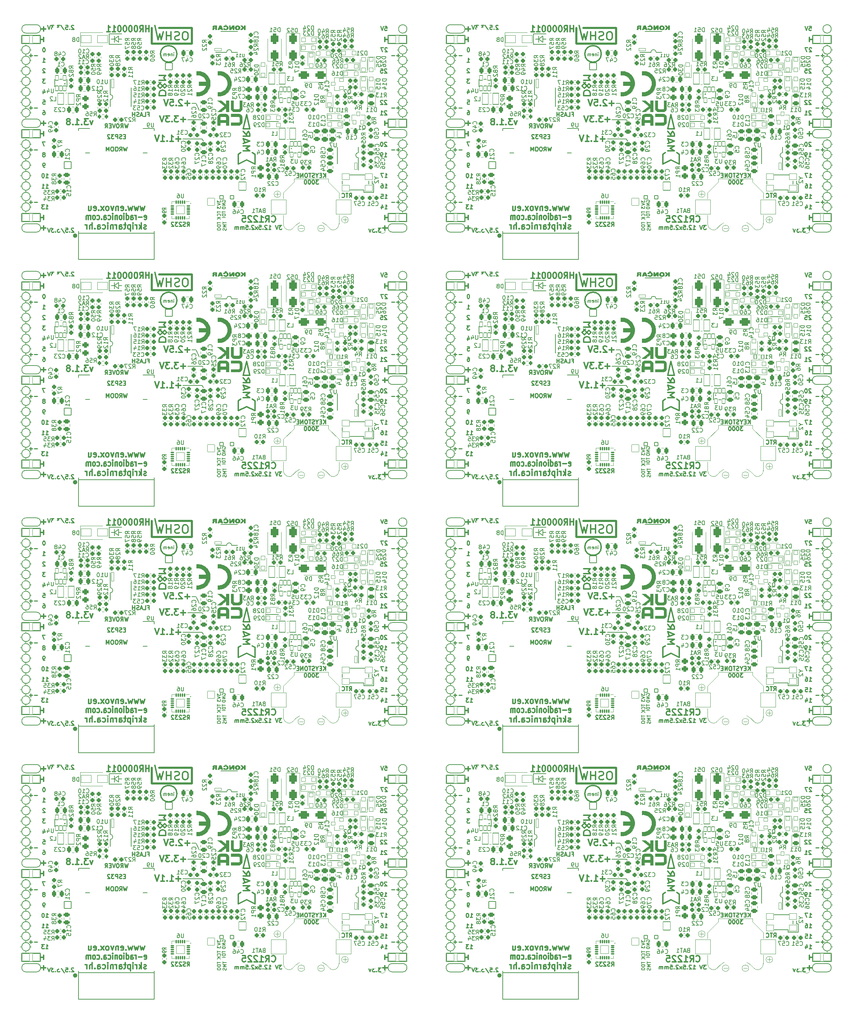
<source format=gbo>
G04 #@! TF.GenerationSoftware,KiCad,Pcbnew,7.0.2*
G04 #@! TF.CreationDate,2023-07-26T12:10:02+02:00*
G04 #@! TF.ProjectId,ulx3s_panel,756c7833-735f-4706-916e-656c2e6b6963,v3.1.8*
G04 #@! TF.SameCoordinates,Original*
G04 #@! TF.FileFunction,Legend,Bot*
G04 #@! TF.FilePolarity,Positive*
%FSLAX46Y46*%
G04 Gerber Fmt 4.6, Leading zero omitted, Abs format (unit mm)*
G04 Created by KiCad (PCBNEW 7.0.2) date 2023-07-26 12:10:02*
%MOMM*%
%LPD*%
G01*
G04 APERTURE LIST*
G04 Aperture macros list*
%AMRoundRect*
0 Rectangle with rounded corners*
0 $1 Rounding radius*
0 $2 $3 $4 $5 $6 $7 $8 $9 X,Y pos of 4 corners*
0 Add a 4 corners polygon primitive as box body*
4,1,4,$2,$3,$4,$5,$6,$7,$8,$9,$2,$3,0*
0 Add four circle primitives for the rounded corners*
1,1,$1+$1,$2,$3*
1,1,$1+$1,$4,$5*
1,1,$1+$1,$6,$7*
1,1,$1+$1,$8,$9*
0 Add four rect primitives between the rounded corners*
20,1,$1+$1,$2,$3,$4,$5,0*
20,1,$1+$1,$4,$5,$6,$7,0*
20,1,$1+$1,$6,$7,$8,$9,0*
20,1,$1+$1,$8,$9,$2,$3,0*%
G04 Aperture macros list end*
%ADD10C,0.200000*%
%ADD11C,0.300000*%
%ADD12C,0.250000*%
%ADD13C,0.150000*%
%ADD14C,0.120000*%
%ADD15C,0.010000*%
%ADD16C,0.500000*%
%ADD17C,0.100000*%
%ADD18C,3.200000*%
%ADD19O,1.827200X1.827200*%
%ADD20RoundRect,0.050000X-0.863600X0.863600X-0.863600X-0.863600X0.863600X-0.863600X0.863600X0.863600X0*%
%ADD21C,5.600000*%
%ADD22C,2.100000*%
%ADD23RoundRect,0.050000X0.425000X-0.425000X0.425000X0.425000X-0.425000X0.425000X-0.425000X-0.425000X0*%
%ADD24O,0.950000X0.950000*%
%ADD25RoundRect,0.050000X0.850000X-0.850000X0.850000X0.850000X-0.850000X0.850000X-0.850000X-0.850000X0*%
%ADD26O,1.800000X1.800000*%
%ADD27RoundRect,0.050000X0.863600X-0.863600X0.863600X0.863600X-0.863600X0.863600X-0.863600X-0.863600X0*%
%ADD28C,1.700000*%
%ADD29RoundRect,0.050000X-0.850000X0.850000X-0.850000X-0.850000X0.850000X-0.850000X0.850000X0.850000X0*%
%ADD30RoundRect,0.050000X0.863600X1.016000X-0.863600X1.016000X-0.863600X-1.016000X0.863600X-1.016000X0*%
%ADD31O,1.827200X2.132000*%
%ADD32RoundRect,0.268750X-0.218750X-0.256250X0.218750X-0.256250X0.218750X0.256250X-0.218750X0.256250X0*%
%ADD33RoundRect,0.050000X-0.500000X0.500000X-0.500000X-0.500000X0.500000X-0.500000X0.500000X0.500000X0*%
%ADD34RoundRect,0.050000X-0.750000X-1.350000X0.750000X-1.350000X0.750000X1.350000X-0.750000X1.350000X0*%
%ADD35RoundRect,0.268750X0.218750X0.256250X-0.218750X0.256250X-0.218750X-0.256250X0.218750X-0.256250X0*%
%ADD36RoundRect,0.268750X-0.256250X0.218750X-0.256250X-0.218750X0.256250X-0.218750X0.256250X0.218750X0*%
%ADD37RoundRect,0.050000X0.500000X-0.500000X0.500000X0.500000X-0.500000X0.500000X-0.500000X-0.500000X0*%
%ADD38RoundRect,0.268750X0.256250X-0.218750X0.256250X0.218750X-0.256250X0.218750X-0.256250X-0.218750X0*%
%ADD39RoundRect,0.500000X0.800000X0.450000X-0.800000X0.450000X-0.800000X-0.450000X0.800000X-0.450000X0*%
%ADD40RoundRect,0.050000X-0.500000X-0.500000X0.500000X-0.500000X0.500000X0.500000X-0.500000X0.500000X0*%
%ADD41RoundRect,0.275000X-0.250000X0.225000X-0.250000X-0.225000X0.250000X-0.225000X0.250000X0.225000X0*%
%ADD42RoundRect,0.293750X-0.243750X-0.456250X0.243750X-0.456250X0.243750X0.456250X-0.243750X0.456250X0*%
%ADD43RoundRect,0.293750X0.243750X0.456250X-0.243750X0.456250X-0.243750X-0.456250X0.243750X-0.456250X0*%
%ADD44RoundRect,0.050000X0.500000X0.500000X-0.500000X0.500000X-0.500000X-0.500000X0.500000X-0.500000X0*%
%ADD45RoundRect,0.050000X-1.250000X-0.900000X1.250000X-0.900000X1.250000X0.900000X-1.250000X0.900000X0*%
%ADD46RoundRect,0.293750X-0.456250X0.243750X-0.456250X-0.243750X0.456250X-0.243750X0.456250X0.243750X0*%
%ADD47RoundRect,0.112500X0.350000X0.062500X-0.350000X0.062500X-0.350000X-0.062500X0.350000X-0.062500X0*%
%ADD48RoundRect,0.112500X0.062500X0.350000X-0.062500X0.350000X-0.062500X-0.350000X0.062500X-0.350000X0*%
%ADD49RoundRect,0.050000X1.000000X1.000000X-1.000000X1.000000X-1.000000X-1.000000X1.000000X-1.000000X0*%
%ADD50RoundRect,0.293750X0.456250X-0.243750X0.456250X0.243750X-0.456250X0.243750X-0.456250X-0.243750X0*%
%ADD51RoundRect,0.275000X0.250000X-0.225000X0.250000X0.225000X-0.250000X0.225000X-0.250000X-0.225000X0*%
%ADD52RoundRect,0.050000X0.750000X1.350000X-0.750000X1.350000X-0.750000X-1.350000X0.750000X-1.350000X0*%
%ADD53C,2.500000*%
%ADD54RoundRect,0.050000X-0.775000X-0.300000X0.775000X-0.300000X0.775000X0.300000X-0.775000X0.300000X0*%
%ADD55O,1.650000X0.700000*%
%ADD56RoundRect,0.500000X-0.450000X0.800000X-0.450000X-0.800000X0.450000X-0.800000X0.450000X0.800000X0*%
%ADD57C,0.400000*%
%ADD58RoundRect,0.050000X-0.350000X-0.600000X0.350000X-0.600000X0.350000X0.600000X-0.350000X0.600000X0*%
%ADD59RoundRect,0.050000X1.850000X1.750000X-1.850000X1.750000X-1.850000X-1.750000X1.850000X-1.750000X0*%
%ADD60C,9.100000*%
%ADD61RoundRect,0.299999X-0.450001X0.325001X-0.450001X-0.325001X0.450001X-0.325001X0.450001X0.325001X0*%
%ADD62RoundRect,0.050000X-0.300000X1.050000X-0.300000X-1.050000X0.300000X-1.050000X0.300000X1.050000X0*%
%ADD63O,0.700000X2.200000*%
%ADD64RoundRect,0.500000X0.450000X-0.800000X0.450000X0.800000X-0.450000X0.800000X-0.450000X-0.800000X0*%
%ADD65RoundRect,0.250000X-0.200000X-0.275000X0.200000X-0.275000X0.200000X0.275000X-0.200000X0.275000X0*%
%ADD66RoundRect,0.050000X0.900000X0.700000X-0.900000X0.700000X-0.900000X-0.700000X0.900000X-0.700000X0*%
%ADD67RoundRect,0.050000X-0.335000X-0.500000X0.335000X-0.500000X0.335000X0.500000X-0.335000X0.500000X0*%
%ADD68RoundRect,0.373750X-0.376250X0.323750X-0.376250X-0.323750X0.376250X-0.323750X0.376250X0.323750X0*%
%ADD69RoundRect,0.050000X0.300000X-0.775000X0.300000X0.775000X-0.300000X0.775000X-0.300000X-0.775000X0*%
%ADD70O,0.700000X1.650000*%
%ADD71RoundRect,0.050000X0.450000X0.400000X-0.450000X0.400000X-0.450000X-0.400000X0.450000X-0.400000X0*%
%ADD72RoundRect,0.050000X0.350000X0.600000X-0.350000X0.600000X-0.350000X-0.600000X0.350000X-0.600000X0*%
%ADD73RoundRect,0.050000X0.400000X-0.450000X0.400000X0.450000X-0.400000X0.450000X-0.400000X-0.450000X0*%
%ADD74O,2.600000X1.000000*%
%ADD75O,1.000000X2.600000*%
G04 APERTURE END LIST*
D10*
X139174000Y-193574000D02*
X139174000Y-195606000D01*
X141714000Y-166650000D02*
X141460000Y-166650000D01*
X52560000Y-236610000D02*
X52306000Y-236610000D01*
X51290000Y-182906000D02*
X51290000Y-183414000D01*
X196322000Y-48973000D02*
X195560000Y-47322000D01*
X154270000Y-28254000D02*
G75*
G03*
X154270000Y-30286000I0J-1016000D01*
G01*
X52306000Y-122090000D02*
G75*
G03*
X52306000Y-122090000I-1016000J0D01*
G01*
X156810000Y-78546000D02*
G75*
G03*
X156810000Y-76514000I0J1016000D01*
G01*
X51290000Y-136314000D02*
G75*
G03*
X51290000Y-138346000I0J-1016000D01*
G01*
X51290000Y-110914000D02*
X53830000Y-110914000D01*
X244440000Y-192050000D02*
X244694000Y-192050000D01*
X246726000Y-239150000D02*
G75*
G03*
X246726000Y-239150000I-1016000J0D01*
G01*
X154270000Y-198146000D02*
X156810000Y-198146000D01*
X246726000Y-241690000D02*
X246980000Y-241690000D01*
X51290000Y-58226000D02*
X51290000Y-58734000D01*
X242154000Y-230514000D02*
X242154000Y-232546000D01*
X154270000Y-110914000D02*
G75*
G03*
X154270000Y-112946000I0J-1016000D01*
G01*
X243170000Y-113454000D02*
G75*
G03*
X243170000Y-115486000I0J-1016000D01*
G01*
X50274000Y-133774000D02*
X50274000Y-135806000D01*
X141460000Y-236610000D02*
X141714000Y-236610000D01*
D11*
X241392000Y-231022000D02*
X241392000Y-232038000D01*
D10*
X242154000Y-73974000D02*
X242154000Y-76006000D01*
X52306000Y-44510000D02*
X52560000Y-44510000D01*
X155286000Y-218830000D02*
X155540000Y-218830000D01*
X50274000Y-132250000D02*
X50020000Y-132250000D01*
X50274000Y-72450000D02*
X50020000Y-72450000D01*
X50274000Y-49590000D02*
X50020000Y-49590000D01*
D11*
X158588000Y-196622000D02*
X158588000Y-197638000D01*
D10*
X245710000Y-170460000D02*
X245710000Y-170206000D01*
X242154000Y-112946000D02*
X246726000Y-112946000D01*
X143746000Y-239150000D02*
X144000000Y-239150000D01*
X154270000Y-110660000D02*
X154270000Y-110406000D01*
D11*
X138412000Y-256422000D02*
X138412000Y-257438000D01*
D10*
X242154000Y-253374000D02*
X242154000Y-255406000D01*
X154270000Y-175540000D02*
X154270000Y-175794000D01*
X143746000Y-99230000D02*
X144000000Y-99230000D01*
D11*
X55608000Y-51622000D02*
X55608000Y-52638000D01*
D10*
X51290000Y-125646000D02*
X51290000Y-126154000D01*
X153254000Y-119550000D02*
X153000000Y-119550000D01*
D11*
X242154000Y-137330000D02*
X240884000Y-137330000D01*
D10*
X50274000Y-223910000D02*
X50020000Y-223910000D01*
X153254000Y-49590000D02*
X153000000Y-49590000D01*
X141460000Y-59750000D02*
X141714000Y-59750000D01*
X139174000Y-73974000D02*
X139174000Y-76006000D01*
D11*
X242154000Y-77530000D02*
X240884000Y-77530000D01*
D10*
X72727000Y-91554000D02*
X73743000Y-90792000D01*
X246726000Y-228990000D02*
X246980000Y-228990000D01*
X74505000Y-152624000D02*
X71457000Y-152624000D01*
X142730000Y-160046000D02*
X142730000Y-160554000D01*
X51290000Y-237626000D02*
X51290000Y-238134000D01*
X143746000Y-152426000D02*
X143746000Y-150394000D01*
X53830000Y-138346000D02*
G75*
G03*
X53830000Y-136314000I0J1016000D01*
G01*
D11*
X158588000Y-55178000D02*
X158588000Y-54162000D01*
D10*
X154270000Y-185446000D02*
X154270000Y-185954000D01*
X156810000Y-112946000D02*
G75*
G03*
X156810000Y-110914000I0J1016000D01*
G01*
X242154000Y-170714000D02*
X242154000Y-172746000D01*
X246726000Y-152426000D02*
X246726000Y-150394000D01*
X51290000Y-219846000D02*
X51290000Y-220354000D01*
X92580000Y-166922000D02*
X91564000Y-166922000D01*
X139174000Y-253374000D02*
X139174000Y-255406000D01*
X73743000Y-91554000D02*
X74505000Y-91554000D01*
X246726000Y-216290000D02*
X246980000Y-216290000D01*
D11*
X139174000Y-31810000D02*
X138412000Y-31810000D01*
X242154000Y-114470000D02*
X240884000Y-114470000D01*
D10*
X246726000Y-64830000D02*
G75*
G03*
X246726000Y-64830000I-1016000J0D01*
G01*
X51290000Y-118026000D02*
X51290000Y-118534000D01*
D11*
X54846000Y-234070000D02*
X55608000Y-234070000D01*
D10*
X155286000Y-236610000D02*
G75*
G03*
X155286000Y-236610000I-1016000J0D01*
G01*
X155540000Y-36890000D02*
X155286000Y-36890000D01*
X51290000Y-250326000D02*
X51290000Y-250834000D01*
X154270000Y-167666000D02*
X154270000Y-168174000D01*
X244440000Y-34350000D02*
X244694000Y-34350000D01*
D11*
X242154000Y-234070000D02*
X240884000Y-234070000D01*
D10*
X54846000Y-115486000D02*
X54846000Y-113454000D01*
X246726000Y-47050000D02*
G75*
G03*
X246726000Y-47050000I-1016000J0D01*
G01*
X246726000Y-34350000D02*
G75*
G03*
X246726000Y-34350000I-1016000J0D01*
G01*
X244440000Y-184430000D02*
X244694000Y-184430000D01*
X50274000Y-53654000D02*
X50274000Y-55686000D01*
X139174000Y-172746000D02*
X143746000Y-172746000D01*
X139174000Y-110914000D02*
X139174000Y-112946000D01*
X246726000Y-249310000D02*
G75*
G03*
X246726000Y-249310000I-1016000J0D01*
G01*
X243170000Y-255914000D02*
X245710000Y-255914000D01*
X153254000Y-192050000D02*
X153000000Y-192050000D01*
X143746000Y-179350000D02*
G75*
G03*
X143746000Y-179350000I-1016000J0D01*
G01*
X246726000Y-218830000D02*
X246980000Y-218830000D01*
D11*
X54846000Y-74990000D02*
X55608000Y-74990000D01*
D10*
X141460000Y-189510000D02*
X141714000Y-189510000D01*
D11*
X55608000Y-28762000D02*
X55608000Y-29778000D01*
D10*
X153254000Y-135806000D02*
X157826000Y-135806000D01*
X154270000Y-78546000D02*
X156810000Y-78546000D01*
X245710000Y-165126000D02*
X245710000Y-165634000D01*
X52306000Y-39430000D02*
G75*
G03*
X52306000Y-39430000I-1016000J0D01*
G01*
D11*
X242154000Y-197130000D02*
X240884000Y-197130000D01*
D10*
X50274000Y-164110000D02*
X50020000Y-164110000D01*
X52306000Y-246770000D02*
X52560000Y-246770000D01*
X154270000Y-123106000D02*
X154270000Y-123614000D01*
X157826000Y-115486000D02*
X157826000Y-113454000D01*
X72727000Y-211154000D02*
X73743000Y-210392000D01*
X143746000Y-44510000D02*
G75*
G03*
X143746000Y-44510000I-1016000J0D01*
G01*
D11*
X158588000Y-136822000D02*
X158588000Y-137838000D01*
D10*
X141460000Y-109390000D02*
X141714000Y-109390000D01*
X143746000Y-189510000D02*
G75*
G03*
X143746000Y-189510000I-1016000J0D01*
G01*
D11*
X158588000Y-174778000D02*
X158588000Y-173762000D01*
D10*
X143746000Y-193574000D02*
X139174000Y-193574000D01*
X51290000Y-235340000D02*
X51290000Y-235594000D01*
D11*
X242154000Y-31810000D02*
X241392000Y-31810000D01*
D10*
X154270000Y-227466000D02*
X154270000Y-227974000D01*
X244440000Y-67370000D02*
X244694000Y-67370000D01*
X52306000Y-221370000D02*
G75*
G03*
X52306000Y-221370000I-1016000J0D01*
G01*
X155286000Y-218830000D02*
G75*
G03*
X155286000Y-218830000I-1016000J0D01*
G01*
X244440000Y-69910000D02*
X244694000Y-69910000D01*
X51290000Y-196114000D02*
G75*
G03*
X51290000Y-198146000I0J-1016000D01*
G01*
X89390000Y-115758000D02*
X93977000Y-115758000D01*
X246726000Y-32826000D02*
X246726000Y-30794000D01*
X246726000Y-69910000D02*
X246980000Y-69910000D01*
D11*
X55608000Y-231022000D02*
X55608000Y-232038000D01*
D10*
X73743000Y-31754000D02*
X74505000Y-31754000D01*
D11*
X241392000Y-31302000D02*
X241392000Y-32318000D01*
D10*
X52560000Y-96690000D02*
X52306000Y-96690000D01*
X243170000Y-196114000D02*
X245710000Y-196114000D01*
X246726000Y-39430000D02*
X246980000Y-39430000D01*
X50274000Y-186970000D02*
X50020000Y-186970000D01*
X153000000Y-159030000D02*
X153254000Y-159030000D01*
D11*
X55608000Y-31302000D02*
X55608000Y-32318000D01*
D10*
X54846000Y-30794000D02*
X50274000Y-30794000D01*
D11*
X54846000Y-54670000D02*
X55608000Y-54670000D01*
D10*
X245710000Y-224926000D02*
X245710000Y-225434000D01*
X246726000Y-253374000D02*
X242154000Y-253374000D01*
X142730000Y-102786000D02*
X142730000Y-103294000D01*
X51290000Y-97706000D02*
X51290000Y-98214000D01*
X142730000Y-235340000D02*
X142730000Y-235594000D01*
X142730000Y-73720000D02*
X142730000Y-73466000D01*
X143746000Y-236610000D02*
G75*
G03*
X143746000Y-236610000I-1016000J0D01*
G01*
X244440000Y-236610000D02*
X244694000Y-236610000D01*
X155540000Y-166650000D02*
X155286000Y-166650000D01*
X139174000Y-232546000D02*
X143746000Y-232546000D01*
X195560000Y-166922000D02*
X194544000Y-166922000D01*
X154270000Y-222386000D02*
X154270000Y-222894000D01*
X246726000Y-208670000D02*
G75*
G03*
X246726000Y-208670000I-1016000J0D01*
G01*
X154270000Y-230514000D02*
G75*
G03*
X154270000Y-232546000I0J-1016000D01*
G01*
X246726000Y-159030000D02*
X246980000Y-159030000D01*
X51290000Y-37906000D02*
X51290000Y-38414000D01*
X142730000Y-214766000D02*
X142730000Y-215274000D01*
X51290000Y-147854000D02*
X53830000Y-147854000D01*
X246726000Y-232546000D02*
X246726000Y-230514000D01*
X156810000Y-209686000D02*
G75*
G03*
X156810000Y-207654000I0J1016000D01*
G01*
X155286000Y-153950000D02*
X155540000Y-153950000D01*
X89390000Y-175558000D02*
X93977000Y-175558000D01*
X154270000Y-128694000D02*
X154270000Y-128186000D01*
X246726000Y-172746000D02*
X246726000Y-170714000D01*
X143746000Y-39430000D02*
G75*
G03*
X143746000Y-39430000I-1016000J0D01*
G01*
X155286000Y-159030000D02*
X155540000Y-159030000D01*
X51290000Y-90086000D02*
X53830000Y-90086000D01*
D11*
X241392000Y-74482000D02*
X241392000Y-75498000D01*
D10*
X142730000Y-33080000D02*
X142730000Y-33334000D01*
X140190000Y-257946000D02*
X142730000Y-257946000D01*
X143746000Y-49590000D02*
G75*
G03*
X143746000Y-49590000I-1016000J0D01*
G01*
X143746000Y-179350000D02*
X144000000Y-179350000D01*
X153254000Y-166650000D02*
X153000000Y-166650000D01*
X153254000Y-113454000D02*
X153254000Y-115486000D01*
X141460000Y-49590000D02*
X141714000Y-49590000D01*
X155286000Y-34350000D02*
X155540000Y-34350000D01*
X155286000Y-169190000D02*
G75*
G03*
X155286000Y-169190000I-1016000J0D01*
G01*
X196322000Y-168573000D02*
X195560000Y-166922000D01*
X52306000Y-109390000D02*
X52560000Y-109390000D01*
X51290000Y-65846000D02*
X51290000Y-66354000D01*
X154270000Y-147854000D02*
X156810000Y-147854000D01*
X52306000Y-186970000D02*
G75*
G03*
X52306000Y-186970000I-1016000J0D01*
G01*
X52306000Y-117010000D02*
G75*
G03*
X52306000Y-117010000I-1016000J0D01*
G01*
X155286000Y-244230000D02*
X155540000Y-244230000D01*
X143746000Y-96690000D02*
X144000000Y-96690000D01*
X246726000Y-96690000D02*
G75*
G03*
X246726000Y-96690000I-1016000J0D01*
G01*
X155286000Y-122090000D02*
X155540000Y-122090000D01*
X73743000Y-151354000D02*
X74505000Y-151354000D01*
X52306000Y-216290000D02*
G75*
G03*
X52306000Y-216290000I-1016000J0D01*
G01*
X51290000Y-162586000D02*
X51290000Y-163094000D01*
X245710000Y-238134000D02*
X245710000Y-237626000D01*
D11*
X241392000Y-171222000D02*
X241392000Y-172238000D01*
D10*
X51290000Y-88054000D02*
X53830000Y-88054000D01*
X245710000Y-193320000D02*
X245710000Y-193066000D01*
X246726000Y-153950000D02*
X246980000Y-153950000D01*
X50274000Y-228990000D02*
X50020000Y-228990000D01*
X54846000Y-255406000D02*
X54846000Y-253374000D01*
X141460000Y-69910000D02*
X141714000Y-69910000D01*
X244440000Y-132250000D02*
X244694000Y-132250000D01*
X245710000Y-152680000D02*
X245710000Y-152934000D01*
X143746000Y-195606000D02*
X143746000Y-193574000D01*
X51290000Y-224926000D02*
X51290000Y-225434000D01*
X155286000Y-179350000D02*
G75*
G03*
X155286000Y-179350000I-1016000J0D01*
G01*
X94231000Y-230913000D02*
X93977000Y-230659000D01*
D11*
X158588000Y-75498000D02*
X158588000Y-74482000D01*
D10*
X155286000Y-241690000D02*
X155540000Y-241690000D01*
X154270000Y-237626000D02*
X154270000Y-238134000D01*
X245710000Y-219846000D02*
X245710000Y-220354000D01*
X54846000Y-235086000D02*
X54846000Y-233054000D01*
D11*
X157826000Y-77530000D02*
X159096000Y-77530000D01*
X158588000Y-148362000D02*
X158588000Y-149378000D01*
D10*
X142730000Y-190526000D02*
X142730000Y-191034000D01*
X142730000Y-187986000D02*
X142730000Y-188494000D01*
X52306000Y-251850000D02*
G75*
G03*
X52306000Y-251850000I-1016000J0D01*
G01*
X51290000Y-92880000D02*
X51290000Y-93134000D01*
D11*
X138412000Y-111422000D02*
X138412000Y-112438000D01*
D10*
X244440000Y-39430000D02*
X244694000Y-39430000D01*
X50274000Y-113454000D02*
X50274000Y-115486000D01*
D11*
X54846000Y-29270000D02*
X56116000Y-29270000D01*
D10*
X143746000Y-69910000D02*
X144000000Y-69910000D01*
X244440000Y-122090000D02*
X244694000Y-122090000D01*
X140190000Y-53654000D02*
G75*
G03*
X140190000Y-55686000I0J-1016000D01*
G01*
X143746000Y-109390000D02*
X144000000Y-109390000D01*
X141714000Y-164110000D02*
X141460000Y-164110000D01*
X155286000Y-129710000D02*
X155540000Y-129710000D01*
X155286000Y-101770000D02*
X155540000Y-101770000D01*
X246726000Y-36890000D02*
G75*
G03*
X246726000Y-36890000I-1016000J0D01*
G01*
X246726000Y-104310000D02*
G75*
G03*
X246726000Y-104310000I-1016000J0D01*
G01*
X154270000Y-40446000D02*
X154270000Y-40954000D01*
X244440000Y-218830000D02*
X244694000Y-218830000D01*
X153254000Y-106850000D02*
X153000000Y-106850000D01*
X139174000Y-76006000D02*
X143746000Y-76006000D01*
D11*
X158588000Y-254898000D02*
X158588000Y-253882000D01*
D10*
X155286000Y-159030000D02*
G75*
G03*
X155286000Y-159030000I-1016000J0D01*
G01*
X143746000Y-169190000D02*
G75*
G03*
X143746000Y-169190000I-1016000J0D01*
G01*
X51290000Y-188494000D02*
X51290000Y-187986000D01*
D11*
X158588000Y-210702000D02*
X158588000Y-211718000D01*
D10*
X52560000Y-166650000D02*
X52306000Y-166650000D01*
X197211000Y-171113000D02*
X196957000Y-170859000D01*
X246726000Y-164110000D02*
X246980000Y-164110000D01*
X50274000Y-189510000D02*
X50020000Y-189510000D01*
X51290000Y-68894000D02*
X51290000Y-68386000D01*
X52306000Y-72450000D02*
G75*
G03*
X52306000Y-72450000I-1016000J0D01*
G01*
X154270000Y-149886000D02*
X156810000Y-149886000D01*
X246726000Y-49590000D02*
G75*
G03*
X246726000Y-49590000I-1016000J0D01*
G01*
X52306000Y-244230000D02*
G75*
G03*
X52306000Y-244230000I-1016000J0D01*
G01*
X143746000Y-62290000D02*
G75*
G03*
X143746000Y-62290000I-1016000J0D01*
G01*
X246726000Y-161570000D02*
X246980000Y-161570000D01*
X51290000Y-102786000D02*
X51290000Y-103294000D01*
X153254000Y-96690000D02*
X153000000Y-96690000D01*
X143746000Y-244230000D02*
G75*
G03*
X143746000Y-244230000I-1016000J0D01*
G01*
X52306000Y-169190000D02*
X52560000Y-169190000D01*
X246726000Y-246770000D02*
X246980000Y-246770000D01*
X153254000Y-235086000D02*
X157826000Y-235086000D01*
X246726000Y-164110000D02*
G75*
G03*
X246726000Y-164110000I-1016000J0D01*
G01*
D11*
X139174000Y-234070000D02*
X137904000Y-234070000D01*
D10*
X52306000Y-67370000D02*
G75*
G03*
X52306000Y-67370000I-1016000J0D01*
G01*
D11*
X139174000Y-52130000D02*
X138412000Y-52130000D01*
D10*
X246726000Y-249310000D02*
X246980000Y-249310000D01*
X141714000Y-41970000D02*
X141460000Y-41970000D01*
X155540000Y-96690000D02*
X155286000Y-96690000D01*
X246726000Y-176810000D02*
X246980000Y-176810000D01*
X153254000Y-62290000D02*
X153000000Y-62290000D01*
X142730000Y-115740000D02*
X142730000Y-115994000D01*
X246726000Y-36890000D02*
X246980000Y-36890000D01*
X51290000Y-78546000D02*
X53830000Y-78546000D01*
X50274000Y-47050000D02*
X50020000Y-47050000D01*
X153254000Y-117010000D02*
X153000000Y-117010000D01*
X153254000Y-213750000D02*
X153000000Y-213750000D01*
D11*
X54846000Y-111930000D02*
X56116000Y-111930000D01*
D10*
X141460000Y-228990000D02*
X141714000Y-228990000D01*
X244694000Y-41970000D02*
X244440000Y-41970000D01*
X174437000Y-92824000D02*
X174437000Y-90284000D01*
X175707000Y-31754000D02*
X176723000Y-30992000D01*
X155286000Y-49590000D02*
G75*
G03*
X155286000Y-49590000I-1016000J0D01*
G01*
X51290000Y-207654000D02*
G75*
G03*
X51290000Y-209686000I0J-1016000D01*
G01*
X243170000Y-78546000D02*
X245710000Y-78546000D01*
X139174000Y-53146000D02*
X143746000Y-53146000D01*
X153254000Y-133774000D02*
X153254000Y-135806000D01*
X143746000Y-99230000D02*
G75*
G03*
X143746000Y-99230000I-1016000J0D01*
G01*
X143746000Y-53146000D02*
X143746000Y-51114000D01*
X143746000Y-232546000D02*
X143746000Y-230514000D01*
X242154000Y-30794000D02*
X242154000Y-32826000D01*
X176723000Y-30992000D02*
X176723000Y-32516000D01*
D11*
X241392000Y-136822000D02*
X241392000Y-137838000D01*
D10*
X153254000Y-184430000D02*
X153000000Y-184430000D01*
X244440000Y-59750000D02*
X244694000Y-59750000D01*
X142730000Y-238134000D02*
X142730000Y-237626000D01*
D11*
X138412000Y-171222000D02*
X138412000Y-172238000D01*
D10*
X52306000Y-94150000D02*
X52560000Y-94150000D01*
X155286000Y-44510000D02*
X155540000Y-44510000D01*
X154270000Y-100246000D02*
X154270000Y-100754000D01*
X142730000Y-235086000D02*
G75*
G03*
X142730000Y-233054000I0J1016000D01*
G01*
X246726000Y-51114000D02*
X242154000Y-51114000D01*
X50274000Y-246770000D02*
X50020000Y-246770000D01*
X50274000Y-129710000D02*
X50020000Y-129710000D01*
X143746000Y-239150000D02*
G75*
G03*
X143746000Y-239150000I-1016000J0D01*
G01*
X245710000Y-38414000D02*
X245710000Y-37906000D01*
X153254000Y-127170000D02*
X153000000Y-127170000D01*
X143746000Y-132250000D02*
X144000000Y-132250000D01*
X245710000Y-212480000D02*
X245710000Y-212734000D01*
X143746000Y-255406000D02*
X143746000Y-253374000D01*
X154270000Y-196114000D02*
G75*
G03*
X154270000Y-198146000I0J-1016000D01*
G01*
X51290000Y-40446000D02*
X51290000Y-40954000D01*
X50274000Y-173254000D02*
X50274000Y-175286000D01*
X153254000Y-44510000D02*
X153000000Y-44510000D01*
X246726000Y-192050000D02*
X246980000Y-192050000D01*
X93977000Y-230659000D02*
X90548000Y-230659000D01*
D11*
X138412000Y-136822000D02*
X138412000Y-137838000D01*
D10*
X244440000Y-72450000D02*
X244694000Y-72450000D01*
X245710000Y-175540000D02*
X245710000Y-175794000D01*
X143746000Y-94150000D02*
X144000000Y-94150000D01*
X175707000Y-90792000D02*
X175707000Y-92316000D01*
X246726000Y-41970000D02*
G75*
G03*
X246726000Y-41970000I-1016000J0D01*
G01*
X246726000Y-39430000D02*
G75*
G03*
X246726000Y-39430000I-1016000J0D01*
G01*
X174437000Y-90284000D02*
X177485000Y-90284000D01*
X54846000Y-32826000D02*
X54846000Y-30794000D01*
X246726000Y-176810000D02*
G75*
G03*
X246726000Y-176810000I-1016000J0D01*
G01*
X50274000Y-67370000D02*
X50020000Y-67370000D01*
X243170000Y-196114000D02*
G75*
G03*
X243170000Y-198146000I0J-1016000D01*
G01*
X244440000Y-127170000D02*
X244694000Y-127170000D01*
D11*
X139174000Y-194590000D02*
X138412000Y-194590000D01*
D10*
X142730000Y-253120000D02*
X142730000Y-252866000D01*
X53830000Y-257946000D02*
G75*
G03*
X53830000Y-255914000I0J1016000D01*
G01*
X50274000Y-210194000D02*
X50274000Y-212226000D01*
X52306000Y-176810000D02*
G75*
G03*
X52306000Y-176810000I-1016000J0D01*
G01*
X141460000Y-117010000D02*
X141714000Y-117010000D01*
X157826000Y-150394000D02*
X153254000Y-150394000D01*
X52306000Y-99230000D02*
G75*
G03*
X52306000Y-99230000I-1016000J0D01*
G01*
X243170000Y-113454000D02*
X245710000Y-113454000D01*
X50274000Y-135806000D02*
X54846000Y-135806000D01*
X155286000Y-124630000D02*
X155540000Y-124630000D01*
X143746000Y-129710000D02*
G75*
G03*
X143746000Y-129710000I-1016000J0D01*
G01*
X52306000Y-104310000D02*
X52560000Y-104310000D01*
X245710000Y-95166000D02*
X245710000Y-95674000D01*
X155286000Y-96690000D02*
G75*
G03*
X155286000Y-96690000I-1016000J0D01*
G01*
X244440000Y-109390000D02*
X244694000Y-109390000D01*
D11*
X138412000Y-231022000D02*
X138412000Y-232038000D01*
D10*
X143746000Y-226450000D02*
G75*
G03*
X143746000Y-226450000I-1016000J0D01*
G01*
X143746000Y-228990000D02*
X144000000Y-228990000D01*
X153254000Y-153950000D02*
X153000000Y-153950000D01*
X155286000Y-239150000D02*
X155540000Y-239150000D01*
X74505000Y-212424000D02*
X71457000Y-212424000D01*
D11*
X242154000Y-194590000D02*
X241392000Y-194590000D01*
D10*
X154270000Y-182906000D02*
X154270000Y-183414000D01*
X141460000Y-176810000D02*
X141714000Y-176810000D01*
X155286000Y-156490000D02*
G75*
G03*
X155286000Y-156490000I-1016000J0D01*
G01*
X153254000Y-193574000D02*
X153254000Y-195606000D01*
X154270000Y-110914000D02*
X156810000Y-110914000D01*
X143746000Y-170714000D02*
X139174000Y-170714000D01*
X153254000Y-34350000D02*
X153000000Y-34350000D01*
X246726000Y-230514000D02*
X242154000Y-230514000D01*
X245710000Y-63814000D02*
X245710000Y-63306000D01*
X153254000Y-239150000D02*
X153000000Y-239150000D01*
X155286000Y-129710000D02*
G75*
G03*
X155286000Y-129710000I-1016000J0D01*
G01*
X154270000Y-170714000D02*
G75*
G03*
X154270000Y-172746000I0J-1016000D01*
G01*
D11*
X139174000Y-91610000D02*
X138412000Y-91610000D01*
D10*
X246726000Y-57210000D02*
G75*
G03*
X246726000Y-57210000I-1016000J0D01*
G01*
X153254000Y-226450000D02*
X153000000Y-226450000D01*
X143746000Y-124630000D02*
X144000000Y-124630000D01*
X176723000Y-91554000D02*
X177485000Y-91554000D01*
X246726000Y-101770000D02*
X246980000Y-101770000D01*
X51290000Y-165126000D02*
X51290000Y-165634000D01*
X174437000Y-150084000D02*
X177485000Y-150084000D01*
X242154000Y-255406000D02*
X246726000Y-255406000D01*
X246726000Y-156490000D02*
X246980000Y-156490000D01*
X243170000Y-233054000D02*
G75*
G03*
X243170000Y-235086000I0J-1016000D01*
G01*
X51290000Y-123106000D02*
X51290000Y-123614000D01*
X246726000Y-96690000D02*
X246980000Y-96690000D01*
X52306000Y-239150000D02*
G75*
G03*
X52306000Y-239150000I-1016000J0D01*
G01*
X245710000Y-198146000D02*
G75*
G03*
X245710000Y-196114000I0J1016000D01*
G01*
X153254000Y-67370000D02*
X153000000Y-67370000D01*
X157826000Y-73974000D02*
X153254000Y-73974000D01*
X153254000Y-181890000D02*
X153000000Y-181890000D01*
D11*
X138412000Y-31302000D02*
X138412000Y-32318000D01*
D10*
X140190000Y-233054000D02*
G75*
G03*
X140190000Y-235086000I0J-1016000D01*
G01*
X153254000Y-244230000D02*
X153000000Y-244230000D01*
X52306000Y-228990000D02*
G75*
G03*
X52306000Y-228990000I-1016000J0D01*
G01*
X153254000Y-233054000D02*
X153254000Y-235086000D01*
X52306000Y-161570000D02*
X52560000Y-161570000D01*
X52306000Y-129710000D02*
G75*
G03*
X52306000Y-129710000I-1016000J0D01*
G01*
X74505000Y-33024000D02*
X71457000Y-33024000D01*
X243170000Y-173254000D02*
G75*
G03*
X243170000Y-175286000I0J-1016000D01*
G01*
X50274000Y-94150000D02*
X50020000Y-94150000D01*
X246726000Y-216290000D02*
G75*
G03*
X246726000Y-216290000I-1016000J0D01*
G01*
X50274000Y-90594000D02*
X50274000Y-92626000D01*
X157826000Y-193574000D02*
X153254000Y-193574000D01*
X140190000Y-196114000D02*
G75*
G03*
X140190000Y-198146000I0J-1016000D01*
G01*
X50274000Y-235086000D02*
X54846000Y-235086000D01*
X154270000Y-115740000D02*
X154270000Y-115994000D01*
X139174000Y-92626000D02*
X143746000Y-92626000D01*
X142730000Y-154966000D02*
X142730000Y-155474000D01*
X143746000Y-124630000D02*
G75*
G03*
X143746000Y-124630000I-1016000J0D01*
G01*
X140190000Y-136314000D02*
X142730000Y-136314000D01*
X143746000Y-184430000D02*
G75*
G03*
X143746000Y-184430000I-1016000J0D01*
G01*
X156810000Y-257946000D02*
G75*
G03*
X156810000Y-255914000I0J1016000D01*
G01*
X155286000Y-44510000D02*
G75*
G03*
X155286000Y-44510000I-1016000J0D01*
G01*
X157826000Y-90594000D02*
X153254000Y-90594000D01*
D11*
X242154000Y-256930000D02*
X240884000Y-256930000D01*
D10*
X143746000Y-176810000D02*
G75*
G03*
X143746000Y-176810000I-1016000J0D01*
G01*
X142730000Y-61274000D02*
X142730000Y-60766000D01*
X155286000Y-246770000D02*
G75*
G03*
X155286000Y-246770000I-1016000J0D01*
G01*
X246726000Y-226450000D02*
G75*
G03*
X246726000Y-226450000I-1016000J0D01*
G01*
X245710000Y-235086000D02*
G75*
G03*
X245710000Y-233054000I0J1016000D01*
G01*
X246726000Y-244230000D02*
G75*
G03*
X246726000Y-244230000I-1016000J0D01*
G01*
X153254000Y-221370000D02*
X153000000Y-221370000D01*
X157826000Y-133774000D02*
X153254000Y-133774000D01*
X155286000Y-249310000D02*
G75*
G03*
X155286000Y-249310000I-1016000J0D01*
G01*
X143746000Y-156490000D02*
X144000000Y-156490000D01*
X142730000Y-65846000D02*
X142730000Y-66354000D01*
X155286000Y-221370000D02*
X155540000Y-221370000D01*
X246726000Y-92626000D02*
X246726000Y-90594000D01*
X246726000Y-251850000D02*
X246980000Y-251850000D01*
D11*
X138412000Y-54162000D02*
X138412000Y-55178000D01*
D10*
X245710000Y-55686000D02*
G75*
G03*
X245710000Y-53654000I0J1016000D01*
G01*
X154270000Y-120566000D02*
X154270000Y-121074000D01*
X143746000Y-36890000D02*
X144000000Y-36890000D01*
X51290000Y-53146000D02*
X53830000Y-53146000D01*
D11*
X54846000Y-91610000D02*
X55608000Y-91610000D01*
D10*
X50274000Y-119550000D02*
X50020000Y-119550000D01*
X246726000Y-184430000D02*
X246980000Y-184430000D01*
X154270000Y-73720000D02*
X154270000Y-73466000D01*
X175707000Y-210392000D02*
X175707000Y-211916000D01*
X143746000Y-226450000D02*
X144000000Y-226450000D01*
X52306000Y-159030000D02*
X52560000Y-159030000D01*
X50274000Y-161570000D02*
X50020000Y-161570000D01*
X157826000Y-92626000D02*
X157826000Y-90594000D01*
X51290000Y-240166000D02*
X51290000Y-240674000D01*
X155286000Y-132250000D02*
X155540000Y-132250000D01*
X246726000Y-132250000D02*
G75*
G03*
X246726000Y-132250000I-1016000J0D01*
G01*
X246726000Y-228990000D02*
G75*
G03*
X246726000Y-228990000I-1016000J0D01*
G01*
X50274000Y-176810000D02*
X50020000Y-176810000D01*
X140190000Y-115486000D02*
X142730000Y-115486000D01*
X142730000Y-78546000D02*
G75*
G03*
X142730000Y-76514000I0J1016000D01*
G01*
X242154000Y-133774000D02*
X242154000Y-135806000D01*
D11*
X158588000Y-31302000D02*
X158588000Y-32318000D01*
D10*
X154270000Y-248294000D02*
X154270000Y-247786000D01*
X52306000Y-109390000D02*
G75*
G03*
X52306000Y-109390000I-1016000J0D01*
G01*
D11*
X158588000Y-195098000D02*
X158588000Y-194082000D01*
D10*
X245710000Y-240674000D02*
X245710000Y-240166000D01*
D11*
X54846000Y-208670000D02*
X56116000Y-208670000D01*
D10*
X153254000Y-132250000D02*
X153000000Y-132250000D01*
X155286000Y-72450000D02*
G75*
G03*
X155286000Y-72450000I-1016000J0D01*
G01*
X155286000Y-64830000D02*
X155540000Y-64830000D01*
X50274000Y-212226000D02*
X54846000Y-212226000D01*
X246726000Y-47050000D02*
X246980000Y-47050000D01*
X153254000Y-195606000D02*
X157826000Y-195606000D01*
X141460000Y-119550000D02*
X141714000Y-119550000D01*
X242154000Y-193574000D02*
X242154000Y-195606000D01*
X51290000Y-157506000D02*
X51290000Y-158014000D01*
X154270000Y-207654000D02*
G75*
G03*
X154270000Y-209686000I0J-1016000D01*
G01*
X143746000Y-216290000D02*
X144000000Y-216290000D01*
X154270000Y-63306000D02*
X154270000Y-63814000D01*
X195560000Y-47322000D02*
X194544000Y-47322000D01*
X51290000Y-76514000D02*
G75*
G03*
X51290000Y-78546000I0J-1016000D01*
G01*
X52306000Y-67370000D02*
X52560000Y-67370000D01*
X52306000Y-186970000D02*
X52560000Y-186970000D01*
X246726000Y-104310000D02*
X246980000Y-104310000D01*
X140190000Y-113454000D02*
G75*
G03*
X140190000Y-115486000I0J-1016000D01*
G01*
D11*
X242154000Y-54670000D02*
X240884000Y-54670000D01*
D10*
X50274000Y-92626000D02*
X54846000Y-92626000D01*
D11*
X158588000Y-234578000D02*
X158588000Y-233562000D01*
D10*
X50274000Y-244230000D02*
X50020000Y-244230000D01*
D11*
X54846000Y-174270000D02*
X55608000Y-174270000D01*
D10*
X155286000Y-69910000D02*
X155540000Y-69910000D01*
X245710000Y-160046000D02*
X245710000Y-160554000D01*
X246726000Y-117010000D02*
G75*
G03*
X246726000Y-117010000I-1016000J0D01*
G01*
D11*
X138412000Y-77022000D02*
X138412000Y-78038000D01*
D10*
X176723000Y-211916000D02*
X175707000Y-211154000D01*
X153000000Y-99230000D02*
X153254000Y-99230000D01*
X51290000Y-232546000D02*
X53830000Y-232546000D01*
X243170000Y-115486000D02*
X245710000Y-115486000D01*
D11*
X55608000Y-174778000D02*
X55608000Y-173762000D01*
X158588000Y-114978000D02*
X158588000Y-113962000D01*
D10*
X154270000Y-105326000D02*
X154270000Y-105834000D01*
X155286000Y-94150000D02*
X155540000Y-94150000D01*
D11*
X242154000Y-231530000D02*
X241392000Y-231530000D01*
D10*
X246726000Y-236610000D02*
X246980000Y-236610000D01*
X72727000Y-90792000D02*
X72727000Y-92316000D01*
X246726000Y-127170000D02*
X246980000Y-127170000D01*
D11*
X55608000Y-256422000D02*
X55608000Y-257438000D01*
D10*
X71457000Y-212424000D02*
X71457000Y-209884000D01*
X155286000Y-59750000D02*
X155540000Y-59750000D01*
X143746000Y-210194000D02*
X139174000Y-210194000D01*
X52560000Y-36890000D02*
X52306000Y-36890000D01*
D11*
X54846000Y-254390000D02*
X55608000Y-254390000D01*
D10*
X192370000Y-115758000D02*
X196957000Y-115758000D01*
X154270000Y-242706000D02*
X154270000Y-243214000D01*
D11*
X55608000Y-75498000D02*
X55608000Y-74482000D01*
D10*
X52306000Y-228990000D02*
X52560000Y-228990000D01*
X245710000Y-92880000D02*
X245710000Y-93134000D01*
D11*
X54846000Y-137330000D02*
X56116000Y-137330000D01*
D10*
X50020000Y-159030000D02*
X50274000Y-159030000D01*
X143746000Y-96690000D02*
G75*
G03*
X143746000Y-96690000I-1016000J0D01*
G01*
X246726000Y-30794000D02*
X242154000Y-30794000D01*
X246726000Y-181890000D02*
X246980000Y-181890000D01*
X155286000Y-127170000D02*
X155540000Y-127170000D01*
X52306000Y-184430000D02*
G75*
G03*
X52306000Y-184430000I-1016000J0D01*
G01*
D11*
X55608000Y-196622000D02*
X55608000Y-197638000D01*
D10*
X245710000Y-58734000D02*
X245710000Y-58226000D01*
X246726000Y-44510000D02*
G75*
G03*
X246726000Y-44510000I-1016000J0D01*
G01*
X155286000Y-164110000D02*
G75*
G03*
X155286000Y-164110000I-1016000J0D01*
G01*
D11*
X158588000Y-91102000D02*
X158588000Y-92118000D01*
D10*
X175707000Y-30992000D02*
X175707000Y-32516000D01*
X142730000Y-230260000D02*
X142730000Y-230006000D01*
X153254000Y-109390000D02*
X153000000Y-109390000D01*
X53830000Y-90086000D02*
G75*
G03*
X53830000Y-88054000I0J1016000D01*
G01*
X142730000Y-185446000D02*
X142730000Y-185954000D01*
X245710000Y-108374000D02*
X245710000Y-107866000D01*
X141460000Y-156490000D02*
X141714000Y-156490000D01*
X245710000Y-123614000D02*
X245710000Y-123106000D01*
D11*
X139174000Y-231530000D02*
X138412000Y-231530000D01*
D10*
X155540000Y-106850000D02*
X155286000Y-106850000D01*
X143746000Y-72450000D02*
X144000000Y-72450000D01*
X155286000Y-49590000D02*
X155540000Y-49590000D01*
X245710000Y-73720000D02*
X245710000Y-73466000D01*
X141714000Y-44510000D02*
X141460000Y-44510000D01*
X143746000Y-127170000D02*
G75*
G03*
X143746000Y-127170000I-1016000J0D01*
G01*
X156810000Y-172746000D02*
G75*
G03*
X156810000Y-170714000I0J1016000D01*
G01*
X51290000Y-222386000D02*
X51290000Y-222894000D01*
X50020000Y-39430000D02*
X50274000Y-39430000D01*
X50274000Y-96690000D02*
X50020000Y-96690000D01*
X176723000Y-92316000D02*
X175707000Y-91554000D01*
X54846000Y-212226000D02*
X54846000Y-210194000D01*
X52306000Y-101770000D02*
G75*
G03*
X52306000Y-101770000I-1016000J0D01*
G01*
X142730000Y-38414000D02*
X142730000Y-37906000D01*
D11*
X54846000Y-89070000D02*
X56116000Y-89070000D01*
D10*
X245710000Y-138346000D02*
G75*
G03*
X245710000Y-136314000I0J1016000D01*
G01*
X73743000Y-92316000D02*
X72727000Y-91554000D01*
X244440000Y-99230000D02*
X244694000Y-99230000D01*
X52306000Y-164110000D02*
G75*
G03*
X52306000Y-164110000I-1016000J0D01*
G01*
X72727000Y-150592000D02*
X72727000Y-152116000D01*
X246726000Y-213750000D02*
X246980000Y-213750000D01*
X141460000Y-34350000D02*
X141714000Y-34350000D01*
X52306000Y-179350000D02*
G75*
G03*
X52306000Y-179350000I-1016000J0D01*
G01*
X51290000Y-33080000D02*
X51290000Y-33334000D01*
X155286000Y-161570000D02*
X155540000Y-161570000D01*
X143746000Y-127170000D02*
X144000000Y-127170000D01*
X139174000Y-112946000D02*
X143746000Y-112946000D01*
X71457000Y-30484000D02*
X74505000Y-30484000D01*
X245710000Y-35366000D02*
X245710000Y-35874000D01*
X50274000Y-34350000D02*
X50020000Y-34350000D01*
X50274000Y-253374000D02*
X50274000Y-255406000D01*
X72727000Y-31754000D02*
X71965000Y-31754000D01*
X246726000Y-132250000D02*
X246980000Y-132250000D01*
X155286000Y-34350000D02*
G75*
G03*
X155286000Y-34350000I-1016000J0D01*
G01*
D11*
X139174000Y-137330000D02*
X137904000Y-137330000D01*
D10*
X52306000Y-218830000D02*
X52560000Y-218830000D01*
X52306000Y-34350000D02*
G75*
G03*
X52306000Y-34350000I-1016000J0D01*
G01*
X141460000Y-186970000D02*
X141714000Y-186970000D01*
X245710000Y-245246000D02*
X245710000Y-245754000D01*
X143746000Y-246770000D02*
X144000000Y-246770000D01*
X143746000Y-223910000D02*
X144000000Y-223910000D01*
X52306000Y-59750000D02*
X52560000Y-59750000D01*
X246726000Y-161570000D02*
G75*
G03*
X246726000Y-161570000I-1016000J0D01*
G01*
X153254000Y-36890000D02*
X153000000Y-36890000D01*
X140190000Y-55686000D02*
X142730000Y-55686000D01*
X52306000Y-62290000D02*
X52560000Y-62290000D01*
X246726000Y-110914000D02*
X242154000Y-110914000D01*
X140190000Y-136314000D02*
G75*
G03*
X140190000Y-138346000I0J-1016000D01*
G01*
X153254000Y-32826000D02*
X157826000Y-32826000D01*
D11*
X242154000Y-171730000D02*
X241392000Y-171730000D01*
X138412000Y-194082000D02*
X138412000Y-195098000D01*
D10*
X142730000Y-98214000D02*
X142730000Y-97706000D01*
X50274000Y-239150000D02*
X50020000Y-239150000D01*
X154270000Y-257946000D02*
X156810000Y-257946000D01*
X156810000Y-232546000D02*
G75*
G03*
X156810000Y-230514000I0J1016000D01*
G01*
X93977000Y-235358000D02*
X94358000Y-235866000D01*
X50274000Y-184430000D02*
X50020000Y-184430000D01*
X155286000Y-67370000D02*
X155540000Y-67370000D01*
X141714000Y-161570000D02*
X141460000Y-161570000D01*
X52306000Y-62290000D02*
G75*
G03*
X52306000Y-62290000I-1016000J0D01*
G01*
X245710000Y-48574000D02*
X245710000Y-48066000D01*
X53830000Y-53146000D02*
G75*
G03*
X53830000Y-51114000I0J1016000D01*
G01*
X143746000Y-41970000D02*
G75*
G03*
X143746000Y-41970000I-1016000J0D01*
G01*
X142730000Y-125646000D02*
X142730000Y-126154000D01*
X51290000Y-152680000D02*
X51290000Y-152934000D01*
X156810000Y-198146000D02*
G75*
G03*
X156810000Y-196114000I0J1016000D01*
G01*
D11*
X55608000Y-171222000D02*
X55608000Y-172238000D01*
D10*
X245710000Y-190526000D02*
X245710000Y-191034000D01*
X245710000Y-250326000D02*
X245710000Y-250834000D01*
X50274000Y-153950000D02*
X50020000Y-153950000D01*
X244694000Y-47050000D02*
X244440000Y-47050000D01*
X246726000Y-218830000D02*
G75*
G03*
X246726000Y-218830000I-1016000J0D01*
G01*
D11*
X241392000Y-233562000D02*
X241392000Y-234578000D01*
D10*
X242154000Y-150394000D02*
X242154000Y-152426000D01*
X154270000Y-162586000D02*
X154270000Y-163094000D01*
X154270000Y-188494000D02*
X154270000Y-187986000D01*
X155286000Y-99230000D02*
G75*
G03*
X155286000Y-99230000I-1016000J0D01*
G01*
X50274000Y-76006000D02*
X54846000Y-76006000D01*
X143746000Y-216290000D02*
G75*
G03*
X143746000Y-216290000I-1016000J0D01*
G01*
X143746000Y-166650000D02*
G75*
G03*
X143746000Y-166650000I-1016000J0D01*
G01*
X93977000Y-115758000D02*
X94358000Y-116266000D01*
X153254000Y-73974000D02*
X153254000Y-76006000D01*
X153254000Y-169190000D02*
X153000000Y-169190000D01*
X153254000Y-164110000D02*
X153000000Y-164110000D01*
X143746000Y-249310000D02*
X144000000Y-249310000D01*
X52306000Y-189510000D02*
X52560000Y-189510000D01*
X143746000Y-161570000D02*
G75*
G03*
X143746000Y-161570000I-1016000J0D01*
G01*
X155286000Y-169190000D02*
X155540000Y-169190000D01*
X50274000Y-213750000D02*
X50020000Y-213750000D01*
X246726000Y-109390000D02*
G75*
G03*
X246726000Y-109390000I-1016000J0D01*
G01*
X154270000Y-76514000D02*
X156810000Y-76514000D01*
X155540000Y-226450000D02*
X155286000Y-226450000D01*
X89390000Y-235358000D02*
X93977000Y-235358000D01*
D11*
X139174000Y-197130000D02*
X137904000Y-197130000D01*
D10*
X50274000Y-166650000D02*
X50020000Y-166650000D01*
X245710000Y-65846000D02*
X245710000Y-66354000D01*
X50274000Y-193574000D02*
X50274000Y-195606000D01*
X143746000Y-213750000D02*
X144000000Y-213750000D01*
X245710000Y-187986000D02*
X245710000Y-188494000D01*
X143746000Y-122090000D02*
G75*
G03*
X143746000Y-122090000I-1016000J0D01*
G01*
X244440000Y-181890000D02*
X244694000Y-181890000D01*
X155286000Y-213750000D02*
X155540000Y-213750000D01*
D11*
X54846000Y-197130000D02*
X56116000Y-197130000D01*
X241392000Y-113962000D02*
X241392000Y-114978000D01*
X138412000Y-253882000D02*
X138412000Y-254898000D01*
D10*
X50274000Y-169190000D02*
X50020000Y-169190000D01*
X244694000Y-164110000D02*
X244440000Y-164110000D01*
X244440000Y-117010000D02*
X244694000Y-117010000D01*
X51290000Y-28254000D02*
G75*
G03*
X51290000Y-30286000I0J-1016000D01*
G01*
X197211000Y-51513000D02*
X196957000Y-51259000D01*
X246726000Y-169190000D02*
X246980000Y-169190000D01*
X155286000Y-109390000D02*
G75*
G03*
X155286000Y-109390000I-1016000J0D01*
G01*
X139174000Y-32826000D02*
X143746000Y-32826000D01*
X154270000Y-33080000D02*
X154270000Y-33334000D01*
D11*
X157826000Y-171730000D02*
X159096000Y-171730000D01*
D10*
X155286000Y-216290000D02*
G75*
G03*
X155286000Y-216290000I-1016000J0D01*
G01*
X52306000Y-132250000D02*
G75*
G03*
X52306000Y-132250000I-1016000J0D01*
G01*
X245710000Y-133520000D02*
X245710000Y-133266000D01*
X50274000Y-216290000D02*
X50020000Y-216290000D01*
X142730000Y-152680000D02*
X142730000Y-152934000D01*
X94231000Y-171113000D02*
X93977000Y-170859000D01*
X51290000Y-100246000D02*
X51290000Y-100754000D01*
X155286000Y-104310000D02*
X155540000Y-104310000D01*
X139174000Y-150394000D02*
X139174000Y-152426000D01*
X51290000Y-242706000D02*
X51290000Y-243214000D01*
X154270000Y-177826000D02*
X154270000Y-178334000D01*
X154270000Y-147854000D02*
G75*
G03*
X154270000Y-149886000I0J-1016000D01*
G01*
X52306000Y-213750000D02*
G75*
G03*
X52306000Y-213750000I-1016000J0D01*
G01*
X245710000Y-235340000D02*
X245710000Y-235594000D01*
X54846000Y-90594000D02*
X50274000Y-90594000D01*
D11*
X241392000Y-54162000D02*
X241392000Y-55178000D01*
D10*
X157826000Y-255406000D02*
X157826000Y-253374000D01*
X246726000Y-210194000D02*
X242154000Y-210194000D01*
X153254000Y-216290000D02*
X153000000Y-216290000D01*
X157826000Y-32826000D02*
X157826000Y-30794000D01*
X246726000Y-101770000D02*
G75*
G03*
X246726000Y-101770000I-1016000J0D01*
G01*
X72727000Y-211154000D02*
X71965000Y-211154000D01*
X52306000Y-251850000D02*
X52560000Y-251850000D01*
X141460000Y-62290000D02*
X141714000Y-62290000D01*
X93977000Y-175558000D02*
X94358000Y-176066000D01*
X139174000Y-30794000D02*
X139174000Y-32826000D01*
X245710000Y-257946000D02*
G75*
G03*
X245710000Y-255914000I0J1016000D01*
G01*
X51290000Y-180366000D02*
X51290000Y-180874000D01*
D11*
X139174000Y-114470000D02*
X137904000Y-114470000D01*
D10*
X52306000Y-72450000D02*
X52560000Y-72450000D01*
X243170000Y-136314000D02*
G75*
G03*
X243170000Y-138346000I0J-1016000D01*
G01*
X54846000Y-150394000D02*
X50274000Y-150394000D01*
X143746000Y-251850000D02*
G75*
G03*
X143746000Y-251850000I-1016000J0D01*
G01*
X153254000Y-161570000D02*
X153000000Y-161570000D01*
X246726000Y-192050000D02*
G75*
G03*
X246726000Y-192050000I-1016000J0D01*
G01*
X143746000Y-129710000D02*
X144000000Y-129710000D01*
X245710000Y-162586000D02*
X245710000Y-163094000D01*
X73743000Y-210392000D02*
X73743000Y-211916000D01*
X71457000Y-152624000D02*
X71457000Y-150084000D01*
X154270000Y-76514000D02*
G75*
G03*
X154270000Y-78546000I0J-1016000D01*
G01*
X153000000Y-39430000D02*
X153254000Y-39430000D01*
X244440000Y-249310000D02*
X244694000Y-249310000D01*
X174437000Y-209884000D02*
X177485000Y-209884000D01*
X143746000Y-223910000D02*
G75*
G03*
X143746000Y-223910000I-1016000J0D01*
G01*
X51290000Y-105326000D02*
X51290000Y-105834000D01*
X196957000Y-230659000D02*
X193528000Y-230659000D01*
X246726000Y-129710000D02*
X246980000Y-129710000D01*
X246726000Y-223910000D02*
X246980000Y-223910000D01*
X174437000Y-33024000D02*
X174437000Y-30484000D01*
X73743000Y-152116000D02*
X72727000Y-151354000D01*
X141714000Y-221370000D02*
X141460000Y-221370000D01*
X51290000Y-112946000D02*
X53830000Y-112946000D01*
X153254000Y-53654000D02*
X153254000Y-55686000D01*
X50274000Y-179350000D02*
X50020000Y-179350000D01*
X141460000Y-132250000D02*
X141714000Y-132250000D01*
X153254000Y-253374000D02*
X153254000Y-255406000D01*
X52306000Y-179350000D02*
X52560000Y-179350000D01*
X154270000Y-214766000D02*
X154270000Y-215274000D01*
X142730000Y-212480000D02*
X142730000Y-212734000D01*
X143746000Y-67370000D02*
G75*
G03*
X143746000Y-67370000I-1016000J0D01*
G01*
X244440000Y-49590000D02*
X244694000Y-49590000D01*
X246726000Y-124630000D02*
X246980000Y-124630000D01*
X155286000Y-109390000D02*
X155540000Y-109390000D01*
X243170000Y-255914000D02*
G75*
G03*
X243170000Y-257946000I0J-1016000D01*
G01*
X53830000Y-198146000D02*
G75*
G03*
X53830000Y-196114000I0J1016000D01*
G01*
D11*
X55608000Y-111422000D02*
X55608000Y-112438000D01*
D10*
X140190000Y-233054000D02*
X142730000Y-233054000D01*
X52306000Y-49590000D02*
G75*
G03*
X52306000Y-49590000I-1016000J0D01*
G01*
X93342000Y-228373000D02*
X92580000Y-226722000D01*
X143746000Y-57210000D02*
X144000000Y-57210000D01*
X140190000Y-76514000D02*
X142730000Y-76514000D01*
D11*
X157826000Y-54670000D02*
X158588000Y-54670000D01*
D10*
X50274000Y-59750000D02*
X50020000Y-59750000D01*
X246726000Y-221370000D02*
G75*
G03*
X246726000Y-221370000I-1016000J0D01*
G01*
X51290000Y-28254000D02*
X53830000Y-28254000D01*
X153254000Y-251850000D02*
X153000000Y-251850000D01*
X50274000Y-241690000D02*
X50020000Y-241690000D01*
X51290000Y-230514000D02*
G75*
G03*
X51290000Y-232546000I0J-1016000D01*
G01*
X157826000Y-173254000D02*
X153254000Y-173254000D01*
D11*
X157826000Y-137330000D02*
X159096000Y-137330000D01*
D10*
X154270000Y-51114000D02*
X156810000Y-51114000D01*
X53830000Y-78546000D02*
G75*
G03*
X53830000Y-76514000I0J1016000D01*
G01*
X175707000Y-91554000D02*
X176723000Y-90792000D01*
D11*
X158588000Y-171222000D02*
X158588000Y-172238000D01*
D10*
X143746000Y-253374000D02*
X139174000Y-253374000D01*
X154270000Y-28254000D02*
X156810000Y-28254000D01*
X177485000Y-33024000D02*
X174437000Y-33024000D01*
X246726000Y-67370000D02*
G75*
G03*
X246726000Y-67370000I-1016000J0D01*
G01*
X155286000Y-251850000D02*
G75*
G03*
X155286000Y-251850000I-1016000J0D01*
G01*
X155286000Y-99230000D02*
X155540000Y-99230000D01*
X155286000Y-181890000D02*
X155540000Y-181890000D01*
X246726000Y-59750000D02*
X246980000Y-59750000D01*
X140190000Y-196114000D02*
X142730000Y-196114000D01*
X143746000Y-176810000D02*
X144000000Y-176810000D01*
X52306000Y-189510000D02*
G75*
G03*
X52306000Y-189510000I-1016000J0D01*
G01*
X143746000Y-59750000D02*
G75*
G03*
X143746000Y-59750000I-1016000J0D01*
G01*
X196957000Y-55958000D02*
X197338000Y-56466000D01*
X243170000Y-53654000D02*
G75*
G03*
X243170000Y-55686000I0J-1016000D01*
G01*
X50274000Y-117010000D02*
X50020000Y-117010000D01*
D11*
X241392000Y-253882000D02*
X241392000Y-254898000D01*
D10*
X246726000Y-251850000D02*
G75*
G03*
X246726000Y-251850000I-1016000J0D01*
G01*
X154270000Y-255914000D02*
G75*
G03*
X154270000Y-257946000I0J-1016000D01*
G01*
X175707000Y-211154000D02*
X174945000Y-211154000D01*
X142730000Y-158014000D02*
X142730000Y-157506000D01*
X246726000Y-49590000D02*
X246980000Y-49590000D01*
X143746000Y-101770000D02*
G75*
G03*
X143746000Y-101770000I-1016000J0D01*
G01*
X52306000Y-192050000D02*
X52560000Y-192050000D01*
X143746000Y-64830000D02*
G75*
G03*
X143746000Y-64830000I-1016000J0D01*
G01*
D11*
X157826000Y-134790000D02*
X158588000Y-134790000D01*
D10*
X51290000Y-190526000D02*
X51290000Y-191034000D01*
X246726000Y-153950000D02*
G75*
G03*
X246726000Y-153950000I-1016000J0D01*
G01*
X54846000Y-133774000D02*
X50274000Y-133774000D01*
X51290000Y-230260000D02*
X51290000Y-230006000D01*
X142730000Y-45526000D02*
X142730000Y-46034000D01*
X73743000Y-32516000D02*
X72727000Y-31754000D01*
X242154000Y-53146000D02*
X246726000Y-53146000D01*
X54846000Y-210194000D02*
X50274000Y-210194000D01*
X143746000Y-59750000D02*
X144000000Y-59750000D01*
D11*
X157826000Y-89070000D02*
X159096000Y-89070000D01*
D10*
X141460000Y-36890000D02*
X141714000Y-36890000D01*
X153254000Y-236610000D02*
X153000000Y-236610000D01*
X50274000Y-57210000D02*
X50020000Y-57210000D01*
X52560000Y-106850000D02*
X52306000Y-106850000D01*
X154270000Y-170714000D02*
X156810000Y-170714000D01*
D11*
X139174000Y-171730000D02*
X138412000Y-171730000D01*
D10*
X154270000Y-95166000D02*
X154270000Y-95674000D01*
X242154000Y-51114000D02*
X242154000Y-53146000D01*
X143746000Y-213750000D02*
G75*
G03*
X143746000Y-213750000I-1016000J0D01*
G01*
X242154000Y-232546000D02*
X246726000Y-232546000D01*
X143746000Y-117010000D02*
G75*
G03*
X143746000Y-117010000I-1016000J0D01*
G01*
X244440000Y-169190000D02*
X244694000Y-169190000D01*
X245710000Y-227974000D02*
X245710000Y-227466000D01*
X140190000Y-173254000D02*
G75*
G03*
X140190000Y-175286000I0J-1016000D01*
G01*
X154270000Y-230514000D02*
X156810000Y-230514000D01*
X143746000Y-159030000D02*
G75*
G03*
X143746000Y-159030000I-1016000J0D01*
G01*
X244440000Y-159030000D02*
X244694000Y-159030000D01*
X243170000Y-233054000D02*
X245710000Y-233054000D01*
X157826000Y-76006000D02*
X157826000Y-73974000D01*
X51290000Y-130726000D02*
X51290000Y-131234000D01*
X74505000Y-92824000D02*
X71457000Y-92824000D01*
X154270000Y-172746000D02*
X156810000Y-172746000D01*
X154270000Y-68894000D02*
X154270000Y-68386000D01*
X50274000Y-249310000D02*
X50020000Y-249310000D01*
D11*
X157826000Y-91610000D02*
X158588000Y-91610000D01*
D10*
X244440000Y-57210000D02*
X244694000Y-57210000D01*
X52560000Y-216290000D02*
X52306000Y-216290000D01*
X155286000Y-39430000D02*
X155540000Y-39430000D01*
X243170000Y-198146000D02*
X245710000Y-198146000D01*
X155286000Y-57210000D02*
G75*
G03*
X155286000Y-57210000I-1016000J0D01*
G01*
X52560000Y-226450000D02*
X52306000Y-226450000D01*
X140190000Y-78546000D02*
X142730000Y-78546000D01*
X243170000Y-53654000D02*
X245710000Y-53654000D01*
D11*
X157826000Y-74990000D02*
X158588000Y-74990000D01*
D10*
X245710000Y-40446000D02*
X245710000Y-40954000D01*
X52306000Y-244230000D02*
X52560000Y-244230000D01*
X52306000Y-69910000D02*
G75*
G03*
X52306000Y-69910000I-1016000J0D01*
G01*
X153254000Y-212226000D02*
X157826000Y-212226000D01*
X142730000Y-55940000D02*
X142730000Y-56194000D01*
X245710000Y-253120000D02*
X245710000Y-252866000D01*
X174437000Y-152624000D02*
X174437000Y-150084000D01*
X246726000Y-90594000D02*
X242154000Y-90594000D01*
X52306000Y-246770000D02*
G75*
G03*
X52306000Y-246770000I-1016000J0D01*
G01*
X175707000Y-31754000D02*
X174945000Y-31754000D01*
X141460000Y-94150000D02*
X141714000Y-94150000D01*
X51290000Y-133520000D02*
X51290000Y-133266000D01*
X245710000Y-78546000D02*
G75*
G03*
X245710000Y-76514000I0J1016000D01*
G01*
X140190000Y-255914000D02*
G75*
G03*
X140190000Y-257946000I0J-1016000D01*
G01*
X155286000Y-64830000D02*
G75*
G03*
X155286000Y-64830000I-1016000J0D01*
G01*
D11*
X242154000Y-151410000D02*
X241392000Y-151410000D01*
D10*
X52306000Y-249310000D02*
G75*
G03*
X52306000Y-249310000I-1016000J0D01*
G01*
D11*
X54846000Y-211210000D02*
X55608000Y-211210000D01*
D10*
X52306000Y-223910000D02*
G75*
G03*
X52306000Y-223910000I-1016000J0D01*
G01*
X246726000Y-170714000D02*
X242154000Y-170714000D01*
X245710000Y-61274000D02*
X245710000Y-60766000D01*
X154270000Y-152680000D02*
X154270000Y-152934000D01*
X244440000Y-244230000D02*
X244694000Y-244230000D01*
X246726000Y-62290000D02*
X246980000Y-62290000D01*
X52306000Y-161570000D02*
G75*
G03*
X52306000Y-161570000I-1016000J0D01*
G01*
X51290000Y-227466000D02*
X51290000Y-227974000D01*
X154270000Y-51114000D02*
G75*
G03*
X154270000Y-53146000I0J-1016000D01*
G01*
X243170000Y-173254000D02*
X245710000Y-173254000D01*
X50274000Y-251850000D02*
X50020000Y-251850000D01*
X196957000Y-51259000D02*
X193528000Y-51259000D01*
X143746000Y-159030000D02*
X144000000Y-159030000D01*
X246726000Y-72450000D02*
X246980000Y-72450000D01*
X154270000Y-160046000D02*
X154270000Y-160554000D01*
X196957000Y-235358000D02*
X197338000Y-235866000D01*
X245710000Y-115486000D02*
G75*
G03*
X245710000Y-113454000I0J1016000D01*
G01*
X142730000Y-165126000D02*
X142730000Y-165634000D01*
X72727000Y-151354000D02*
X73743000Y-150592000D01*
X143746000Y-119550000D02*
G75*
G03*
X143746000Y-119550000I-1016000J0D01*
G01*
X142730000Y-138346000D02*
G75*
G03*
X142730000Y-136314000I0J1016000D01*
G01*
D11*
X139174000Y-211210000D02*
X138412000Y-211210000D01*
D10*
X245710000Y-222386000D02*
X245710000Y-222894000D01*
X52306000Y-41970000D02*
G75*
G03*
X52306000Y-41970000I-1016000J0D01*
G01*
D11*
X139174000Y-74990000D02*
X138412000Y-74990000D01*
D10*
X139174000Y-152426000D02*
X143746000Y-152426000D01*
D11*
X139174000Y-77530000D02*
X137904000Y-77530000D01*
D10*
X143746000Y-150394000D02*
X139174000Y-150394000D01*
X143746000Y-72450000D02*
G75*
G03*
X143746000Y-72450000I-1016000J0D01*
G01*
X245710000Y-118534000D02*
X245710000Y-118026000D01*
X52306000Y-39430000D02*
X52560000Y-39430000D01*
X244440000Y-36890000D02*
X244694000Y-36890000D01*
X155540000Y-117010000D02*
X155286000Y-117010000D01*
X51290000Y-248294000D02*
X51290000Y-247786000D01*
D11*
X138412000Y-74482000D02*
X138412000Y-75498000D01*
D10*
X246726000Y-34350000D02*
X246980000Y-34350000D01*
X154270000Y-224926000D02*
X154270000Y-225434000D01*
X141460000Y-127170000D02*
X141714000Y-127170000D01*
X52306000Y-169190000D02*
G75*
G03*
X52306000Y-169190000I-1016000J0D01*
G01*
X143746000Y-49590000D02*
X144000000Y-49590000D01*
X51290000Y-230514000D02*
X53830000Y-230514000D01*
X142730000Y-42986000D02*
X142730000Y-43494000D01*
D11*
X158588000Y-150902000D02*
X158588000Y-151918000D01*
D10*
X54846000Y-73974000D02*
X50274000Y-73974000D01*
X142730000Y-162586000D02*
X142730000Y-163094000D01*
D11*
X241392000Y-134282000D02*
X241392000Y-135298000D01*
D10*
X51290000Y-70926000D02*
X51290000Y-71434000D01*
X155286000Y-192050000D02*
G75*
G03*
X155286000Y-192050000I-1016000J0D01*
G01*
X155286000Y-189510000D02*
X155540000Y-189510000D01*
X143746000Y-36890000D02*
G75*
G03*
X143746000Y-36890000I-1016000J0D01*
G01*
X154270000Y-53146000D02*
X156810000Y-53146000D01*
X142730000Y-247786000D02*
X142730000Y-248294000D01*
X139174000Y-195606000D02*
X143746000Y-195606000D01*
D11*
X54846000Y-134790000D02*
X55608000Y-134790000D01*
D10*
X153254000Y-189510000D02*
X153000000Y-189510000D01*
X141460000Y-159030000D02*
X141714000Y-159030000D01*
X52560000Y-156490000D02*
X52306000Y-156490000D01*
X53830000Y-232546000D02*
G75*
G03*
X53830000Y-230514000I0J1016000D01*
G01*
X143746000Y-186970000D02*
G75*
G03*
X143746000Y-186970000I-1016000J0D01*
G01*
D11*
X157826000Y-194590000D02*
X158588000Y-194590000D01*
X157826000Y-197130000D02*
X159096000Y-197130000D01*
D10*
X154270000Y-255914000D02*
X156810000Y-255914000D01*
X143746000Y-133774000D02*
X139174000Y-133774000D01*
X52306000Y-99230000D02*
X52560000Y-99230000D01*
D11*
X55608000Y-91102000D02*
X55608000Y-92118000D01*
D10*
X54846000Y-233054000D02*
X50274000Y-233054000D01*
D11*
X157826000Y-174270000D02*
X158588000Y-174270000D01*
D10*
X50274000Y-44510000D02*
X50020000Y-44510000D01*
X246726000Y-166650000D02*
X246980000Y-166650000D01*
X143746000Y-62290000D02*
X144000000Y-62290000D01*
X50274000Y-255406000D02*
X54846000Y-255406000D01*
X141460000Y-249310000D02*
X141714000Y-249310000D01*
X192370000Y-55958000D02*
X196957000Y-55958000D01*
X245710000Y-45526000D02*
X245710000Y-46034000D01*
X153254000Y-57210000D02*
X153000000Y-57210000D01*
X51290000Y-149886000D02*
X53830000Y-149886000D01*
X244440000Y-179350000D02*
X244694000Y-179350000D01*
D11*
X139174000Y-256930000D02*
X137904000Y-256930000D01*
X54846000Y-256930000D02*
X56116000Y-256930000D01*
D10*
X174437000Y-30484000D02*
X177485000Y-30484000D01*
X51290000Y-110660000D02*
X51290000Y-110406000D01*
X92580000Y-107122000D02*
X91564000Y-107122000D01*
X51290000Y-115740000D02*
X51290000Y-115994000D01*
X246726000Y-244230000D02*
X246980000Y-244230000D01*
X154270000Y-133520000D02*
X154270000Y-133266000D01*
X155286000Y-69910000D02*
G75*
G03*
X155286000Y-69910000I-1016000J0D01*
G01*
X143746000Y-221370000D02*
G75*
G03*
X143746000Y-221370000I-1016000J0D01*
G01*
X51290000Y-50860000D02*
X51290000Y-50606000D01*
X155540000Y-57210000D02*
X155286000Y-57210000D01*
X157826000Y-152426000D02*
X157826000Y-150394000D01*
X244440000Y-176810000D02*
X244694000Y-176810000D01*
X143746000Y-181890000D02*
X144000000Y-181890000D01*
X156810000Y-149886000D02*
G75*
G03*
X156810000Y-147854000I0J1016000D01*
G01*
X51290000Y-51114000D02*
X53830000Y-51114000D01*
X246726000Y-156490000D02*
G75*
G03*
X246726000Y-156490000I-1016000J0D01*
G01*
X142730000Y-50860000D02*
X142730000Y-50606000D01*
X242154000Y-152426000D02*
X246726000Y-152426000D01*
X246726000Y-246770000D02*
G75*
G03*
X246726000Y-246770000I-1016000J0D01*
G01*
D11*
X138412000Y-91102000D02*
X138412000Y-92118000D01*
D10*
X143746000Y-64830000D02*
X144000000Y-64830000D01*
X196957000Y-111059000D02*
X193528000Y-111059000D01*
D11*
X55608000Y-210702000D02*
X55608000Y-211718000D01*
D10*
X50274000Y-69910000D02*
X50020000Y-69910000D01*
X71457000Y-90284000D02*
X74505000Y-90284000D01*
X52306000Y-64830000D02*
G75*
G03*
X52306000Y-64830000I-1016000J0D01*
G01*
X142730000Y-121074000D02*
X142730000Y-120566000D01*
X143746000Y-39430000D02*
X144000000Y-39430000D01*
X244440000Y-241690000D02*
X244694000Y-241690000D01*
X154270000Y-35366000D02*
X154270000Y-35874000D01*
D11*
X138412000Y-210702000D02*
X138412000Y-211718000D01*
D10*
X141714000Y-226450000D02*
X141460000Y-226450000D01*
X142730000Y-217814000D02*
X142730000Y-217306000D01*
X246726000Y-159030000D02*
G75*
G03*
X246726000Y-159030000I-1016000J0D01*
G01*
X140190000Y-138346000D02*
X142730000Y-138346000D01*
X176723000Y-90792000D02*
X176723000Y-92316000D01*
X143746000Y-249310000D02*
G75*
G03*
X143746000Y-249310000I-1016000J0D01*
G01*
X246726000Y-166650000D02*
G75*
G03*
X246726000Y-166650000I-1016000J0D01*
G01*
X244694000Y-161570000D02*
X244440000Y-161570000D01*
X93977000Y-51259000D02*
X90548000Y-51259000D01*
X246726000Y-221370000D02*
X246980000Y-221370000D01*
X53830000Y-209686000D02*
G75*
G03*
X53830000Y-207654000I0J1016000D01*
G01*
X52560000Y-57210000D02*
X52306000Y-57210000D01*
X52306000Y-36890000D02*
G75*
G03*
X52306000Y-36890000I-1016000J0D01*
G01*
X245710000Y-247786000D02*
X245710000Y-248294000D01*
X142730000Y-180874000D02*
X142730000Y-180366000D01*
X176723000Y-152116000D02*
X175707000Y-151354000D01*
X141460000Y-169190000D02*
X141714000Y-169190000D01*
X155286000Y-251850000D02*
X155540000Y-251850000D01*
X50274000Y-73974000D02*
X50274000Y-76006000D01*
X242154000Y-195606000D02*
X246726000Y-195606000D01*
X157826000Y-212226000D02*
X157826000Y-210194000D01*
X155540000Y-176810000D02*
X155286000Y-176810000D01*
X52306000Y-57210000D02*
G75*
G03*
X52306000Y-57210000I-1016000J0D01*
G01*
X52306000Y-47050000D02*
G75*
G03*
X52306000Y-47050000I-1016000J0D01*
G01*
D11*
X139174000Y-134790000D02*
X138412000Y-134790000D01*
D10*
X154270000Y-157506000D02*
X154270000Y-158014000D01*
X141460000Y-241690000D02*
X141714000Y-241690000D01*
X242154000Y-135806000D02*
X246726000Y-135806000D01*
X93342000Y-108773000D02*
X92580000Y-107122000D01*
X52306000Y-49590000D02*
X52560000Y-49590000D01*
X139174000Y-135806000D02*
X143746000Y-135806000D01*
X142730000Y-58734000D02*
X142730000Y-58226000D01*
X50274000Y-122090000D02*
X50020000Y-122090000D01*
X246726000Y-239150000D02*
X246980000Y-239150000D01*
X176723000Y-32516000D02*
X175707000Y-31754000D01*
X246726000Y-189510000D02*
G75*
G03*
X246726000Y-189510000I-1016000J0D01*
G01*
X139174000Y-51114000D02*
X139174000Y-53146000D01*
X244440000Y-96690000D02*
X244694000Y-96690000D01*
X51290000Y-170714000D02*
G75*
G03*
X51290000Y-172746000I0J-1016000D01*
G01*
X155286000Y-184430000D02*
X155540000Y-184430000D01*
X242154000Y-76006000D02*
X246726000Y-76006000D01*
X141714000Y-223910000D02*
X141460000Y-223910000D01*
X51290000Y-212480000D02*
X51290000Y-212734000D01*
X246726000Y-213750000D02*
G75*
G03*
X246726000Y-213750000I-1016000J0D01*
G01*
X245710000Y-125646000D02*
X245710000Y-126154000D01*
D11*
X139174000Y-111930000D02*
X138412000Y-111930000D01*
X241392000Y-173762000D02*
X241392000Y-174778000D01*
D10*
X54846000Y-152426000D02*
X54846000Y-150394000D01*
X244440000Y-153950000D02*
X244694000Y-153950000D01*
X50020000Y-99230000D02*
X50274000Y-99230000D01*
X143746000Y-29270000D02*
G75*
G03*
X143746000Y-29270000I-1016000J0D01*
G01*
X245710000Y-175286000D02*
G75*
G03*
X245710000Y-173254000I0J1016000D01*
G01*
X143746000Y-221370000D02*
X144000000Y-221370000D01*
D11*
X54846000Y-31810000D02*
X55608000Y-31810000D01*
D10*
X157826000Y-53654000D02*
X153254000Y-53654000D01*
X154270000Y-88054000D02*
X156810000Y-88054000D01*
D11*
X158588000Y-77022000D02*
X158588000Y-78038000D01*
D10*
X141460000Y-122090000D02*
X141714000Y-122090000D01*
X143746000Y-153950000D02*
G75*
G03*
X143746000Y-153950000I-1016000J0D01*
G01*
X245710000Y-128186000D02*
X245710000Y-128694000D01*
X142730000Y-70926000D02*
X142730000Y-71434000D01*
X52306000Y-127170000D02*
X52560000Y-127170000D01*
X153254000Y-210194000D02*
X153254000Y-212226000D01*
X156810000Y-90086000D02*
G75*
G03*
X156810000Y-88054000I0J1016000D01*
G01*
X142730000Y-55686000D02*
G75*
G03*
X142730000Y-53654000I0J1016000D01*
G01*
X52306000Y-181890000D02*
G75*
G03*
X52306000Y-181890000I-1016000J0D01*
G01*
D11*
X241392000Y-256422000D02*
X241392000Y-257438000D01*
D10*
X93342000Y-168573000D02*
X92580000Y-166922000D01*
X154270000Y-180366000D02*
X154270000Y-180874000D01*
X52306000Y-96690000D02*
G75*
G03*
X52306000Y-96690000I-1016000J0D01*
G01*
X154270000Y-125646000D02*
X154270000Y-126154000D01*
D11*
X158588000Y-256422000D02*
X158588000Y-257438000D01*
D10*
X243170000Y-76514000D02*
G75*
G03*
X243170000Y-78546000I0J-1016000D01*
G01*
X51290000Y-136314000D02*
X53830000Y-136314000D01*
X143746000Y-156490000D02*
G75*
G03*
X143746000Y-156490000I-1016000J0D01*
G01*
X54846000Y-253374000D02*
X50274000Y-253374000D01*
X244694000Y-106850000D02*
X244440000Y-106850000D01*
X52306000Y-122090000D02*
X52560000Y-122090000D01*
D11*
X139174000Y-54670000D02*
X137904000Y-54670000D01*
X242154000Y-52130000D02*
X241392000Y-52130000D01*
D10*
X153254000Y-246770000D02*
X153000000Y-246770000D01*
X143746000Y-109390000D02*
G75*
G03*
X143746000Y-109390000I-1016000J0D01*
G01*
X246726000Y-124630000D02*
G75*
G03*
X246726000Y-124630000I-1016000J0D01*
G01*
X93342000Y-48973000D02*
X92580000Y-47322000D01*
X142730000Y-224926000D02*
X142730000Y-225434000D01*
X52306000Y-153950000D02*
G75*
G03*
X52306000Y-153950000I-1016000J0D01*
G01*
X192370000Y-235358000D02*
X196957000Y-235358000D01*
X245710000Y-217814000D02*
X245710000Y-217306000D01*
D11*
X138412000Y-196622000D02*
X138412000Y-197638000D01*
D10*
X246726000Y-212226000D02*
X246726000Y-210194000D01*
X155286000Y-186970000D02*
G75*
G03*
X155286000Y-186970000I-1016000J0D01*
G01*
X244440000Y-62290000D02*
X244694000Y-62290000D01*
X176723000Y-31754000D02*
X177485000Y-31754000D01*
X154270000Y-196114000D02*
X156810000Y-196114000D01*
X141460000Y-213750000D02*
X141714000Y-213750000D01*
X155286000Y-67370000D02*
G75*
G03*
X155286000Y-67370000I-1016000J0D01*
G01*
D11*
X157826000Y-31810000D02*
X158588000Y-31810000D01*
D10*
X50274000Y-124630000D02*
X50020000Y-124630000D01*
X197211000Y-111313000D02*
X196957000Y-111059000D01*
X154270000Y-88054000D02*
G75*
G03*
X154270000Y-90086000I0J-1016000D01*
G01*
X141460000Y-67370000D02*
X141714000Y-67370000D01*
X143746000Y-104310000D02*
G75*
G03*
X143746000Y-104310000I-1016000J0D01*
G01*
X51290000Y-170714000D02*
X53830000Y-170714000D01*
X246726000Y-119550000D02*
X246980000Y-119550000D01*
X92580000Y-47322000D02*
X91564000Y-47322000D01*
X143746000Y-251850000D02*
X144000000Y-251850000D01*
D11*
X55608000Y-208162000D02*
X55608000Y-209178000D01*
D10*
X52306000Y-124630000D02*
X52560000Y-124630000D01*
X246726000Y-195606000D02*
X246726000Y-193574000D01*
X246726000Y-169190000D02*
G75*
G03*
X246726000Y-169190000I-1016000J0D01*
G01*
X72727000Y-31754000D02*
X73743000Y-30992000D01*
X154270000Y-219846000D02*
X154270000Y-220354000D01*
D11*
X157826000Y-111930000D02*
X159096000Y-111930000D01*
D10*
X153254000Y-69910000D02*
X153000000Y-69910000D01*
X140190000Y-235086000D02*
X142730000Y-235086000D01*
X246726000Y-57210000D02*
X246980000Y-57210000D01*
X89390000Y-55958000D02*
X93977000Y-55958000D01*
X154270000Y-250326000D02*
X154270000Y-250834000D01*
X143746000Y-148870000D02*
G75*
G03*
X143746000Y-148870000I-1016000J0D01*
G01*
X52560000Y-47050000D02*
X52306000Y-47050000D01*
X51290000Y-107866000D02*
X51290000Y-108374000D01*
X53830000Y-112946000D02*
G75*
G03*
X53830000Y-110914000I0J1016000D01*
G01*
X50274000Y-195606000D02*
X54846000Y-195606000D01*
X245710000Y-121074000D02*
X245710000Y-120566000D01*
X245710000Y-110660000D02*
X245710000Y-110406000D01*
D11*
X138412000Y-173762000D02*
X138412000Y-174778000D01*
D10*
X53830000Y-30286000D02*
G75*
G03*
X53830000Y-28254000I0J1016000D01*
G01*
X154270000Y-97706000D02*
X154270000Y-98214000D01*
X196957000Y-170859000D02*
X193528000Y-170859000D01*
X246726000Y-72450000D02*
G75*
G03*
X246726000Y-72450000I-1016000J0D01*
G01*
X143746000Y-122090000D02*
X144000000Y-122090000D01*
X72727000Y-91554000D02*
X71965000Y-91554000D01*
X177485000Y-212424000D02*
X174437000Y-212424000D01*
X142730000Y-257946000D02*
G75*
G03*
X142730000Y-255914000I0J1016000D01*
G01*
X141714000Y-106850000D02*
X141460000Y-106850000D01*
X71457000Y-92824000D02*
X71457000Y-90284000D01*
X154270000Y-235340000D02*
X154270000Y-235594000D01*
D11*
X54846000Y-77530000D02*
X56116000Y-77530000D01*
D10*
X245710000Y-70926000D02*
X245710000Y-71434000D01*
X244694000Y-226450000D02*
X244440000Y-226450000D01*
X93977000Y-111059000D02*
X90548000Y-111059000D01*
X51290000Y-48066000D02*
X51290000Y-48574000D01*
X246726000Y-184430000D02*
G75*
G03*
X246726000Y-184430000I-1016000J0D01*
G01*
X155540000Y-47050000D02*
X155286000Y-47050000D01*
X139174000Y-133774000D02*
X139174000Y-135806000D01*
D11*
X157826000Y-231530000D02*
X159096000Y-231530000D01*
D10*
X155286000Y-166650000D02*
G75*
G03*
X155286000Y-166650000I-1016000J0D01*
G01*
D11*
X138412000Y-134282000D02*
X138412000Y-135298000D01*
D10*
X243170000Y-136314000D02*
X245710000Y-136314000D01*
X73743000Y-150592000D02*
X73743000Y-152116000D01*
D11*
X241392000Y-91102000D02*
X241392000Y-92118000D01*
D10*
X140190000Y-255914000D02*
X142730000Y-255914000D01*
X54846000Y-195606000D02*
X54846000Y-193574000D01*
X176723000Y-150592000D02*
X176723000Y-152116000D01*
D11*
X157826000Y-114470000D02*
X158588000Y-114470000D01*
D10*
X155286000Y-186970000D02*
X155540000Y-186970000D01*
X142730000Y-95166000D02*
X142730000Y-95674000D01*
X50274000Y-104310000D02*
X50020000Y-104310000D01*
X153254000Y-249310000D02*
X153000000Y-249310000D01*
D11*
X158588000Y-135298000D02*
X158588000Y-134282000D01*
D10*
X155286000Y-132250000D02*
G75*
G03*
X155286000Y-132250000I-1016000J0D01*
G01*
X139174000Y-210194000D02*
X139174000Y-212226000D01*
X52306000Y-192050000D02*
G75*
G03*
X52306000Y-192050000I-1016000J0D01*
G01*
X245710000Y-185446000D02*
X245710000Y-185954000D01*
D11*
X157826000Y-29270000D02*
X159096000Y-29270000D01*
D10*
X155286000Y-176810000D02*
G75*
G03*
X155286000Y-176810000I-1016000J0D01*
G01*
X143746000Y-153950000D02*
X144000000Y-153950000D01*
X51290000Y-255914000D02*
X53830000Y-255914000D01*
X139174000Y-212226000D02*
X143746000Y-212226000D01*
X143746000Y-164110000D02*
X144000000Y-164110000D01*
X51290000Y-214766000D02*
X51290000Y-215274000D01*
X246726000Y-236610000D02*
G75*
G03*
X246726000Y-236610000I-1016000J0D01*
G01*
D11*
X241392000Y-111422000D02*
X241392000Y-112438000D01*
D10*
X52306000Y-241690000D02*
X52560000Y-241690000D01*
D11*
X242154000Y-74990000D02*
X241392000Y-74990000D01*
D10*
X154270000Y-48066000D02*
X154270000Y-48574000D01*
X143746000Y-119550000D02*
X144000000Y-119550000D01*
X141460000Y-99230000D02*
X141714000Y-99230000D01*
X153254000Y-59750000D02*
X153000000Y-59750000D01*
X52306000Y-34350000D02*
X52560000Y-34350000D01*
X72727000Y-210392000D02*
X72727000Y-211916000D01*
X246726000Y-127170000D02*
G75*
G03*
X246726000Y-127170000I-1016000J0D01*
G01*
X244440000Y-186970000D02*
X244694000Y-186970000D01*
X155286000Y-47050000D02*
G75*
G03*
X155286000Y-47050000I-1016000J0D01*
G01*
D11*
X55608000Y-55178000D02*
X55608000Y-54162000D01*
D10*
X155286000Y-228990000D02*
G75*
G03*
X155286000Y-228990000I-1016000J0D01*
G01*
X93977000Y-170859000D02*
X90548000Y-170859000D01*
X143746000Y-41970000D02*
X144000000Y-41970000D01*
X195560000Y-226722000D02*
X194544000Y-226722000D01*
X51290000Y-51114000D02*
G75*
G03*
X51290000Y-53146000I0J-1016000D01*
G01*
X176723000Y-151354000D02*
X177485000Y-151354000D01*
D11*
X242154000Y-111930000D02*
X241392000Y-111930000D01*
D10*
X246726000Y-99230000D02*
G75*
G03*
X246726000Y-99230000I-1016000J0D01*
G01*
X52306000Y-184430000D02*
X52560000Y-184430000D01*
X246726000Y-148870000D02*
G75*
G03*
X246726000Y-148870000I-1016000J0D01*
G01*
X52306000Y-164110000D02*
X52560000Y-164110000D01*
X155286000Y-223910000D02*
X155540000Y-223910000D01*
X242154000Y-32826000D02*
X246726000Y-32826000D01*
X246726000Y-94150000D02*
G75*
G03*
X246726000Y-94150000I-1016000J0D01*
G01*
X156810000Y-138346000D02*
G75*
G03*
X156810000Y-136314000I0J1016000D01*
G01*
X142730000Y-68386000D02*
X142730000Y-68894000D01*
X246726000Y-76006000D02*
X246726000Y-73974000D01*
X154270000Y-170460000D02*
X154270000Y-170206000D01*
X51290000Y-30286000D02*
X53830000Y-30286000D01*
X246726000Y-179350000D02*
G75*
G03*
X246726000Y-179350000I-1016000J0D01*
G01*
X153254000Y-150394000D02*
X153254000Y-152426000D01*
X51290000Y-138346000D02*
X53830000Y-138346000D01*
X51290000Y-185446000D02*
X51290000Y-185954000D01*
X143746000Y-246770000D02*
G75*
G03*
X143746000Y-246770000I-1016000J0D01*
G01*
X245710000Y-55940000D02*
X245710000Y-56194000D01*
X73743000Y-90792000D02*
X73743000Y-92316000D01*
X142730000Y-245246000D02*
X142730000Y-245754000D01*
X155286000Y-62290000D02*
X155540000Y-62290000D01*
X154270000Y-209686000D02*
X156810000Y-209686000D01*
X141460000Y-96690000D02*
X141714000Y-96690000D01*
X154270000Y-65846000D02*
X154270000Y-66354000D01*
X157826000Y-235086000D02*
X157826000Y-233054000D01*
X72727000Y-151354000D02*
X71965000Y-151354000D01*
X244440000Y-251850000D02*
X244694000Y-251850000D01*
X50274000Y-115486000D02*
X54846000Y-115486000D01*
X246726000Y-129710000D02*
G75*
G03*
X246726000Y-129710000I-1016000J0D01*
G01*
D11*
X139174000Y-151410000D02*
X138412000Y-151410000D01*
D10*
X245710000Y-168174000D02*
X245710000Y-167666000D01*
X242154000Y-92626000D02*
X246726000Y-92626000D01*
X72727000Y-30992000D02*
X72727000Y-32516000D01*
X139174000Y-255406000D02*
X143746000Y-255406000D01*
X246726000Y-62290000D02*
G75*
G03*
X246726000Y-62290000I-1016000J0D01*
G01*
X244440000Y-213750000D02*
X244694000Y-213750000D01*
X94231000Y-111313000D02*
X93977000Y-111059000D01*
X140190000Y-53654000D02*
X142730000Y-53654000D01*
D11*
X139174000Y-254390000D02*
X138412000Y-254390000D01*
D10*
X244440000Y-119550000D02*
X244694000Y-119550000D01*
D11*
X241392000Y-194082000D02*
X241392000Y-195098000D01*
D10*
X246726000Y-122090000D02*
X246980000Y-122090000D01*
X50274000Y-236610000D02*
X50020000Y-236610000D01*
X54846000Y-113454000D02*
X50274000Y-113454000D01*
X155286000Y-161570000D02*
G75*
G03*
X155286000Y-161570000I-1016000J0D01*
G01*
X245710000Y-98214000D02*
X245710000Y-97706000D01*
X242154000Y-90594000D02*
X242154000Y-92626000D01*
X143746000Y-51114000D02*
X139174000Y-51114000D01*
X142730000Y-175286000D02*
G75*
G03*
X142730000Y-173254000I0J1016000D01*
G01*
D11*
X157826000Y-256930000D02*
X159096000Y-256930000D01*
D10*
X141460000Y-239150000D02*
X141714000Y-239150000D01*
X154270000Y-118026000D02*
X154270000Y-118534000D01*
X176723000Y-210392000D02*
X176723000Y-211916000D01*
X143746000Y-244230000D02*
X144000000Y-244230000D01*
X54846000Y-53654000D02*
X50274000Y-53654000D01*
X143746000Y-212226000D02*
X143746000Y-210194000D01*
D11*
X157826000Y-254390000D02*
X158588000Y-254390000D01*
D10*
X155286000Y-106850000D02*
G75*
G03*
X155286000Y-106850000I-1016000J0D01*
G01*
X52306000Y-181890000D02*
X52560000Y-181890000D01*
X153254000Y-179350000D02*
X153000000Y-179350000D01*
X155286000Y-179350000D02*
X155540000Y-179350000D01*
X143746000Y-30794000D02*
X139174000Y-30794000D01*
X154270000Y-245246000D02*
X154270000Y-245754000D01*
X143746000Y-101770000D02*
X144000000Y-101770000D01*
X52306000Y-94150000D02*
G75*
G03*
X52306000Y-94150000I-1016000J0D01*
G01*
X142730000Y-63814000D02*
X142730000Y-63306000D01*
X153254000Y-115486000D02*
X157826000Y-115486000D01*
X243170000Y-175286000D02*
X245710000Y-175286000D01*
X142730000Y-40446000D02*
X142730000Y-40954000D01*
D11*
X54846000Y-114470000D02*
X55608000Y-114470000D01*
X158588000Y-208162000D02*
X158588000Y-209178000D01*
D10*
X175707000Y-211154000D02*
X176723000Y-210392000D01*
X246726000Y-150394000D02*
X242154000Y-150394000D01*
X141460000Y-184430000D02*
X141714000Y-184430000D01*
D11*
X241392000Y-210702000D02*
X241392000Y-211718000D01*
D10*
X51290000Y-198146000D02*
X53830000Y-198146000D01*
X155286000Y-39430000D02*
G75*
G03*
X155286000Y-39430000I-1016000J0D01*
G01*
X143746000Y-76006000D02*
X143746000Y-73974000D01*
X197211000Y-230913000D02*
X196957000Y-230659000D01*
X142730000Y-123614000D02*
X142730000Y-123106000D01*
X52306000Y-119550000D02*
X52560000Y-119550000D01*
X176723000Y-211154000D02*
X177485000Y-211154000D01*
X155286000Y-228990000D02*
X155540000Y-228990000D01*
X51290000Y-35366000D02*
X51290000Y-35874000D01*
X141460000Y-129710000D02*
X141714000Y-129710000D01*
X245710000Y-154966000D02*
X245710000Y-155474000D01*
X143746000Y-67370000D02*
X144000000Y-67370000D01*
X243170000Y-257946000D02*
X245710000Y-257946000D01*
X246726000Y-255406000D02*
X246726000Y-253374000D01*
X141460000Y-39430000D02*
X141714000Y-39430000D01*
X52306000Y-223910000D02*
X52560000Y-223910000D01*
X50274000Y-221370000D02*
X50020000Y-221370000D01*
X51290000Y-170460000D02*
X51290000Y-170206000D01*
X157826000Y-30794000D02*
X153254000Y-30794000D01*
X142730000Y-168174000D02*
X142730000Y-167666000D01*
X141460000Y-246770000D02*
X141714000Y-246770000D01*
X245710000Y-33080000D02*
X245710000Y-33334000D01*
D11*
X54846000Y-194590000D02*
X55608000Y-194590000D01*
D10*
X53830000Y-149886000D02*
G75*
G03*
X53830000Y-147854000I0J1016000D01*
G01*
X244694000Y-104310000D02*
X244440000Y-104310000D01*
X154270000Y-107866000D02*
X154270000Y-108374000D01*
X244694000Y-166650000D02*
X244440000Y-166650000D01*
X50274000Y-175286000D02*
X54846000Y-175286000D01*
X155286000Y-104310000D02*
G75*
G03*
X155286000Y-104310000I-1016000J0D01*
G01*
X143746000Y-132250000D02*
G75*
G03*
X143746000Y-132250000I-1016000J0D01*
G01*
X154270000Y-130726000D02*
X154270000Y-131234000D01*
X243170000Y-138346000D02*
X245710000Y-138346000D01*
X143746000Y-189510000D02*
X144000000Y-189510000D01*
X141460000Y-192050000D02*
X141714000Y-192050000D01*
D11*
X54846000Y-151410000D02*
X55608000Y-151410000D01*
D10*
X246726000Y-135806000D02*
X246726000Y-133774000D01*
X157826000Y-210194000D02*
X153254000Y-210194000D01*
D11*
X242154000Y-91610000D02*
X241392000Y-91610000D01*
D10*
X155286000Y-72450000D02*
X155540000Y-72450000D01*
X244440000Y-94150000D02*
X244694000Y-94150000D01*
X246726000Y-73974000D02*
X242154000Y-73974000D01*
X139174000Y-170714000D02*
X139174000Y-172746000D01*
X154270000Y-165126000D02*
X154270000Y-165634000D01*
X141460000Y-64830000D02*
X141714000Y-64830000D01*
X245710000Y-243214000D02*
X245710000Y-242706000D01*
X174437000Y-212424000D02*
X174437000Y-209884000D01*
X51290000Y-167666000D02*
X51290000Y-168174000D01*
X51290000Y-257946000D02*
X53830000Y-257946000D01*
D11*
X158588000Y-88562000D02*
X158588000Y-89578000D01*
D10*
X153254000Y-72450000D02*
X153000000Y-72450000D01*
X141460000Y-244230000D02*
X141714000Y-244230000D01*
X52306000Y-106850000D02*
G75*
G03*
X52306000Y-106850000I-1016000J0D01*
G01*
X246726000Y-44510000D02*
X246980000Y-44510000D01*
X155286000Y-213750000D02*
G75*
G03*
X155286000Y-213750000I-1016000J0D01*
G01*
X73743000Y-211154000D02*
X74505000Y-211154000D01*
X51290000Y-55940000D02*
X51290000Y-56194000D01*
X143746000Y-166650000D02*
X144000000Y-166650000D01*
X141714000Y-104310000D02*
X141460000Y-104310000D01*
X245710000Y-214766000D02*
X245710000Y-215274000D01*
X154270000Y-154966000D02*
X154270000Y-155474000D01*
X52306000Y-124630000D02*
G75*
G03*
X52306000Y-124630000I-1016000J0D01*
G01*
X142730000Y-130726000D02*
X142730000Y-131234000D01*
X143746000Y-47050000D02*
X144000000Y-47050000D01*
X52306000Y-241690000D02*
G75*
G03*
X52306000Y-241690000I-1016000J0D01*
G01*
X50274000Y-30794000D02*
X50274000Y-32826000D01*
X246726000Y-223910000D02*
G75*
G03*
X246726000Y-223910000I-1016000J0D01*
G01*
X51290000Y-128694000D02*
X51290000Y-128186000D01*
X51290000Y-95166000D02*
X51290000Y-95674000D01*
D11*
X54846000Y-231530000D02*
X56116000Y-231530000D01*
D10*
X153254000Y-241690000D02*
X153000000Y-241690000D01*
X143746000Y-208670000D02*
G75*
G03*
X143746000Y-208670000I-1016000J0D01*
G01*
X141460000Y-124630000D02*
X141714000Y-124630000D01*
X154270000Y-212480000D02*
X154270000Y-212734000D01*
D11*
X242154000Y-211210000D02*
X241392000Y-211210000D01*
D10*
X155540000Y-236610000D02*
X155286000Y-236610000D01*
X155286000Y-124630000D02*
G75*
G03*
X155286000Y-124630000I-1016000J0D01*
G01*
X52306000Y-249310000D02*
X52560000Y-249310000D01*
X154270000Y-230260000D02*
X154270000Y-230006000D01*
X51290000Y-196114000D02*
X53830000Y-196114000D01*
X50274000Y-106850000D02*
X50020000Y-106850000D01*
X245710000Y-115740000D02*
X245710000Y-115994000D01*
X195560000Y-107122000D02*
X194544000Y-107122000D01*
X143746000Y-104310000D02*
X144000000Y-104310000D01*
X153254000Y-76006000D02*
X157826000Y-76006000D01*
X142730000Y-48574000D02*
X142730000Y-48066000D01*
X177485000Y-152624000D02*
X174437000Y-152624000D01*
D11*
X54846000Y-148870000D02*
X56116000Y-148870000D01*
D10*
X244440000Y-64830000D02*
X244694000Y-64830000D01*
X54846000Y-175286000D02*
X54846000Y-173254000D01*
X246726000Y-241690000D02*
G75*
G03*
X246726000Y-241690000I-1016000J0D01*
G01*
X245710000Y-100246000D02*
X245710000Y-100754000D01*
X51290000Y-177826000D02*
X51290000Y-178334000D01*
X155286000Y-62290000D02*
G75*
G03*
X155286000Y-62290000I-1016000J0D01*
G01*
X154270000Y-232546000D02*
X156810000Y-232546000D01*
X143746000Y-47050000D02*
G75*
G03*
X143746000Y-47050000I-1016000J0D01*
G01*
X141714000Y-47050000D02*
X141460000Y-47050000D01*
X155286000Y-122090000D02*
G75*
G03*
X155286000Y-122090000I-1016000J0D01*
G01*
X73743000Y-211916000D02*
X72727000Y-211154000D01*
X153254000Y-176810000D02*
X153000000Y-176810000D01*
X153254000Y-228990000D02*
X153000000Y-228990000D01*
X143746000Y-241690000D02*
G75*
G03*
X143746000Y-241690000I-1016000J0D01*
G01*
X141714000Y-101770000D02*
X141460000Y-101770000D01*
X246726000Y-179350000D02*
X246980000Y-179350000D01*
X50274000Y-233054000D02*
X50274000Y-235086000D01*
X244440000Y-246770000D02*
X244694000Y-246770000D01*
X54846000Y-55686000D02*
X54846000Y-53654000D01*
X157826000Y-113454000D02*
X153254000Y-113454000D01*
X246726000Y-89070000D02*
G75*
G03*
X246726000Y-89070000I-1016000J0D01*
G01*
D11*
X139174000Y-174270000D02*
X137904000Y-174270000D01*
D10*
X153000000Y-218830000D02*
X153254000Y-218830000D01*
X51290000Y-217306000D02*
X51290000Y-217814000D01*
X154270000Y-136314000D02*
X156810000Y-136314000D01*
X52306000Y-119550000D02*
G75*
G03*
X52306000Y-119550000I-1016000J0D01*
G01*
X246726000Y-41970000D02*
X246980000Y-41970000D01*
X153254000Y-94150000D02*
X153000000Y-94150000D01*
X156810000Y-53146000D02*
G75*
G03*
X156810000Y-51114000I0J1016000D01*
G01*
X155286000Y-184430000D02*
G75*
G03*
X155286000Y-184430000I-1016000J0D01*
G01*
X51290000Y-160046000D02*
X51290000Y-160554000D01*
X175707000Y-151354000D02*
X176723000Y-150592000D01*
X54846000Y-193574000D02*
X50274000Y-193574000D01*
X143746000Y-44510000D02*
X144000000Y-44510000D01*
X155286000Y-119550000D02*
G75*
G03*
X155286000Y-119550000I-1016000J0D01*
G01*
X51290000Y-172746000D02*
X53830000Y-172746000D01*
X154270000Y-42986000D02*
X154270000Y-43494000D01*
X246726000Y-53146000D02*
X246726000Y-51114000D01*
X154270000Y-55940000D02*
X154270000Y-56194000D01*
X154270000Y-190526000D02*
X154270000Y-191034000D01*
X154270000Y-70926000D02*
X154270000Y-71434000D01*
X142730000Y-35366000D02*
X142730000Y-35874000D01*
X175707000Y-91554000D02*
X174945000Y-91554000D01*
X154270000Y-30286000D02*
X156810000Y-30286000D01*
X141460000Y-251850000D02*
X141714000Y-251850000D01*
X143746000Y-73974000D02*
X139174000Y-73974000D01*
X154270000Y-138346000D02*
X156810000Y-138346000D01*
X50020000Y-218830000D02*
X50274000Y-218830000D01*
X52306000Y-213750000D02*
X52560000Y-213750000D01*
X245710000Y-158014000D02*
X245710000Y-157506000D01*
X139174000Y-90594000D02*
X139174000Y-92626000D01*
X153254000Y-90594000D02*
X153254000Y-92626000D01*
X143746000Y-69910000D02*
G75*
G03*
X143746000Y-69910000I-1016000J0D01*
G01*
X154270000Y-102786000D02*
X154270000Y-103294000D01*
X51290000Y-73720000D02*
X51290000Y-73466000D01*
X143746000Y-32826000D02*
X143746000Y-30794000D01*
X155286000Y-59750000D02*
G75*
G03*
X155286000Y-59750000I-1016000J0D01*
G01*
X50274000Y-109390000D02*
X50020000Y-109390000D01*
D11*
X138412000Y-113962000D02*
X138412000Y-114978000D01*
D10*
X245710000Y-230260000D02*
X245710000Y-230006000D01*
X246726000Y-226450000D02*
X246980000Y-226450000D01*
X244694000Y-223910000D02*
X244440000Y-223910000D01*
X50274000Y-55686000D02*
X54846000Y-55686000D01*
D11*
X138412000Y-150902000D02*
X138412000Y-151918000D01*
D10*
X154270000Y-50860000D02*
X154270000Y-50606000D01*
X153254000Y-41970000D02*
X153000000Y-41970000D01*
D11*
X55608000Y-114978000D02*
X55608000Y-113962000D01*
X55608000Y-254898000D02*
X55608000Y-253882000D01*
X241392000Y-196622000D02*
X241392000Y-197638000D01*
D10*
X51290000Y-154966000D02*
X51290000Y-155474000D01*
X143746000Y-89070000D02*
G75*
G03*
X143746000Y-89070000I-1016000J0D01*
G01*
X54846000Y-135806000D02*
X54846000Y-133774000D01*
X154270000Y-45526000D02*
X154270000Y-46034000D01*
X142730000Y-240674000D02*
X142730000Y-240166000D01*
X245710000Y-50860000D02*
X245710000Y-50606000D01*
X51290000Y-245246000D02*
X51290000Y-245754000D01*
D11*
X55608000Y-148362000D02*
X55608000Y-149378000D01*
D10*
X142730000Y-133520000D02*
X142730000Y-133266000D01*
X50274000Y-226450000D02*
X50020000Y-226450000D01*
D11*
X55608000Y-195098000D02*
X55608000Y-194082000D01*
D10*
X244440000Y-216290000D02*
X244694000Y-216290000D01*
X153254000Y-92626000D02*
X157826000Y-92626000D01*
X153254000Y-30794000D02*
X153254000Y-32826000D01*
X50274000Y-32826000D02*
X54846000Y-32826000D01*
X52306000Y-129710000D02*
X52560000Y-129710000D01*
X155286000Y-94150000D02*
G75*
G03*
X155286000Y-94150000I-1016000J0D01*
G01*
D11*
X241392000Y-77022000D02*
X241392000Y-78038000D01*
X158588000Y-111422000D02*
X158588000Y-112438000D01*
D10*
X246726000Y-119550000D02*
G75*
G03*
X246726000Y-119550000I-1016000J0D01*
G01*
X51290000Y-63306000D02*
X51290000Y-63814000D01*
X155286000Y-153950000D02*
G75*
G03*
X155286000Y-153950000I-1016000J0D01*
G01*
X153254000Y-104310000D02*
X153000000Y-104310000D01*
X93977000Y-55958000D02*
X94358000Y-56466000D01*
X246726000Y-193574000D02*
X242154000Y-193574000D01*
X243170000Y-235086000D02*
X245710000Y-235086000D01*
X155286000Y-101770000D02*
G75*
G03*
X155286000Y-101770000I-1016000J0D01*
G01*
X52306000Y-64830000D02*
X52560000Y-64830000D01*
X244440000Y-156490000D02*
X244694000Y-156490000D01*
X52306000Y-166650000D02*
G75*
G03*
X52306000Y-166650000I-1016000J0D01*
G01*
X51290000Y-175540000D02*
X51290000Y-175794000D01*
D11*
X157826000Y-52130000D02*
X159096000Y-52130000D01*
D10*
X52306000Y-236610000D02*
G75*
G03*
X52306000Y-236610000I-1016000J0D01*
G01*
X51290000Y-88054000D02*
G75*
G03*
X51290000Y-90086000I0J-1016000D01*
G01*
X143746000Y-186970000D02*
X144000000Y-186970000D01*
X142730000Y-219846000D02*
X142730000Y-220354000D01*
X143746000Y-181890000D02*
G75*
G03*
X143746000Y-181890000I-1016000J0D01*
G01*
X155286000Y-41970000D02*
X155540000Y-41970000D01*
X51290000Y-147854000D02*
G75*
G03*
X51290000Y-149886000I0J-1016000D01*
G01*
X143746000Y-241690000D02*
X144000000Y-241690000D01*
X141460000Y-216290000D02*
X141714000Y-216290000D01*
X51290000Y-255914000D02*
G75*
G03*
X51290000Y-257946000I0J-1016000D01*
G01*
X246726000Y-106850000D02*
G75*
G03*
X246726000Y-106850000I-1016000J0D01*
G01*
D11*
X138412000Y-233562000D02*
X138412000Y-234578000D01*
D10*
X141460000Y-181890000D02*
X141714000Y-181890000D01*
X154270000Y-37906000D02*
X154270000Y-38414000D01*
X54846000Y-173254000D02*
X50274000Y-173254000D01*
X177485000Y-92824000D02*
X174437000Y-92824000D01*
X156810000Y-30286000D02*
G75*
G03*
X156810000Y-28254000I0J1016000D01*
G01*
X50274000Y-156490000D02*
X50020000Y-156490000D01*
X157826000Y-175286000D02*
X157826000Y-173254000D01*
D11*
X55608000Y-88562000D02*
X55608000Y-89578000D01*
D10*
X245710000Y-68386000D02*
X245710000Y-68894000D01*
X246726000Y-59750000D02*
G75*
G03*
X246726000Y-59750000I-1016000J0D01*
G01*
X51290000Y-209686000D02*
X53830000Y-209686000D01*
X73743000Y-30992000D02*
X73743000Y-32516000D01*
X142730000Y-183414000D02*
X142730000Y-182906000D01*
X52306000Y-239150000D02*
X52560000Y-239150000D01*
X51290000Y-207654000D02*
X53830000Y-207654000D01*
D11*
X138412000Y-51622000D02*
X138412000Y-52638000D01*
D10*
X244440000Y-228990000D02*
X244694000Y-228990000D01*
X154270000Y-253120000D02*
X154270000Y-252866000D01*
X154270000Y-60766000D02*
X154270000Y-61274000D01*
X71457000Y-209884000D02*
X74505000Y-209884000D01*
X143746000Y-106850000D02*
G75*
G03*
X143746000Y-106850000I-1016000J0D01*
G01*
D11*
X241392000Y-150902000D02*
X241392000Y-151918000D01*
D10*
X155286000Y-127170000D02*
G75*
G03*
X155286000Y-127170000I-1016000J0D01*
G01*
X142730000Y-243214000D02*
X142730000Y-242706000D01*
X142730000Y-118534000D02*
X142730000Y-118026000D01*
X52306000Y-156490000D02*
G75*
G03*
X52306000Y-156490000I-1016000J0D01*
G01*
X52306000Y-221370000D02*
X52560000Y-221370000D01*
X245710000Y-183414000D02*
X245710000Y-182906000D01*
X153254000Y-64830000D02*
X153000000Y-64830000D01*
X143746000Y-106850000D02*
X144000000Y-106850000D01*
X140190000Y-76514000D02*
G75*
G03*
X140190000Y-78546000I0J-1016000D01*
G01*
X154270000Y-217306000D02*
X154270000Y-217814000D01*
X242154000Y-212226000D02*
X246726000Y-212226000D01*
X157826000Y-135806000D02*
X157826000Y-133774000D01*
X142730000Y-178334000D02*
X142730000Y-177826000D01*
D11*
X242154000Y-254390000D02*
X241392000Y-254390000D01*
D10*
X155286000Y-41970000D02*
G75*
G03*
X155286000Y-41970000I-1016000J0D01*
G01*
X153254000Y-55686000D02*
X157826000Y-55686000D01*
D11*
X158588000Y-51622000D02*
X158588000Y-52638000D01*
D10*
X94231000Y-51513000D02*
X93977000Y-51259000D01*
X154270000Y-90086000D02*
X156810000Y-90086000D01*
D11*
X55608000Y-135298000D02*
X55608000Y-134282000D01*
D10*
X246726000Y-133774000D02*
X242154000Y-133774000D01*
X153254000Y-122090000D02*
X153000000Y-122090000D01*
X196322000Y-228373000D02*
X195560000Y-226722000D01*
X155286000Y-181890000D02*
G75*
G03*
X155286000Y-181890000I-1016000J0D01*
G01*
X52306000Y-226450000D02*
G75*
G03*
X52306000Y-226450000I-1016000J0D01*
G01*
X244440000Y-129710000D02*
X244694000Y-129710000D01*
X142730000Y-105326000D02*
X142730000Y-105834000D01*
X51290000Y-45526000D02*
X51290000Y-46034000D01*
X142730000Y-128186000D02*
X142730000Y-128694000D01*
X140190000Y-173254000D02*
X142730000Y-173254000D01*
X155286000Y-221370000D02*
G75*
G03*
X155286000Y-221370000I-1016000J0D01*
G01*
X244694000Y-44510000D02*
X244440000Y-44510000D01*
X143746000Y-117010000D02*
X144000000Y-117010000D01*
X141460000Y-72450000D02*
X141714000Y-72450000D01*
X246726000Y-29270000D02*
G75*
G03*
X246726000Y-29270000I-1016000J0D01*
G01*
X153254000Y-124630000D02*
X153000000Y-124630000D01*
X246726000Y-122090000D02*
G75*
G03*
X246726000Y-122090000I-1016000J0D01*
G01*
X154270000Y-240166000D02*
X154270000Y-240674000D01*
D11*
X157826000Y-208670000D02*
X159096000Y-208670000D01*
X157826000Y-148870000D02*
X159096000Y-148870000D01*
D10*
X143746000Y-172746000D02*
X143746000Y-170714000D01*
X153254000Y-47050000D02*
X153000000Y-47050000D01*
X153254000Y-156490000D02*
X153000000Y-156490000D01*
X142730000Y-193320000D02*
X142730000Y-193066000D01*
X51290000Y-253120000D02*
X51290000Y-252866000D01*
X51290000Y-60766000D02*
X51290000Y-61274000D01*
X155286000Y-223910000D02*
G75*
G03*
X155286000Y-223910000I-1016000J0D01*
G01*
X51290000Y-76514000D02*
X53830000Y-76514000D01*
X139174000Y-230514000D02*
X139174000Y-232546000D01*
X143746000Y-164110000D02*
G75*
G03*
X143746000Y-164110000I-1016000J0D01*
G01*
X141460000Y-218830000D02*
X141714000Y-218830000D01*
X142730000Y-100246000D02*
X142730000Y-100754000D01*
X143746000Y-112946000D02*
X143746000Y-110914000D01*
X157826000Y-233054000D02*
X153254000Y-233054000D01*
X50274000Y-127170000D02*
X50020000Y-127170000D01*
X52560000Y-176810000D02*
X52306000Y-176810000D01*
X52306000Y-41970000D02*
X52560000Y-41970000D01*
X244440000Y-124630000D02*
X244694000Y-124630000D01*
D11*
X55608000Y-150902000D02*
X55608000Y-151918000D01*
D10*
X154270000Y-136314000D02*
G75*
G03*
X154270000Y-138346000I0J-1016000D01*
G01*
D11*
X241392000Y-51622000D02*
X241392000Y-52638000D01*
D10*
X143746000Y-218830000D02*
G75*
G03*
X143746000Y-218830000I-1016000J0D01*
G01*
X52306000Y-132250000D02*
X52560000Y-132250000D01*
X153254000Y-186970000D02*
X153000000Y-186970000D01*
X143746000Y-34350000D02*
G75*
G03*
X143746000Y-34350000I-1016000J0D01*
G01*
X244440000Y-189510000D02*
X244694000Y-189510000D01*
X153254000Y-129710000D02*
X153000000Y-129710000D01*
X143746000Y-169190000D02*
X144000000Y-169190000D01*
X142730000Y-227974000D02*
X142730000Y-227466000D01*
X71457000Y-33024000D02*
X71457000Y-30484000D01*
X154270000Y-207654000D02*
X156810000Y-207654000D01*
X52306000Y-218830000D02*
G75*
G03*
X52306000Y-218830000I-1016000J0D01*
G01*
X175707000Y-150592000D02*
X175707000Y-152116000D01*
X155286000Y-192050000D02*
X155540000Y-192050000D01*
X153254000Y-101770000D02*
X153000000Y-101770000D01*
X154270000Y-193320000D02*
X154270000Y-193066000D01*
X196957000Y-115758000D02*
X197338000Y-116266000D01*
X155286000Y-164110000D02*
X155540000Y-164110000D01*
X52306000Y-127170000D02*
G75*
G03*
X52306000Y-127170000I-1016000J0D01*
G01*
X143746000Y-34350000D02*
X144000000Y-34350000D01*
X54846000Y-76006000D02*
X54846000Y-73974000D01*
X50274000Y-101770000D02*
X50020000Y-101770000D01*
D11*
X157826000Y-234070000D02*
X158588000Y-234070000D01*
D10*
X155286000Y-189510000D02*
G75*
G03*
X155286000Y-189510000I-1016000J0D01*
G01*
X155286000Y-246770000D02*
X155540000Y-246770000D01*
X155286000Y-117010000D02*
G75*
G03*
X155286000Y-117010000I-1016000J0D01*
G01*
X50274000Y-62290000D02*
X50020000Y-62290000D01*
D11*
X158588000Y-231022000D02*
X158588000Y-232038000D01*
D10*
X142730000Y-250326000D02*
X142730000Y-250834000D01*
X143746000Y-218830000D02*
X144000000Y-218830000D01*
X140190000Y-113454000D02*
X142730000Y-113454000D01*
X245710000Y-105326000D02*
X245710000Y-105834000D01*
X245710000Y-180874000D02*
X245710000Y-180366000D01*
X142730000Y-170460000D02*
X142730000Y-170206000D01*
X246726000Y-181890000D02*
G75*
G03*
X246726000Y-181890000I-1016000J0D01*
G01*
X242154000Y-210194000D02*
X242154000Y-212226000D01*
X244440000Y-239150000D02*
X244694000Y-239150000D01*
X143746000Y-230514000D02*
X139174000Y-230514000D01*
X153254000Y-255406000D02*
X157826000Y-255406000D01*
D11*
X242154000Y-174270000D02*
X240884000Y-174270000D01*
D10*
X155286000Y-239150000D02*
G75*
G03*
X155286000Y-239150000I-1016000J0D01*
G01*
X153254000Y-152426000D02*
X157826000Y-152426000D01*
X50274000Y-64830000D02*
X50020000Y-64830000D01*
X52306000Y-59750000D02*
G75*
G03*
X52306000Y-59750000I-1016000J0D01*
G01*
X50274000Y-41970000D02*
X50020000Y-41970000D01*
X245710000Y-130726000D02*
X245710000Y-131234000D01*
D11*
X55608000Y-77022000D02*
X55608000Y-78038000D01*
D10*
X153254000Y-223910000D02*
X153000000Y-223910000D01*
X141460000Y-153950000D02*
X141714000Y-153950000D01*
X246726000Y-117010000D02*
X246980000Y-117010000D01*
D11*
X54846000Y-171730000D02*
X56116000Y-171730000D01*
D10*
X246726000Y-186970000D02*
G75*
G03*
X246726000Y-186970000I-1016000J0D01*
G01*
X246726000Y-109390000D02*
X246980000Y-109390000D01*
X143746000Y-90594000D02*
X139174000Y-90594000D01*
X52306000Y-44510000D02*
G75*
G03*
X52306000Y-44510000I-1016000J0D01*
G01*
X50274000Y-36890000D02*
X50020000Y-36890000D01*
D11*
X157826000Y-151410000D02*
X158588000Y-151410000D01*
D10*
X142730000Y-108374000D02*
X142730000Y-107866000D01*
X143746000Y-92626000D02*
X143746000Y-90594000D01*
X143746000Y-110914000D02*
X139174000Y-110914000D01*
X155286000Y-244230000D02*
G75*
G03*
X155286000Y-244230000I-1016000J0D01*
G01*
X246726000Y-186970000D02*
X246980000Y-186970000D01*
X243170000Y-55686000D02*
X245710000Y-55686000D01*
X246726000Y-189510000D02*
X246980000Y-189510000D01*
X52306000Y-101770000D02*
X52560000Y-101770000D01*
X175707000Y-151354000D02*
X174945000Y-151354000D01*
X52560000Y-117010000D02*
X52306000Y-117010000D01*
X142730000Y-222386000D02*
X142730000Y-222894000D01*
D11*
X157826000Y-211210000D02*
X158588000Y-211210000D01*
D10*
X52306000Y-159030000D02*
G75*
G03*
X52306000Y-159030000I-1016000J0D01*
G01*
X143746000Y-228990000D02*
G75*
G03*
X143746000Y-228990000I-1016000J0D01*
G01*
X246726000Y-94150000D02*
X246980000Y-94150000D01*
X143746000Y-236610000D02*
X144000000Y-236610000D01*
X50274000Y-181890000D02*
X50020000Y-181890000D01*
X155286000Y-36890000D02*
G75*
G03*
X155286000Y-36890000I-1016000J0D01*
G01*
X51290000Y-120566000D02*
X51290000Y-121074000D01*
X51290000Y-110914000D02*
G75*
G03*
X51290000Y-112946000I0J-1016000D01*
G01*
X155540000Y-156490000D02*
X155286000Y-156490000D01*
X246726000Y-99230000D02*
X246980000Y-99230000D01*
X155286000Y-249310000D02*
X155540000Y-249310000D01*
X155286000Y-119550000D02*
X155540000Y-119550000D01*
X51290000Y-193320000D02*
X51290000Y-193066000D01*
X154270000Y-92880000D02*
X154270000Y-93134000D01*
X192370000Y-175558000D02*
X196957000Y-175558000D01*
X142730000Y-115486000D02*
G75*
G03*
X142730000Y-113454000I0J1016000D01*
G01*
X141460000Y-57210000D02*
X141714000Y-57210000D01*
X246726000Y-106850000D02*
X246980000Y-106850000D01*
X153254000Y-175286000D02*
X157826000Y-175286000D01*
D11*
X54846000Y-52130000D02*
X56116000Y-52130000D01*
D10*
X92580000Y-226722000D02*
X91564000Y-226722000D01*
X196322000Y-108773000D02*
X195560000Y-107122000D01*
D11*
X55608000Y-136822000D02*
X55608000Y-137838000D01*
D10*
X246726000Y-112946000D02*
X246726000Y-110914000D01*
X143746000Y-94150000D02*
G75*
G03*
X143746000Y-94150000I-1016000J0D01*
G01*
X245710000Y-102786000D02*
X245710000Y-103294000D01*
X140190000Y-198146000D02*
X142730000Y-198146000D01*
X53830000Y-172746000D02*
G75*
G03*
X53830000Y-170714000I0J1016000D01*
G01*
D11*
X55608000Y-234578000D02*
X55608000Y-233562000D01*
D10*
X50274000Y-192050000D02*
X50020000Y-192050000D01*
X242154000Y-110914000D02*
X242154000Y-112946000D01*
X142730000Y-92880000D02*
X142730000Y-93134000D01*
X154270000Y-58226000D02*
X154270000Y-58734000D01*
D11*
X158588000Y-28762000D02*
X158588000Y-29778000D01*
D10*
X154270000Y-112946000D02*
X156810000Y-112946000D01*
X157826000Y-253374000D02*
X153254000Y-253374000D01*
X71457000Y-150084000D02*
X74505000Y-150084000D01*
X244694000Y-221370000D02*
X244440000Y-221370000D01*
X155540000Y-216290000D02*
X155286000Y-216290000D01*
X155286000Y-241690000D02*
G75*
G03*
X155286000Y-241690000I-1016000J0D01*
G01*
X155286000Y-226450000D02*
G75*
G03*
X155286000Y-226450000I-1016000J0D01*
G01*
X153254000Y-173254000D02*
X153254000Y-175286000D01*
D11*
X242154000Y-134790000D02*
X241392000Y-134790000D01*
D10*
X141460000Y-179350000D02*
X141714000Y-179350000D01*
X243170000Y-76514000D02*
X245710000Y-76514000D01*
X142730000Y-175540000D02*
X142730000Y-175794000D01*
X52306000Y-69910000D02*
X52560000Y-69910000D01*
X51290000Y-42986000D02*
X51290000Y-43494000D01*
X143746000Y-192050000D02*
X144000000Y-192050000D01*
X246726000Y-64830000D02*
X246980000Y-64830000D01*
X242154000Y-172746000D02*
X246726000Y-172746000D01*
X246726000Y-69910000D02*
G75*
G03*
X246726000Y-69910000I-1016000J0D01*
G01*
X143746000Y-57210000D02*
G75*
G03*
X143746000Y-57210000I-1016000J0D01*
G01*
X52306000Y-104310000D02*
G75*
G03*
X52306000Y-104310000I-1016000J0D01*
G01*
X50274000Y-152426000D02*
X54846000Y-152426000D01*
X143746000Y-192050000D02*
G75*
G03*
X143746000Y-192050000I-1016000J0D01*
G01*
X50274000Y-150394000D02*
X50274000Y-152426000D01*
X245710000Y-42986000D02*
X245710000Y-43494000D01*
X142730000Y-198146000D02*
G75*
G03*
X142730000Y-196114000I0J1016000D01*
G01*
X54846000Y-92626000D02*
X54846000Y-90594000D01*
X244694000Y-101770000D02*
X244440000Y-101770000D01*
X52306000Y-153950000D02*
X52560000Y-153950000D01*
X246726000Y-67370000D02*
X246980000Y-67370000D01*
X143746000Y-135806000D02*
X143746000Y-133774000D01*
X196957000Y-175558000D02*
X197338000Y-176066000D01*
X157826000Y-195606000D02*
X157826000Y-193574000D01*
X245710000Y-178334000D02*
X245710000Y-177826000D01*
X140190000Y-175286000D02*
X142730000Y-175286000D01*
X143746000Y-184430000D02*
X144000000Y-184430000D01*
X142730000Y-110660000D02*
X142730000Y-110406000D01*
X157826000Y-55686000D02*
X157826000Y-53654000D01*
X143746000Y-161570000D02*
X144000000Y-161570000D01*
D12*
X244931999Y-168001666D02*
X244170095Y-168001666D01*
X244551047Y-168382619D02*
X244551047Y-167620714D01*
X243693904Y-168001666D02*
X242932000Y-168001666D01*
D11*
X89991999Y-230654500D02*
X88849142Y-230654500D01*
X89420570Y-231225928D02*
X89420570Y-230083071D01*
X88277713Y-229725928D02*
X87349141Y-229725928D01*
X87349141Y-229725928D02*
X87849141Y-230297357D01*
X87849141Y-230297357D02*
X87634856Y-230297357D01*
X87634856Y-230297357D02*
X87491999Y-230368785D01*
X87491999Y-230368785D02*
X87420570Y-230440214D01*
X87420570Y-230440214D02*
X87349141Y-230583071D01*
X87349141Y-230583071D02*
X87349141Y-230940214D01*
X87349141Y-230940214D02*
X87420570Y-231083071D01*
X87420570Y-231083071D02*
X87491999Y-231154500D01*
X87491999Y-231154500D02*
X87634856Y-231225928D01*
X87634856Y-231225928D02*
X88063427Y-231225928D01*
X88063427Y-231225928D02*
X88206284Y-231154500D01*
X88206284Y-231154500D02*
X88277713Y-231083071D01*
X86706285Y-231083071D02*
X86634856Y-231154500D01*
X86634856Y-231154500D02*
X86706285Y-231225928D01*
X86706285Y-231225928D02*
X86777713Y-231154500D01*
X86777713Y-231154500D02*
X86706285Y-231083071D01*
X86706285Y-231083071D02*
X86706285Y-231225928D01*
X86134856Y-229725928D02*
X85206284Y-229725928D01*
X85206284Y-229725928D02*
X85706284Y-230297357D01*
X85706284Y-230297357D02*
X85491999Y-230297357D01*
X85491999Y-230297357D02*
X85349142Y-230368785D01*
X85349142Y-230368785D02*
X85277713Y-230440214D01*
X85277713Y-230440214D02*
X85206284Y-230583071D01*
X85206284Y-230583071D02*
X85206284Y-230940214D01*
X85206284Y-230940214D02*
X85277713Y-231083071D01*
X85277713Y-231083071D02*
X85349142Y-231154500D01*
X85349142Y-231154500D02*
X85491999Y-231225928D01*
X85491999Y-231225928D02*
X85920570Y-231225928D01*
X85920570Y-231225928D02*
X86063427Y-231154500D01*
X86063427Y-231154500D02*
X86134856Y-231083071D01*
X84777713Y-229725928D02*
X84277713Y-231225928D01*
X84277713Y-231225928D02*
X83777713Y-229725928D01*
D12*
X241328476Y-65292619D02*
X241899904Y-65292619D01*
X241614190Y-65292619D02*
X241614190Y-64292619D01*
X241614190Y-64292619D02*
X241709428Y-64435476D01*
X241709428Y-64435476D02*
X241804666Y-64530714D01*
X241804666Y-64530714D02*
X241899904Y-64578333D01*
X240995142Y-64292619D02*
X240328476Y-64292619D01*
X240328476Y-64292619D02*
X240757047Y-65292619D01*
D10*
X98928190Y-250640476D02*
X98890095Y-250564286D01*
X98890095Y-250564286D02*
X98890095Y-250450000D01*
X98890095Y-250450000D02*
X98928190Y-250335714D01*
X98928190Y-250335714D02*
X99004380Y-250259524D01*
X99004380Y-250259524D02*
X99080571Y-250221429D01*
X99080571Y-250221429D02*
X99232952Y-250183333D01*
X99232952Y-250183333D02*
X99347238Y-250183333D01*
X99347238Y-250183333D02*
X99499619Y-250221429D01*
X99499619Y-250221429D02*
X99575809Y-250259524D01*
X99575809Y-250259524D02*
X99652000Y-250335714D01*
X99652000Y-250335714D02*
X99690095Y-250450000D01*
X99690095Y-250450000D02*
X99690095Y-250526191D01*
X99690095Y-250526191D02*
X99652000Y-250640476D01*
X99652000Y-250640476D02*
X99613904Y-250678572D01*
X99613904Y-250678572D02*
X99347238Y-250678572D01*
X99347238Y-250678572D02*
X99347238Y-250526191D01*
X99690095Y-251021429D02*
X98890095Y-251021429D01*
X98890095Y-251021429D02*
X99690095Y-251478572D01*
X99690095Y-251478572D02*
X98890095Y-251478572D01*
X99690095Y-251859524D02*
X98890095Y-251859524D01*
X98890095Y-251859524D02*
X98890095Y-252050000D01*
X98890095Y-252050000D02*
X98928190Y-252164286D01*
X98928190Y-252164286D02*
X99004380Y-252240476D01*
X99004380Y-252240476D02*
X99080571Y-252278571D01*
X99080571Y-252278571D02*
X99232952Y-252316667D01*
X99232952Y-252316667D02*
X99347238Y-252316667D01*
X99347238Y-252316667D02*
X99499619Y-252278571D01*
X99499619Y-252278571D02*
X99575809Y-252240476D01*
X99575809Y-252240476D02*
X99652000Y-252164286D01*
X99652000Y-252164286D02*
X99690095Y-252050000D01*
X99690095Y-252050000D02*
X99690095Y-251859524D01*
D12*
X55432523Y-49052619D02*
X55622999Y-49052619D01*
X55622999Y-49052619D02*
X55718237Y-49100238D01*
X55718237Y-49100238D02*
X55765856Y-49147857D01*
X55765856Y-49147857D02*
X55861094Y-49290714D01*
X55861094Y-49290714D02*
X55908713Y-49481190D01*
X55908713Y-49481190D02*
X55908713Y-49862142D01*
X55908713Y-49862142D02*
X55861094Y-49957380D01*
X55861094Y-49957380D02*
X55813475Y-50005000D01*
X55813475Y-50005000D02*
X55718237Y-50052619D01*
X55718237Y-50052619D02*
X55527761Y-50052619D01*
X55527761Y-50052619D02*
X55432523Y-50005000D01*
X55432523Y-50005000D02*
X55384904Y-49957380D01*
X55384904Y-49957380D02*
X55337285Y-49862142D01*
X55337285Y-49862142D02*
X55337285Y-49624047D01*
X55337285Y-49624047D02*
X55384904Y-49528809D01*
X55384904Y-49528809D02*
X55432523Y-49481190D01*
X55432523Y-49481190D02*
X55527761Y-49433571D01*
X55527761Y-49433571D02*
X55718237Y-49433571D01*
X55718237Y-49433571D02*
X55813475Y-49481190D01*
X55813475Y-49481190D02*
X55861094Y-49528809D01*
X55861094Y-49528809D02*
X55908713Y-49624047D01*
X226984999Y-184832619D02*
X226984999Y-183832619D01*
X226413571Y-184832619D02*
X226842142Y-184261190D01*
X226413571Y-183832619D02*
X226984999Y-184404047D01*
X225984999Y-184308809D02*
X225651666Y-184308809D01*
X225508809Y-184832619D02*
X225984999Y-184832619D01*
X225984999Y-184832619D02*
X225984999Y-183832619D01*
X225984999Y-183832619D02*
X225508809Y-183832619D01*
X224889761Y-184356428D02*
X224889761Y-184832619D01*
X225223094Y-183832619D02*
X224889761Y-184356428D01*
X224889761Y-184356428D02*
X224556428Y-183832619D01*
X224270713Y-184785000D02*
X224127856Y-184832619D01*
X224127856Y-184832619D02*
X223889761Y-184832619D01*
X223889761Y-184832619D02*
X223794523Y-184785000D01*
X223794523Y-184785000D02*
X223746904Y-184737380D01*
X223746904Y-184737380D02*
X223699285Y-184642142D01*
X223699285Y-184642142D02*
X223699285Y-184546904D01*
X223699285Y-184546904D02*
X223746904Y-184451666D01*
X223746904Y-184451666D02*
X223794523Y-184404047D01*
X223794523Y-184404047D02*
X223889761Y-184356428D01*
X223889761Y-184356428D02*
X224080237Y-184308809D01*
X224080237Y-184308809D02*
X224175475Y-184261190D01*
X224175475Y-184261190D02*
X224223094Y-184213571D01*
X224223094Y-184213571D02*
X224270713Y-184118333D01*
X224270713Y-184118333D02*
X224270713Y-184023095D01*
X224270713Y-184023095D02*
X224223094Y-183927857D01*
X224223094Y-183927857D02*
X224175475Y-183880238D01*
X224175475Y-183880238D02*
X224080237Y-183832619D01*
X224080237Y-183832619D02*
X223842142Y-183832619D01*
X223842142Y-183832619D02*
X223699285Y-183880238D01*
X223413570Y-183832619D02*
X222842142Y-183832619D01*
X223127856Y-184832619D02*
X223127856Y-183832619D01*
X222318332Y-183832619D02*
X222127856Y-183832619D01*
X222127856Y-183832619D02*
X222032618Y-183880238D01*
X222032618Y-183880238D02*
X221937380Y-183975476D01*
X221937380Y-183975476D02*
X221889761Y-184165952D01*
X221889761Y-184165952D02*
X221889761Y-184499285D01*
X221889761Y-184499285D02*
X221937380Y-184689761D01*
X221937380Y-184689761D02*
X222032618Y-184785000D01*
X222032618Y-184785000D02*
X222127856Y-184832619D01*
X222127856Y-184832619D02*
X222318332Y-184832619D01*
X222318332Y-184832619D02*
X222413570Y-184785000D01*
X222413570Y-184785000D02*
X222508808Y-184689761D01*
X222508808Y-184689761D02*
X222556427Y-184499285D01*
X222556427Y-184499285D02*
X222556427Y-184165952D01*
X222556427Y-184165952D02*
X222508808Y-183975476D01*
X222508808Y-183975476D02*
X222413570Y-183880238D01*
X222413570Y-183880238D02*
X222318332Y-183832619D01*
X221461189Y-184832619D02*
X221461189Y-183832619D01*
X221461189Y-183832619D02*
X220889761Y-184832619D01*
X220889761Y-184832619D02*
X220889761Y-183832619D01*
X220413570Y-184308809D02*
X220080237Y-184308809D01*
X219937380Y-184832619D02*
X220413570Y-184832619D01*
X220413570Y-184832619D02*
X220413570Y-183832619D01*
X220413570Y-183832619D02*
X219937380Y-183832619D01*
X225246904Y-185452619D02*
X224627857Y-185452619D01*
X224627857Y-185452619D02*
X224961190Y-185833571D01*
X224961190Y-185833571D02*
X224818333Y-185833571D01*
X224818333Y-185833571D02*
X224723095Y-185881190D01*
X224723095Y-185881190D02*
X224675476Y-185928809D01*
X224675476Y-185928809D02*
X224627857Y-186024047D01*
X224627857Y-186024047D02*
X224627857Y-186262142D01*
X224627857Y-186262142D02*
X224675476Y-186357380D01*
X224675476Y-186357380D02*
X224723095Y-186405000D01*
X224723095Y-186405000D02*
X224818333Y-186452619D01*
X224818333Y-186452619D02*
X225104047Y-186452619D01*
X225104047Y-186452619D02*
X225199285Y-186405000D01*
X225199285Y-186405000D02*
X225246904Y-186357380D01*
X224008809Y-185452619D02*
X223913571Y-185452619D01*
X223913571Y-185452619D02*
X223818333Y-185500238D01*
X223818333Y-185500238D02*
X223770714Y-185547857D01*
X223770714Y-185547857D02*
X223723095Y-185643095D01*
X223723095Y-185643095D02*
X223675476Y-185833571D01*
X223675476Y-185833571D02*
X223675476Y-186071666D01*
X223675476Y-186071666D02*
X223723095Y-186262142D01*
X223723095Y-186262142D02*
X223770714Y-186357380D01*
X223770714Y-186357380D02*
X223818333Y-186405000D01*
X223818333Y-186405000D02*
X223913571Y-186452619D01*
X223913571Y-186452619D02*
X224008809Y-186452619D01*
X224008809Y-186452619D02*
X224104047Y-186405000D01*
X224104047Y-186405000D02*
X224151666Y-186357380D01*
X224151666Y-186357380D02*
X224199285Y-186262142D01*
X224199285Y-186262142D02*
X224246904Y-186071666D01*
X224246904Y-186071666D02*
X224246904Y-185833571D01*
X224246904Y-185833571D02*
X224199285Y-185643095D01*
X224199285Y-185643095D02*
X224151666Y-185547857D01*
X224151666Y-185547857D02*
X224104047Y-185500238D01*
X224104047Y-185500238D02*
X224008809Y-185452619D01*
X223056428Y-185452619D02*
X222961190Y-185452619D01*
X222961190Y-185452619D02*
X222865952Y-185500238D01*
X222865952Y-185500238D02*
X222818333Y-185547857D01*
X222818333Y-185547857D02*
X222770714Y-185643095D01*
X222770714Y-185643095D02*
X222723095Y-185833571D01*
X222723095Y-185833571D02*
X222723095Y-186071666D01*
X222723095Y-186071666D02*
X222770714Y-186262142D01*
X222770714Y-186262142D02*
X222818333Y-186357380D01*
X222818333Y-186357380D02*
X222865952Y-186405000D01*
X222865952Y-186405000D02*
X222961190Y-186452619D01*
X222961190Y-186452619D02*
X223056428Y-186452619D01*
X223056428Y-186452619D02*
X223151666Y-186405000D01*
X223151666Y-186405000D02*
X223199285Y-186357380D01*
X223199285Y-186357380D02*
X223246904Y-186262142D01*
X223246904Y-186262142D02*
X223294523Y-186071666D01*
X223294523Y-186071666D02*
X223294523Y-185833571D01*
X223294523Y-185833571D02*
X223246904Y-185643095D01*
X223246904Y-185643095D02*
X223199285Y-185547857D01*
X223199285Y-185547857D02*
X223151666Y-185500238D01*
X223151666Y-185500238D02*
X223056428Y-185452619D01*
X222104047Y-185452619D02*
X222008809Y-185452619D01*
X222008809Y-185452619D02*
X221913571Y-185500238D01*
X221913571Y-185500238D02*
X221865952Y-185547857D01*
X221865952Y-185547857D02*
X221818333Y-185643095D01*
X221818333Y-185643095D02*
X221770714Y-185833571D01*
X221770714Y-185833571D02*
X221770714Y-186071666D01*
X221770714Y-186071666D02*
X221818333Y-186262142D01*
X221818333Y-186262142D02*
X221865952Y-186357380D01*
X221865952Y-186357380D02*
X221913571Y-186405000D01*
X221913571Y-186405000D02*
X222008809Y-186452619D01*
X222008809Y-186452619D02*
X222104047Y-186452619D01*
X222104047Y-186452619D02*
X222199285Y-186405000D01*
X222199285Y-186405000D02*
X222246904Y-186357380D01*
X222246904Y-186357380D02*
X222294523Y-186262142D01*
X222294523Y-186262142D02*
X222342142Y-186071666D01*
X222342142Y-186071666D02*
X222342142Y-185833571D01*
X222342142Y-185833571D02*
X222294523Y-185643095D01*
X222294523Y-185643095D02*
X222246904Y-185547857D01*
X222246904Y-185547857D02*
X222199285Y-185500238D01*
X222199285Y-185500238D02*
X222104047Y-185452619D01*
D10*
X201908190Y-71240476D02*
X201870095Y-71164286D01*
X201870095Y-71164286D02*
X201870095Y-71050000D01*
X201870095Y-71050000D02*
X201908190Y-70935714D01*
X201908190Y-70935714D02*
X201984380Y-70859524D01*
X201984380Y-70859524D02*
X202060571Y-70821429D01*
X202060571Y-70821429D02*
X202212952Y-70783333D01*
X202212952Y-70783333D02*
X202327238Y-70783333D01*
X202327238Y-70783333D02*
X202479619Y-70821429D01*
X202479619Y-70821429D02*
X202555809Y-70859524D01*
X202555809Y-70859524D02*
X202632000Y-70935714D01*
X202632000Y-70935714D02*
X202670095Y-71050000D01*
X202670095Y-71050000D02*
X202670095Y-71126191D01*
X202670095Y-71126191D02*
X202632000Y-71240476D01*
X202632000Y-71240476D02*
X202593904Y-71278572D01*
X202593904Y-71278572D02*
X202327238Y-71278572D01*
X202327238Y-71278572D02*
X202327238Y-71126191D01*
X202670095Y-71621429D02*
X201870095Y-71621429D01*
X201870095Y-71621429D02*
X202670095Y-72078572D01*
X202670095Y-72078572D02*
X201870095Y-72078572D01*
X202670095Y-72459524D02*
X201870095Y-72459524D01*
X201870095Y-72459524D02*
X201870095Y-72650000D01*
X201870095Y-72650000D02*
X201908190Y-72764286D01*
X201908190Y-72764286D02*
X201984380Y-72840476D01*
X201984380Y-72840476D02*
X202060571Y-72878571D01*
X202060571Y-72878571D02*
X202212952Y-72916667D01*
X202212952Y-72916667D02*
X202327238Y-72916667D01*
X202327238Y-72916667D02*
X202479619Y-72878571D01*
X202479619Y-72878571D02*
X202555809Y-72840476D01*
X202555809Y-72840476D02*
X202632000Y-72764286D01*
X202632000Y-72764286D02*
X202670095Y-72650000D01*
X202670095Y-72650000D02*
X202670095Y-72459524D01*
D12*
X241328476Y-192512619D02*
X241899904Y-192512619D01*
X241614190Y-192512619D02*
X241614190Y-191512619D01*
X241614190Y-191512619D02*
X241709428Y-191655476D01*
X241709428Y-191655476D02*
X241804666Y-191750714D01*
X241804666Y-191750714D02*
X241899904Y-191798333D01*
X240471333Y-191845952D02*
X240471333Y-192512619D01*
X240709428Y-191465000D02*
X240947523Y-192179285D01*
X240947523Y-192179285D02*
X240328476Y-192179285D01*
X158873713Y-218387857D02*
X158826094Y-218340238D01*
X158826094Y-218340238D02*
X158730856Y-218292619D01*
X158730856Y-218292619D02*
X158492761Y-218292619D01*
X158492761Y-218292619D02*
X158397523Y-218340238D01*
X158397523Y-218340238D02*
X158349904Y-218387857D01*
X158349904Y-218387857D02*
X158302285Y-218483095D01*
X158302285Y-218483095D02*
X158302285Y-218578333D01*
X158302285Y-218578333D02*
X158349904Y-218721190D01*
X158349904Y-218721190D02*
X158921332Y-219292619D01*
X158921332Y-219292619D02*
X158302285Y-219292619D01*
X165841189Y-207864857D02*
X165793570Y-207817238D01*
X165793570Y-207817238D02*
X165698332Y-207769619D01*
X165698332Y-207769619D02*
X165460237Y-207769619D01*
X165460237Y-207769619D02*
X165364999Y-207817238D01*
X165364999Y-207817238D02*
X165317380Y-207864857D01*
X165317380Y-207864857D02*
X165269761Y-207960095D01*
X165269761Y-207960095D02*
X165269761Y-208055333D01*
X165269761Y-208055333D02*
X165317380Y-208198190D01*
X165317380Y-208198190D02*
X165888808Y-208769619D01*
X165888808Y-208769619D02*
X165269761Y-208769619D01*
X164841189Y-208674380D02*
X164793570Y-208722000D01*
X164793570Y-208722000D02*
X164841189Y-208769619D01*
X164841189Y-208769619D02*
X164888808Y-208722000D01*
X164888808Y-208722000D02*
X164841189Y-208674380D01*
X164841189Y-208674380D02*
X164841189Y-208769619D01*
X163888809Y-207769619D02*
X164364999Y-207769619D01*
X164364999Y-207769619D02*
X164412618Y-208245809D01*
X164412618Y-208245809D02*
X164364999Y-208198190D01*
X164364999Y-208198190D02*
X164269761Y-208150571D01*
X164269761Y-208150571D02*
X164031666Y-208150571D01*
X164031666Y-208150571D02*
X163936428Y-208198190D01*
X163936428Y-208198190D02*
X163888809Y-208245809D01*
X163888809Y-208245809D02*
X163841190Y-208341047D01*
X163841190Y-208341047D02*
X163841190Y-208579142D01*
X163841190Y-208579142D02*
X163888809Y-208674380D01*
X163888809Y-208674380D02*
X163936428Y-208722000D01*
X163936428Y-208722000D02*
X164031666Y-208769619D01*
X164031666Y-208769619D02*
X164269761Y-208769619D01*
X164269761Y-208769619D02*
X164364999Y-208722000D01*
X164364999Y-208722000D02*
X164412618Y-208674380D01*
X162698333Y-207722000D02*
X163555475Y-209007714D01*
X162460237Y-207769619D02*
X161841190Y-207769619D01*
X161841190Y-207769619D02*
X162174523Y-208150571D01*
X162174523Y-208150571D02*
X162031666Y-208150571D01*
X162031666Y-208150571D02*
X161936428Y-208198190D01*
X161936428Y-208198190D02*
X161888809Y-208245809D01*
X161888809Y-208245809D02*
X161841190Y-208341047D01*
X161841190Y-208341047D02*
X161841190Y-208579142D01*
X161841190Y-208579142D02*
X161888809Y-208674380D01*
X161888809Y-208674380D02*
X161936428Y-208722000D01*
X161936428Y-208722000D02*
X162031666Y-208769619D01*
X162031666Y-208769619D02*
X162317380Y-208769619D01*
X162317380Y-208769619D02*
X162412618Y-208722000D01*
X162412618Y-208722000D02*
X162460237Y-208674380D01*
X161412618Y-208674380D02*
X161364999Y-208722000D01*
X161364999Y-208722000D02*
X161412618Y-208769619D01*
X161412618Y-208769619D02*
X161460237Y-208722000D01*
X161460237Y-208722000D02*
X161412618Y-208674380D01*
X161412618Y-208674380D02*
X161412618Y-208769619D01*
X161031666Y-207769619D02*
X160412619Y-207769619D01*
X160412619Y-207769619D02*
X160745952Y-208150571D01*
X160745952Y-208150571D02*
X160603095Y-208150571D01*
X160603095Y-208150571D02*
X160507857Y-208198190D01*
X160507857Y-208198190D02*
X160460238Y-208245809D01*
X160460238Y-208245809D02*
X160412619Y-208341047D01*
X160412619Y-208341047D02*
X160412619Y-208579142D01*
X160412619Y-208579142D02*
X160460238Y-208674380D01*
X160460238Y-208674380D02*
X160507857Y-208722000D01*
X160507857Y-208722000D02*
X160603095Y-208769619D01*
X160603095Y-208769619D02*
X160888809Y-208769619D01*
X160888809Y-208769619D02*
X160984047Y-208722000D01*
X160984047Y-208722000D02*
X161031666Y-208674380D01*
X160126904Y-207769619D02*
X159793571Y-208769619D01*
X159793571Y-208769619D02*
X159460238Y-207769619D01*
X158412523Y-223705952D02*
X158412523Y-224372619D01*
X158650618Y-223325000D02*
X158888713Y-224039285D01*
X158888713Y-224039285D02*
X158269666Y-224039285D01*
D11*
X110947856Y-255331071D02*
X111019284Y-255402500D01*
X111019284Y-255402500D02*
X111233570Y-255473928D01*
X111233570Y-255473928D02*
X111376427Y-255473928D01*
X111376427Y-255473928D02*
X111590713Y-255402500D01*
X111590713Y-255402500D02*
X111733570Y-255259642D01*
X111733570Y-255259642D02*
X111804999Y-255116785D01*
X111804999Y-255116785D02*
X111876427Y-254831071D01*
X111876427Y-254831071D02*
X111876427Y-254616785D01*
X111876427Y-254616785D02*
X111804999Y-254331071D01*
X111804999Y-254331071D02*
X111733570Y-254188214D01*
X111733570Y-254188214D02*
X111590713Y-254045357D01*
X111590713Y-254045357D02*
X111376427Y-253973928D01*
X111376427Y-253973928D02*
X111233570Y-253973928D01*
X111233570Y-253973928D02*
X111019284Y-254045357D01*
X111019284Y-254045357D02*
X110947856Y-254116785D01*
X109447856Y-255473928D02*
X109947856Y-254759642D01*
X110304999Y-255473928D02*
X110304999Y-253973928D01*
X110304999Y-253973928D02*
X109733570Y-253973928D01*
X109733570Y-253973928D02*
X109590713Y-254045357D01*
X109590713Y-254045357D02*
X109519284Y-254116785D01*
X109519284Y-254116785D02*
X109447856Y-254259642D01*
X109447856Y-254259642D02*
X109447856Y-254473928D01*
X109447856Y-254473928D02*
X109519284Y-254616785D01*
X109519284Y-254616785D02*
X109590713Y-254688214D01*
X109590713Y-254688214D02*
X109733570Y-254759642D01*
X109733570Y-254759642D02*
X110304999Y-254759642D01*
X108019284Y-255473928D02*
X108876427Y-255473928D01*
X108447856Y-255473928D02*
X108447856Y-253973928D01*
X108447856Y-253973928D02*
X108590713Y-254188214D01*
X108590713Y-254188214D02*
X108733570Y-254331071D01*
X108733570Y-254331071D02*
X108876427Y-254402500D01*
X107447856Y-254116785D02*
X107376428Y-254045357D01*
X107376428Y-254045357D02*
X107233571Y-253973928D01*
X107233571Y-253973928D02*
X106876428Y-253973928D01*
X106876428Y-253973928D02*
X106733571Y-254045357D01*
X106733571Y-254045357D02*
X106662142Y-254116785D01*
X106662142Y-254116785D02*
X106590713Y-254259642D01*
X106590713Y-254259642D02*
X106590713Y-254402500D01*
X106590713Y-254402500D02*
X106662142Y-254616785D01*
X106662142Y-254616785D02*
X107519285Y-255473928D01*
X107519285Y-255473928D02*
X106590713Y-255473928D01*
X106019285Y-254116785D02*
X105947857Y-254045357D01*
X105947857Y-254045357D02*
X105805000Y-253973928D01*
X105805000Y-253973928D02*
X105447857Y-253973928D01*
X105447857Y-253973928D02*
X105305000Y-254045357D01*
X105305000Y-254045357D02*
X105233571Y-254116785D01*
X105233571Y-254116785D02*
X105162142Y-254259642D01*
X105162142Y-254259642D02*
X105162142Y-254402500D01*
X105162142Y-254402500D02*
X105233571Y-254616785D01*
X105233571Y-254616785D02*
X106090714Y-255473928D01*
X106090714Y-255473928D02*
X105162142Y-255473928D01*
X103805000Y-253973928D02*
X104519286Y-253973928D01*
X104519286Y-253973928D02*
X104590714Y-254688214D01*
X104590714Y-254688214D02*
X104519286Y-254616785D01*
X104519286Y-254616785D02*
X104376429Y-254545357D01*
X104376429Y-254545357D02*
X104019286Y-254545357D01*
X104019286Y-254545357D02*
X103876429Y-254616785D01*
X103876429Y-254616785D02*
X103805000Y-254688214D01*
X103805000Y-254688214D02*
X103733571Y-254831071D01*
X103733571Y-254831071D02*
X103733571Y-255188214D01*
X103733571Y-255188214D02*
X103805000Y-255331071D01*
X103805000Y-255331071D02*
X103876429Y-255402500D01*
X103876429Y-255402500D02*
X104019286Y-255473928D01*
X104019286Y-255473928D02*
X104376429Y-255473928D01*
X104376429Y-255473928D02*
X104519286Y-255402500D01*
X104519286Y-255402500D02*
X104590714Y-255331071D01*
D12*
X55432523Y-168652619D02*
X55622999Y-168652619D01*
X55622999Y-168652619D02*
X55718237Y-168700238D01*
X55718237Y-168700238D02*
X55765856Y-168747857D01*
X55765856Y-168747857D02*
X55861094Y-168890714D01*
X55861094Y-168890714D02*
X55908713Y-169081190D01*
X55908713Y-169081190D02*
X55908713Y-169462142D01*
X55908713Y-169462142D02*
X55861094Y-169557380D01*
X55861094Y-169557380D02*
X55813475Y-169605000D01*
X55813475Y-169605000D02*
X55718237Y-169652619D01*
X55718237Y-169652619D02*
X55527761Y-169652619D01*
X55527761Y-169652619D02*
X55432523Y-169605000D01*
X55432523Y-169605000D02*
X55384904Y-169557380D01*
X55384904Y-169557380D02*
X55337285Y-169462142D01*
X55337285Y-169462142D02*
X55337285Y-169224047D01*
X55337285Y-169224047D02*
X55384904Y-169128809D01*
X55384904Y-169128809D02*
X55432523Y-169081190D01*
X55432523Y-169081190D02*
X55527761Y-169033571D01*
X55527761Y-169033571D02*
X55718237Y-169033571D01*
X55718237Y-169033571D02*
X55813475Y-169081190D01*
X55813475Y-169081190D02*
X55861094Y-169128809D01*
X55861094Y-169128809D02*
X55908713Y-169224047D01*
X138348476Y-247232619D02*
X138919904Y-247232619D01*
X138634190Y-247232619D02*
X138634190Y-246232619D01*
X138634190Y-246232619D02*
X138729428Y-246375476D01*
X138729428Y-246375476D02*
X138824666Y-246470714D01*
X138824666Y-246470714D02*
X138919904Y-246518333D01*
X137491333Y-246232619D02*
X137681809Y-246232619D01*
X137681809Y-246232619D02*
X137777047Y-246280238D01*
X137777047Y-246280238D02*
X137824666Y-246327857D01*
X137824666Y-246327857D02*
X137919904Y-246470714D01*
X137919904Y-246470714D02*
X137967523Y-246661190D01*
X137967523Y-246661190D02*
X137967523Y-247042142D01*
X137967523Y-247042142D02*
X137919904Y-247137380D01*
X137919904Y-247137380D02*
X137872285Y-247185000D01*
X137872285Y-247185000D02*
X137777047Y-247232619D01*
X137777047Y-247232619D02*
X137586571Y-247232619D01*
X137586571Y-247232619D02*
X137491333Y-247185000D01*
X137491333Y-247185000D02*
X137443714Y-247137380D01*
X137443714Y-247137380D02*
X137396095Y-247042142D01*
X137396095Y-247042142D02*
X137396095Y-246804047D01*
X137396095Y-246804047D02*
X137443714Y-246708809D01*
X137443714Y-246708809D02*
X137491333Y-246661190D01*
X137491333Y-246661190D02*
X137586571Y-246613571D01*
X137586571Y-246613571D02*
X137777047Y-246613571D01*
X137777047Y-246613571D02*
X137872285Y-246661190D01*
X137872285Y-246661190D02*
X137919904Y-246708809D01*
X137919904Y-246708809D02*
X137967523Y-246804047D01*
X55384904Y-225912619D02*
X55861094Y-225912619D01*
X55861094Y-225912619D02*
X55908713Y-226388809D01*
X55908713Y-226388809D02*
X55861094Y-226341190D01*
X55861094Y-226341190D02*
X55765856Y-226293571D01*
X55765856Y-226293571D02*
X55527761Y-226293571D01*
X55527761Y-226293571D02*
X55432523Y-226341190D01*
X55432523Y-226341190D02*
X55384904Y-226388809D01*
X55384904Y-226388809D02*
X55337285Y-226484047D01*
X55337285Y-226484047D02*
X55337285Y-226722142D01*
X55337285Y-226722142D02*
X55384904Y-226817380D01*
X55384904Y-226817380D02*
X55432523Y-226865000D01*
X55432523Y-226865000D02*
X55527761Y-226912619D01*
X55527761Y-226912619D02*
X55765856Y-226912619D01*
X55765856Y-226912619D02*
X55861094Y-226865000D01*
X55861094Y-226865000D02*
X55908713Y-226817380D01*
D11*
X110947856Y-75931071D02*
X111019284Y-76002500D01*
X111019284Y-76002500D02*
X111233570Y-76073928D01*
X111233570Y-76073928D02*
X111376427Y-76073928D01*
X111376427Y-76073928D02*
X111590713Y-76002500D01*
X111590713Y-76002500D02*
X111733570Y-75859642D01*
X111733570Y-75859642D02*
X111804999Y-75716785D01*
X111804999Y-75716785D02*
X111876427Y-75431071D01*
X111876427Y-75431071D02*
X111876427Y-75216785D01*
X111876427Y-75216785D02*
X111804999Y-74931071D01*
X111804999Y-74931071D02*
X111733570Y-74788214D01*
X111733570Y-74788214D02*
X111590713Y-74645357D01*
X111590713Y-74645357D02*
X111376427Y-74573928D01*
X111376427Y-74573928D02*
X111233570Y-74573928D01*
X111233570Y-74573928D02*
X111019284Y-74645357D01*
X111019284Y-74645357D02*
X110947856Y-74716785D01*
X109447856Y-76073928D02*
X109947856Y-75359642D01*
X110304999Y-76073928D02*
X110304999Y-74573928D01*
X110304999Y-74573928D02*
X109733570Y-74573928D01*
X109733570Y-74573928D02*
X109590713Y-74645357D01*
X109590713Y-74645357D02*
X109519284Y-74716785D01*
X109519284Y-74716785D02*
X109447856Y-74859642D01*
X109447856Y-74859642D02*
X109447856Y-75073928D01*
X109447856Y-75073928D02*
X109519284Y-75216785D01*
X109519284Y-75216785D02*
X109590713Y-75288214D01*
X109590713Y-75288214D02*
X109733570Y-75359642D01*
X109733570Y-75359642D02*
X110304999Y-75359642D01*
X108019284Y-76073928D02*
X108876427Y-76073928D01*
X108447856Y-76073928D02*
X108447856Y-74573928D01*
X108447856Y-74573928D02*
X108590713Y-74788214D01*
X108590713Y-74788214D02*
X108733570Y-74931071D01*
X108733570Y-74931071D02*
X108876427Y-75002500D01*
X107447856Y-74716785D02*
X107376428Y-74645357D01*
X107376428Y-74645357D02*
X107233571Y-74573928D01*
X107233571Y-74573928D02*
X106876428Y-74573928D01*
X106876428Y-74573928D02*
X106733571Y-74645357D01*
X106733571Y-74645357D02*
X106662142Y-74716785D01*
X106662142Y-74716785D02*
X106590713Y-74859642D01*
X106590713Y-74859642D02*
X106590713Y-75002500D01*
X106590713Y-75002500D02*
X106662142Y-75216785D01*
X106662142Y-75216785D02*
X107519285Y-76073928D01*
X107519285Y-76073928D02*
X106590713Y-76073928D01*
X106019285Y-74716785D02*
X105947857Y-74645357D01*
X105947857Y-74645357D02*
X105805000Y-74573928D01*
X105805000Y-74573928D02*
X105447857Y-74573928D01*
X105447857Y-74573928D02*
X105305000Y-74645357D01*
X105305000Y-74645357D02*
X105233571Y-74716785D01*
X105233571Y-74716785D02*
X105162142Y-74859642D01*
X105162142Y-74859642D02*
X105162142Y-75002500D01*
X105162142Y-75002500D02*
X105233571Y-75216785D01*
X105233571Y-75216785D02*
X106090714Y-76073928D01*
X106090714Y-76073928D02*
X105162142Y-76073928D01*
X103805000Y-74573928D02*
X104519286Y-74573928D01*
X104519286Y-74573928D02*
X104590714Y-75288214D01*
X104590714Y-75288214D02*
X104519286Y-75216785D01*
X104519286Y-75216785D02*
X104376429Y-75145357D01*
X104376429Y-75145357D02*
X104019286Y-75145357D01*
X104019286Y-75145357D02*
X103876429Y-75216785D01*
X103876429Y-75216785D02*
X103805000Y-75288214D01*
X103805000Y-75288214D02*
X103733571Y-75431071D01*
X103733571Y-75431071D02*
X103733571Y-75788214D01*
X103733571Y-75788214D02*
X103805000Y-75931071D01*
X103805000Y-75931071D02*
X103876429Y-76002500D01*
X103876429Y-76002500D02*
X104019286Y-76073928D01*
X104019286Y-76073928D02*
X104376429Y-76073928D01*
X104376429Y-76073928D02*
X104519286Y-76002500D01*
X104519286Y-76002500D02*
X104590714Y-75931071D01*
X183463334Y-137502500D02*
X183330001Y-137573928D01*
X183330001Y-137573928D02*
X183063334Y-137573928D01*
X183063334Y-137573928D02*
X182930001Y-137502500D01*
X182930001Y-137502500D02*
X182863334Y-137359642D01*
X182863334Y-137359642D02*
X182863334Y-137288214D01*
X182863334Y-137288214D02*
X182930001Y-137145357D01*
X182930001Y-137145357D02*
X183063334Y-137073928D01*
X183063334Y-137073928D02*
X183263334Y-137073928D01*
X183263334Y-137073928D02*
X183396667Y-137002500D01*
X183396667Y-137002500D02*
X183463334Y-136859642D01*
X183463334Y-136859642D02*
X183463334Y-136788214D01*
X183463334Y-136788214D02*
X183396667Y-136645357D01*
X183396667Y-136645357D02*
X183263334Y-136573928D01*
X183263334Y-136573928D02*
X183063334Y-136573928D01*
X183063334Y-136573928D02*
X182930001Y-136645357D01*
X182263334Y-137573928D02*
X182263334Y-136073928D01*
X182130001Y-137002500D02*
X181730001Y-137573928D01*
X181730001Y-136573928D02*
X182263334Y-137145357D01*
X181130001Y-137573928D02*
X181130001Y-136573928D01*
X181130001Y-136859642D02*
X181063335Y-136716785D01*
X181063335Y-136716785D02*
X180996668Y-136645357D01*
X180996668Y-136645357D02*
X180863335Y-136573928D01*
X180863335Y-136573928D02*
X180730001Y-136573928D01*
X180263334Y-137573928D02*
X180263334Y-136573928D01*
X180263334Y-136073928D02*
X180330001Y-136145357D01*
X180330001Y-136145357D02*
X180263334Y-136216785D01*
X180263334Y-136216785D02*
X180196668Y-136145357D01*
X180196668Y-136145357D02*
X180263334Y-136073928D01*
X180263334Y-136073928D02*
X180263334Y-136216785D01*
X179596667Y-136573928D02*
X179596667Y-138073928D01*
X179596667Y-136645357D02*
X179463334Y-136573928D01*
X179463334Y-136573928D02*
X179196667Y-136573928D01*
X179196667Y-136573928D02*
X179063334Y-136645357D01*
X179063334Y-136645357D02*
X178996667Y-136716785D01*
X178996667Y-136716785D02*
X178930001Y-136859642D01*
X178930001Y-136859642D02*
X178930001Y-137288214D01*
X178930001Y-137288214D02*
X178996667Y-137431071D01*
X178996667Y-137431071D02*
X179063334Y-137502500D01*
X179063334Y-137502500D02*
X179196667Y-137573928D01*
X179196667Y-137573928D02*
X179463334Y-137573928D01*
X179463334Y-137573928D02*
X179596667Y-137502500D01*
X178530000Y-136573928D02*
X177996667Y-136573928D01*
X178330000Y-136073928D02*
X178330000Y-137359642D01*
X178330000Y-137359642D02*
X178263334Y-137502500D01*
X178263334Y-137502500D02*
X178130000Y-137573928D01*
X178130000Y-137573928D02*
X177996667Y-137573928D01*
X176930000Y-137573928D02*
X176930000Y-136788214D01*
X176930000Y-136788214D02*
X176996667Y-136645357D01*
X176996667Y-136645357D02*
X177130000Y-136573928D01*
X177130000Y-136573928D02*
X177396667Y-136573928D01*
X177396667Y-136573928D02*
X177530000Y-136645357D01*
X176930000Y-137502500D02*
X177063334Y-137573928D01*
X177063334Y-137573928D02*
X177396667Y-137573928D01*
X177396667Y-137573928D02*
X177530000Y-137502500D01*
X177530000Y-137502500D02*
X177596667Y-137359642D01*
X177596667Y-137359642D02*
X177596667Y-137216785D01*
X177596667Y-137216785D02*
X177530000Y-137073928D01*
X177530000Y-137073928D02*
X177396667Y-137002500D01*
X177396667Y-137002500D02*
X177063334Y-137002500D01*
X177063334Y-137002500D02*
X176930000Y-136931071D01*
X176263333Y-137573928D02*
X176263333Y-136573928D01*
X176263333Y-136859642D02*
X176196667Y-136716785D01*
X176196667Y-136716785D02*
X176130000Y-136645357D01*
X176130000Y-136645357D02*
X175996667Y-136573928D01*
X175996667Y-136573928D02*
X175863333Y-136573928D01*
X175396666Y-136573928D02*
X175396666Y-137573928D01*
X175396666Y-136716785D02*
X175330000Y-136645357D01*
X175330000Y-136645357D02*
X175196666Y-136573928D01*
X175196666Y-136573928D02*
X174996666Y-136573928D01*
X174996666Y-136573928D02*
X174863333Y-136645357D01*
X174863333Y-136645357D02*
X174796666Y-136788214D01*
X174796666Y-136788214D02*
X174796666Y-137573928D01*
X174129999Y-137573928D02*
X174129999Y-136573928D01*
X174129999Y-136073928D02*
X174196666Y-136145357D01*
X174196666Y-136145357D02*
X174129999Y-136216785D01*
X174129999Y-136216785D02*
X174063333Y-136145357D01*
X174063333Y-136145357D02*
X174129999Y-136073928D01*
X174129999Y-136073928D02*
X174129999Y-136216785D01*
X172863332Y-137502500D02*
X172996666Y-137573928D01*
X172996666Y-137573928D02*
X173263332Y-137573928D01*
X173263332Y-137573928D02*
X173396666Y-137502500D01*
X173396666Y-137502500D02*
X173463332Y-137431071D01*
X173463332Y-137431071D02*
X173529999Y-137288214D01*
X173529999Y-137288214D02*
X173529999Y-136859642D01*
X173529999Y-136859642D02*
X173463332Y-136716785D01*
X173463332Y-136716785D02*
X173396666Y-136645357D01*
X173396666Y-136645357D02*
X173263332Y-136573928D01*
X173263332Y-136573928D02*
X172996666Y-136573928D01*
X172996666Y-136573928D02*
X172863332Y-136645357D01*
X171663332Y-137573928D02*
X171663332Y-136788214D01*
X171663332Y-136788214D02*
X171729999Y-136645357D01*
X171729999Y-136645357D02*
X171863332Y-136573928D01*
X171863332Y-136573928D02*
X172129999Y-136573928D01*
X172129999Y-136573928D02*
X172263332Y-136645357D01*
X171663332Y-137502500D02*
X171796666Y-137573928D01*
X171796666Y-137573928D02*
X172129999Y-137573928D01*
X172129999Y-137573928D02*
X172263332Y-137502500D01*
X172263332Y-137502500D02*
X172329999Y-137359642D01*
X172329999Y-137359642D02*
X172329999Y-137216785D01*
X172329999Y-137216785D02*
X172263332Y-137073928D01*
X172263332Y-137073928D02*
X172129999Y-137002500D01*
X172129999Y-137002500D02*
X171796666Y-137002500D01*
X171796666Y-137002500D02*
X171663332Y-136931071D01*
X170996665Y-137431071D02*
X170929999Y-137502500D01*
X170929999Y-137502500D02*
X170996665Y-137573928D01*
X170996665Y-137573928D02*
X171063332Y-137502500D01*
X171063332Y-137502500D02*
X170996665Y-137431071D01*
X170996665Y-137431071D02*
X170996665Y-137573928D01*
X170329998Y-137573928D02*
X170329998Y-136073928D01*
X169729998Y-137573928D02*
X169729998Y-136788214D01*
X169729998Y-136788214D02*
X169796665Y-136645357D01*
X169796665Y-136645357D02*
X169929998Y-136573928D01*
X169929998Y-136573928D02*
X170129998Y-136573928D01*
X170129998Y-136573928D02*
X170263332Y-136645357D01*
X170263332Y-136645357D02*
X170329998Y-136716785D01*
X169063331Y-137573928D02*
X169063331Y-136573928D01*
X169063331Y-136859642D02*
X168996665Y-136716785D01*
X168996665Y-136716785D02*
X168929998Y-136645357D01*
X168929998Y-136645357D02*
X168796665Y-136573928D01*
X168796665Y-136573928D02*
X168663331Y-136573928D01*
D12*
X159047476Y-187450619D02*
X159618904Y-187450619D01*
X159333190Y-187450619D02*
X159333190Y-186450619D01*
X159333190Y-186450619D02*
X159428428Y-186593476D01*
X159428428Y-186593476D02*
X159523666Y-186688714D01*
X159523666Y-186688714D02*
X159618904Y-186736333D01*
X158095095Y-187450619D02*
X158666523Y-187450619D01*
X158380809Y-187450619D02*
X158380809Y-186450619D01*
X158380809Y-186450619D02*
X158476047Y-186593476D01*
X158476047Y-186593476D02*
X158571285Y-186688714D01*
X158571285Y-186688714D02*
X158666523Y-186736333D01*
D10*
X200700095Y-252841428D02*
X200700095Y-253298571D01*
X201500095Y-253069999D02*
X200700095Y-253069999D01*
X201423904Y-254022381D02*
X201462000Y-253984285D01*
X201462000Y-253984285D02*
X201500095Y-253870000D01*
X201500095Y-253870000D02*
X201500095Y-253793809D01*
X201500095Y-253793809D02*
X201462000Y-253679523D01*
X201462000Y-253679523D02*
X201385809Y-253603333D01*
X201385809Y-253603333D02*
X201309619Y-253565238D01*
X201309619Y-253565238D02*
X201157238Y-253527142D01*
X201157238Y-253527142D02*
X201042952Y-253527142D01*
X201042952Y-253527142D02*
X200890571Y-253565238D01*
X200890571Y-253565238D02*
X200814380Y-253603333D01*
X200814380Y-253603333D02*
X200738190Y-253679523D01*
X200738190Y-253679523D02*
X200700095Y-253793809D01*
X200700095Y-253793809D02*
X200700095Y-253870000D01*
X200700095Y-253870000D02*
X200738190Y-253984285D01*
X200738190Y-253984285D02*
X200776285Y-254022381D01*
X201500095Y-254365238D02*
X200700095Y-254365238D01*
X201500095Y-254822381D02*
X201042952Y-254479523D01*
X200700095Y-254822381D02*
X201157238Y-254365238D01*
D12*
X241787904Y-116585857D02*
X241740285Y-116538238D01*
X241740285Y-116538238D02*
X241645047Y-116490619D01*
X241645047Y-116490619D02*
X241406952Y-116490619D01*
X241406952Y-116490619D02*
X241311714Y-116538238D01*
X241311714Y-116538238D02*
X241264095Y-116585857D01*
X241264095Y-116585857D02*
X241216476Y-116681095D01*
X241216476Y-116681095D02*
X241216476Y-116776333D01*
X241216476Y-116776333D02*
X241264095Y-116919190D01*
X241264095Y-116919190D02*
X241835523Y-117490619D01*
X241835523Y-117490619D02*
X241216476Y-117490619D01*
X240597428Y-116490619D02*
X240502190Y-116490619D01*
X240502190Y-116490619D02*
X240406952Y-116538238D01*
X240406952Y-116538238D02*
X240359333Y-116585857D01*
X240359333Y-116585857D02*
X240311714Y-116681095D01*
X240311714Y-116681095D02*
X240264095Y-116871571D01*
X240264095Y-116871571D02*
X240264095Y-117109666D01*
X240264095Y-117109666D02*
X240311714Y-117300142D01*
X240311714Y-117300142D02*
X240359333Y-117395380D01*
X240359333Y-117395380D02*
X240406952Y-117443000D01*
X240406952Y-117443000D02*
X240502190Y-117490619D01*
X240502190Y-117490619D02*
X240597428Y-117490619D01*
X240597428Y-117490619D02*
X240692666Y-117443000D01*
X240692666Y-117443000D02*
X240740285Y-117395380D01*
X240740285Y-117395380D02*
X240787904Y-117300142D01*
X240787904Y-117300142D02*
X240835523Y-117109666D01*
X240835523Y-117109666D02*
X240835523Y-116871571D01*
X240835523Y-116871571D02*
X240787904Y-116681095D01*
X240787904Y-116681095D02*
X240740285Y-116585857D01*
X240740285Y-116585857D02*
X240692666Y-116538238D01*
X240692666Y-116538238D02*
X240597428Y-116490619D01*
X165841189Y-148064857D02*
X165793570Y-148017238D01*
X165793570Y-148017238D02*
X165698332Y-147969619D01*
X165698332Y-147969619D02*
X165460237Y-147969619D01*
X165460237Y-147969619D02*
X165364999Y-148017238D01*
X165364999Y-148017238D02*
X165317380Y-148064857D01*
X165317380Y-148064857D02*
X165269761Y-148160095D01*
X165269761Y-148160095D02*
X165269761Y-148255333D01*
X165269761Y-148255333D02*
X165317380Y-148398190D01*
X165317380Y-148398190D02*
X165888808Y-148969619D01*
X165888808Y-148969619D02*
X165269761Y-148969619D01*
X164841189Y-148874380D02*
X164793570Y-148922000D01*
X164793570Y-148922000D02*
X164841189Y-148969619D01*
X164841189Y-148969619D02*
X164888808Y-148922000D01*
X164888808Y-148922000D02*
X164841189Y-148874380D01*
X164841189Y-148874380D02*
X164841189Y-148969619D01*
X163888809Y-147969619D02*
X164364999Y-147969619D01*
X164364999Y-147969619D02*
X164412618Y-148445809D01*
X164412618Y-148445809D02*
X164364999Y-148398190D01*
X164364999Y-148398190D02*
X164269761Y-148350571D01*
X164269761Y-148350571D02*
X164031666Y-148350571D01*
X164031666Y-148350571D02*
X163936428Y-148398190D01*
X163936428Y-148398190D02*
X163888809Y-148445809D01*
X163888809Y-148445809D02*
X163841190Y-148541047D01*
X163841190Y-148541047D02*
X163841190Y-148779142D01*
X163841190Y-148779142D02*
X163888809Y-148874380D01*
X163888809Y-148874380D02*
X163936428Y-148922000D01*
X163936428Y-148922000D02*
X164031666Y-148969619D01*
X164031666Y-148969619D02*
X164269761Y-148969619D01*
X164269761Y-148969619D02*
X164364999Y-148922000D01*
X164364999Y-148922000D02*
X164412618Y-148874380D01*
X162698333Y-147922000D02*
X163555475Y-149207714D01*
X162460237Y-147969619D02*
X161841190Y-147969619D01*
X161841190Y-147969619D02*
X162174523Y-148350571D01*
X162174523Y-148350571D02*
X162031666Y-148350571D01*
X162031666Y-148350571D02*
X161936428Y-148398190D01*
X161936428Y-148398190D02*
X161888809Y-148445809D01*
X161888809Y-148445809D02*
X161841190Y-148541047D01*
X161841190Y-148541047D02*
X161841190Y-148779142D01*
X161841190Y-148779142D02*
X161888809Y-148874380D01*
X161888809Y-148874380D02*
X161936428Y-148922000D01*
X161936428Y-148922000D02*
X162031666Y-148969619D01*
X162031666Y-148969619D02*
X162317380Y-148969619D01*
X162317380Y-148969619D02*
X162412618Y-148922000D01*
X162412618Y-148922000D02*
X162460237Y-148874380D01*
X161412618Y-148874380D02*
X161364999Y-148922000D01*
X161364999Y-148922000D02*
X161412618Y-148969619D01*
X161412618Y-148969619D02*
X161460237Y-148922000D01*
X161460237Y-148922000D02*
X161412618Y-148874380D01*
X161412618Y-148874380D02*
X161412618Y-148969619D01*
X161031666Y-147969619D02*
X160412619Y-147969619D01*
X160412619Y-147969619D02*
X160745952Y-148350571D01*
X160745952Y-148350571D02*
X160603095Y-148350571D01*
X160603095Y-148350571D02*
X160507857Y-148398190D01*
X160507857Y-148398190D02*
X160460238Y-148445809D01*
X160460238Y-148445809D02*
X160412619Y-148541047D01*
X160412619Y-148541047D02*
X160412619Y-148779142D01*
X160412619Y-148779142D02*
X160460238Y-148874380D01*
X160460238Y-148874380D02*
X160507857Y-148922000D01*
X160507857Y-148922000D02*
X160603095Y-148969619D01*
X160603095Y-148969619D02*
X160888809Y-148969619D01*
X160888809Y-148969619D02*
X160984047Y-148922000D01*
X160984047Y-148922000D02*
X161031666Y-148874380D01*
X160126904Y-147969619D02*
X159793571Y-148969619D01*
X159793571Y-148969619D02*
X159460238Y-147969619D01*
X138348476Y-189972619D02*
X138919904Y-189972619D01*
X138634190Y-189972619D02*
X138634190Y-188972619D01*
X138634190Y-188972619D02*
X138729428Y-189115476D01*
X138729428Y-189115476D02*
X138824666Y-189210714D01*
X138824666Y-189210714D02*
X138919904Y-189258333D01*
X137443714Y-188972619D02*
X137919904Y-188972619D01*
X137919904Y-188972619D02*
X137967523Y-189448809D01*
X137967523Y-189448809D02*
X137919904Y-189401190D01*
X137919904Y-189401190D02*
X137824666Y-189353571D01*
X137824666Y-189353571D02*
X137586571Y-189353571D01*
X137586571Y-189353571D02*
X137491333Y-189401190D01*
X137491333Y-189401190D02*
X137443714Y-189448809D01*
X137443714Y-189448809D02*
X137396095Y-189544047D01*
X137396095Y-189544047D02*
X137396095Y-189782142D01*
X137396095Y-189782142D02*
X137443714Y-189877380D01*
X137443714Y-189877380D02*
X137491333Y-189925000D01*
X137491333Y-189925000D02*
X137586571Y-189972619D01*
X137586571Y-189972619D02*
X137824666Y-189972619D01*
X137824666Y-189972619D02*
X137919904Y-189925000D01*
X137919904Y-189925000D02*
X137967523Y-189877380D01*
D11*
X183028569Y-195002500D02*
X183142855Y-195073928D01*
X183142855Y-195073928D02*
X183371427Y-195073928D01*
X183371427Y-195073928D02*
X183485712Y-195002500D01*
X183485712Y-195002500D02*
X183542855Y-194859642D01*
X183542855Y-194859642D02*
X183542855Y-194288214D01*
X183542855Y-194288214D02*
X183485712Y-194145357D01*
X183485712Y-194145357D02*
X183371427Y-194073928D01*
X183371427Y-194073928D02*
X183142855Y-194073928D01*
X183142855Y-194073928D02*
X183028569Y-194145357D01*
X183028569Y-194145357D02*
X182971427Y-194288214D01*
X182971427Y-194288214D02*
X182971427Y-194431071D01*
X182971427Y-194431071D02*
X183542855Y-194573928D01*
X182457141Y-194502500D02*
X181542856Y-194502500D01*
X180971427Y-195073928D02*
X180971427Y-194073928D01*
X180971427Y-194359642D02*
X180914284Y-194216785D01*
X180914284Y-194216785D02*
X180857142Y-194145357D01*
X180857142Y-194145357D02*
X180742856Y-194073928D01*
X180742856Y-194073928D02*
X180628570Y-194073928D01*
X179714285Y-195073928D02*
X179714285Y-194288214D01*
X179714285Y-194288214D02*
X179771427Y-194145357D01*
X179771427Y-194145357D02*
X179885713Y-194073928D01*
X179885713Y-194073928D02*
X180114285Y-194073928D01*
X180114285Y-194073928D02*
X180228570Y-194145357D01*
X179714285Y-195002500D02*
X179828570Y-195073928D01*
X179828570Y-195073928D02*
X180114285Y-195073928D01*
X180114285Y-195073928D02*
X180228570Y-195002500D01*
X180228570Y-195002500D02*
X180285713Y-194859642D01*
X180285713Y-194859642D02*
X180285713Y-194716785D01*
X180285713Y-194716785D02*
X180228570Y-194573928D01*
X180228570Y-194573928D02*
X180114285Y-194502500D01*
X180114285Y-194502500D02*
X179828570Y-194502500D01*
X179828570Y-194502500D02*
X179714285Y-194431071D01*
X178628571Y-195073928D02*
X178628571Y-193573928D01*
X178628571Y-195002500D02*
X178742856Y-195073928D01*
X178742856Y-195073928D02*
X178971428Y-195073928D01*
X178971428Y-195073928D02*
X179085713Y-195002500D01*
X179085713Y-195002500D02*
X179142856Y-194931071D01*
X179142856Y-194931071D02*
X179199999Y-194788214D01*
X179199999Y-194788214D02*
X179199999Y-194359642D01*
X179199999Y-194359642D02*
X179142856Y-194216785D01*
X179142856Y-194216785D02*
X179085713Y-194145357D01*
X179085713Y-194145357D02*
X178971428Y-194073928D01*
X178971428Y-194073928D02*
X178742856Y-194073928D01*
X178742856Y-194073928D02*
X178628571Y-194145357D01*
X178057142Y-195073928D02*
X178057142Y-194073928D01*
X178057142Y-193573928D02*
X178114285Y-193645357D01*
X178114285Y-193645357D02*
X178057142Y-193716785D01*
X178057142Y-193716785D02*
X177999999Y-193645357D01*
X177999999Y-193645357D02*
X178057142Y-193573928D01*
X178057142Y-193573928D02*
X178057142Y-193716785D01*
X177314285Y-195073928D02*
X177428570Y-195002500D01*
X177428570Y-195002500D02*
X177485713Y-194931071D01*
X177485713Y-194931071D02*
X177542856Y-194788214D01*
X177542856Y-194788214D02*
X177542856Y-194359642D01*
X177542856Y-194359642D02*
X177485713Y-194216785D01*
X177485713Y-194216785D02*
X177428570Y-194145357D01*
X177428570Y-194145357D02*
X177314285Y-194073928D01*
X177314285Y-194073928D02*
X177142856Y-194073928D01*
X177142856Y-194073928D02*
X177028570Y-194145357D01*
X177028570Y-194145357D02*
X176971428Y-194216785D01*
X176971428Y-194216785D02*
X176914285Y-194359642D01*
X176914285Y-194359642D02*
X176914285Y-194788214D01*
X176914285Y-194788214D02*
X176971428Y-194931071D01*
X176971428Y-194931071D02*
X177028570Y-195002500D01*
X177028570Y-195002500D02*
X177142856Y-195073928D01*
X177142856Y-195073928D02*
X177314285Y-195073928D01*
X176399999Y-194073928D02*
X176399999Y-195073928D01*
X176399999Y-194216785D02*
X176342856Y-194145357D01*
X176342856Y-194145357D02*
X176228571Y-194073928D01*
X176228571Y-194073928D02*
X176057142Y-194073928D01*
X176057142Y-194073928D02*
X175942856Y-194145357D01*
X175942856Y-194145357D02*
X175885714Y-194288214D01*
X175885714Y-194288214D02*
X175885714Y-195073928D01*
X175314285Y-195073928D02*
X175314285Y-194073928D01*
X175314285Y-193573928D02*
X175371428Y-193645357D01*
X175371428Y-193645357D02*
X175314285Y-193716785D01*
X175314285Y-193716785D02*
X175257142Y-193645357D01*
X175257142Y-193645357D02*
X175314285Y-193573928D01*
X175314285Y-193573928D02*
X175314285Y-193716785D01*
X174228571Y-195002500D02*
X174342856Y-195073928D01*
X174342856Y-195073928D02*
X174571428Y-195073928D01*
X174571428Y-195073928D02*
X174685713Y-195002500D01*
X174685713Y-195002500D02*
X174742856Y-194931071D01*
X174742856Y-194931071D02*
X174799999Y-194788214D01*
X174799999Y-194788214D02*
X174799999Y-194359642D01*
X174799999Y-194359642D02*
X174742856Y-194216785D01*
X174742856Y-194216785D02*
X174685713Y-194145357D01*
X174685713Y-194145357D02*
X174571428Y-194073928D01*
X174571428Y-194073928D02*
X174342856Y-194073928D01*
X174342856Y-194073928D02*
X174228571Y-194145357D01*
X173200000Y-195073928D02*
X173200000Y-194288214D01*
X173200000Y-194288214D02*
X173257142Y-194145357D01*
X173257142Y-194145357D02*
X173371428Y-194073928D01*
X173371428Y-194073928D02*
X173600000Y-194073928D01*
X173600000Y-194073928D02*
X173714285Y-194145357D01*
X173200000Y-195002500D02*
X173314285Y-195073928D01*
X173314285Y-195073928D02*
X173600000Y-195073928D01*
X173600000Y-195073928D02*
X173714285Y-195002500D01*
X173714285Y-195002500D02*
X173771428Y-194859642D01*
X173771428Y-194859642D02*
X173771428Y-194716785D01*
X173771428Y-194716785D02*
X173714285Y-194573928D01*
X173714285Y-194573928D02*
X173600000Y-194502500D01*
X173600000Y-194502500D02*
X173314285Y-194502500D01*
X173314285Y-194502500D02*
X173200000Y-194431071D01*
X172628571Y-194931071D02*
X172571428Y-195002500D01*
X172571428Y-195002500D02*
X172628571Y-195073928D01*
X172628571Y-195073928D02*
X172685714Y-195002500D01*
X172685714Y-195002500D02*
X172628571Y-194931071D01*
X172628571Y-194931071D02*
X172628571Y-195073928D01*
X171542857Y-195002500D02*
X171657142Y-195073928D01*
X171657142Y-195073928D02*
X171885714Y-195073928D01*
X171885714Y-195073928D02*
X171999999Y-195002500D01*
X171999999Y-195002500D02*
X172057142Y-194931071D01*
X172057142Y-194931071D02*
X172114285Y-194788214D01*
X172114285Y-194788214D02*
X172114285Y-194359642D01*
X172114285Y-194359642D02*
X172057142Y-194216785D01*
X172057142Y-194216785D02*
X171999999Y-194145357D01*
X171999999Y-194145357D02*
X171885714Y-194073928D01*
X171885714Y-194073928D02*
X171657142Y-194073928D01*
X171657142Y-194073928D02*
X171542857Y-194145357D01*
X170857143Y-195073928D02*
X170971428Y-195002500D01*
X170971428Y-195002500D02*
X171028571Y-194931071D01*
X171028571Y-194931071D02*
X171085714Y-194788214D01*
X171085714Y-194788214D02*
X171085714Y-194359642D01*
X171085714Y-194359642D02*
X171028571Y-194216785D01*
X171028571Y-194216785D02*
X170971428Y-194145357D01*
X170971428Y-194145357D02*
X170857143Y-194073928D01*
X170857143Y-194073928D02*
X170685714Y-194073928D01*
X170685714Y-194073928D02*
X170571428Y-194145357D01*
X170571428Y-194145357D02*
X170514286Y-194216785D01*
X170514286Y-194216785D02*
X170457143Y-194359642D01*
X170457143Y-194359642D02*
X170457143Y-194788214D01*
X170457143Y-194788214D02*
X170514286Y-194931071D01*
X170514286Y-194931071D02*
X170571428Y-195002500D01*
X170571428Y-195002500D02*
X170685714Y-195073928D01*
X170685714Y-195073928D02*
X170857143Y-195073928D01*
X169942857Y-195073928D02*
X169942857Y-194073928D01*
X169942857Y-194216785D02*
X169885714Y-194145357D01*
X169885714Y-194145357D02*
X169771429Y-194073928D01*
X169771429Y-194073928D02*
X169600000Y-194073928D01*
X169600000Y-194073928D02*
X169485714Y-194145357D01*
X169485714Y-194145357D02*
X169428572Y-194288214D01*
X169428572Y-194288214D02*
X169428572Y-195073928D01*
X169428572Y-194288214D02*
X169371429Y-194145357D01*
X169371429Y-194145357D02*
X169257143Y-194073928D01*
X169257143Y-194073928D02*
X169085714Y-194073928D01*
X169085714Y-194073928D02*
X168971429Y-194145357D01*
X168971429Y-194145357D02*
X168914286Y-194288214D01*
X168914286Y-194288214D02*
X168914286Y-195073928D01*
X80048569Y-75402500D02*
X80162855Y-75473928D01*
X80162855Y-75473928D02*
X80391427Y-75473928D01*
X80391427Y-75473928D02*
X80505712Y-75402500D01*
X80505712Y-75402500D02*
X80562855Y-75259642D01*
X80562855Y-75259642D02*
X80562855Y-74688214D01*
X80562855Y-74688214D02*
X80505712Y-74545357D01*
X80505712Y-74545357D02*
X80391427Y-74473928D01*
X80391427Y-74473928D02*
X80162855Y-74473928D01*
X80162855Y-74473928D02*
X80048569Y-74545357D01*
X80048569Y-74545357D02*
X79991427Y-74688214D01*
X79991427Y-74688214D02*
X79991427Y-74831071D01*
X79991427Y-74831071D02*
X80562855Y-74973928D01*
X79477141Y-74902500D02*
X78562856Y-74902500D01*
X77991427Y-75473928D02*
X77991427Y-74473928D01*
X77991427Y-74759642D02*
X77934284Y-74616785D01*
X77934284Y-74616785D02*
X77877142Y-74545357D01*
X77877142Y-74545357D02*
X77762856Y-74473928D01*
X77762856Y-74473928D02*
X77648570Y-74473928D01*
X76734285Y-75473928D02*
X76734285Y-74688214D01*
X76734285Y-74688214D02*
X76791427Y-74545357D01*
X76791427Y-74545357D02*
X76905713Y-74473928D01*
X76905713Y-74473928D02*
X77134285Y-74473928D01*
X77134285Y-74473928D02*
X77248570Y-74545357D01*
X76734285Y-75402500D02*
X76848570Y-75473928D01*
X76848570Y-75473928D02*
X77134285Y-75473928D01*
X77134285Y-75473928D02*
X77248570Y-75402500D01*
X77248570Y-75402500D02*
X77305713Y-75259642D01*
X77305713Y-75259642D02*
X77305713Y-75116785D01*
X77305713Y-75116785D02*
X77248570Y-74973928D01*
X77248570Y-74973928D02*
X77134285Y-74902500D01*
X77134285Y-74902500D02*
X76848570Y-74902500D01*
X76848570Y-74902500D02*
X76734285Y-74831071D01*
X75648571Y-75473928D02*
X75648571Y-73973928D01*
X75648571Y-75402500D02*
X75762856Y-75473928D01*
X75762856Y-75473928D02*
X75991428Y-75473928D01*
X75991428Y-75473928D02*
X76105713Y-75402500D01*
X76105713Y-75402500D02*
X76162856Y-75331071D01*
X76162856Y-75331071D02*
X76219999Y-75188214D01*
X76219999Y-75188214D02*
X76219999Y-74759642D01*
X76219999Y-74759642D02*
X76162856Y-74616785D01*
X76162856Y-74616785D02*
X76105713Y-74545357D01*
X76105713Y-74545357D02*
X75991428Y-74473928D01*
X75991428Y-74473928D02*
X75762856Y-74473928D01*
X75762856Y-74473928D02*
X75648571Y-74545357D01*
X75077142Y-75473928D02*
X75077142Y-74473928D01*
X75077142Y-73973928D02*
X75134285Y-74045357D01*
X75134285Y-74045357D02*
X75077142Y-74116785D01*
X75077142Y-74116785D02*
X75019999Y-74045357D01*
X75019999Y-74045357D02*
X75077142Y-73973928D01*
X75077142Y-73973928D02*
X75077142Y-74116785D01*
X74334285Y-75473928D02*
X74448570Y-75402500D01*
X74448570Y-75402500D02*
X74505713Y-75331071D01*
X74505713Y-75331071D02*
X74562856Y-75188214D01*
X74562856Y-75188214D02*
X74562856Y-74759642D01*
X74562856Y-74759642D02*
X74505713Y-74616785D01*
X74505713Y-74616785D02*
X74448570Y-74545357D01*
X74448570Y-74545357D02*
X74334285Y-74473928D01*
X74334285Y-74473928D02*
X74162856Y-74473928D01*
X74162856Y-74473928D02*
X74048570Y-74545357D01*
X74048570Y-74545357D02*
X73991428Y-74616785D01*
X73991428Y-74616785D02*
X73934285Y-74759642D01*
X73934285Y-74759642D02*
X73934285Y-75188214D01*
X73934285Y-75188214D02*
X73991428Y-75331071D01*
X73991428Y-75331071D02*
X74048570Y-75402500D01*
X74048570Y-75402500D02*
X74162856Y-75473928D01*
X74162856Y-75473928D02*
X74334285Y-75473928D01*
X73419999Y-74473928D02*
X73419999Y-75473928D01*
X73419999Y-74616785D02*
X73362856Y-74545357D01*
X73362856Y-74545357D02*
X73248571Y-74473928D01*
X73248571Y-74473928D02*
X73077142Y-74473928D01*
X73077142Y-74473928D02*
X72962856Y-74545357D01*
X72962856Y-74545357D02*
X72905714Y-74688214D01*
X72905714Y-74688214D02*
X72905714Y-75473928D01*
X72334285Y-75473928D02*
X72334285Y-74473928D01*
X72334285Y-73973928D02*
X72391428Y-74045357D01*
X72391428Y-74045357D02*
X72334285Y-74116785D01*
X72334285Y-74116785D02*
X72277142Y-74045357D01*
X72277142Y-74045357D02*
X72334285Y-73973928D01*
X72334285Y-73973928D02*
X72334285Y-74116785D01*
X71248571Y-75402500D02*
X71362856Y-75473928D01*
X71362856Y-75473928D02*
X71591428Y-75473928D01*
X71591428Y-75473928D02*
X71705713Y-75402500D01*
X71705713Y-75402500D02*
X71762856Y-75331071D01*
X71762856Y-75331071D02*
X71819999Y-75188214D01*
X71819999Y-75188214D02*
X71819999Y-74759642D01*
X71819999Y-74759642D02*
X71762856Y-74616785D01*
X71762856Y-74616785D02*
X71705713Y-74545357D01*
X71705713Y-74545357D02*
X71591428Y-74473928D01*
X71591428Y-74473928D02*
X71362856Y-74473928D01*
X71362856Y-74473928D02*
X71248571Y-74545357D01*
X70220000Y-75473928D02*
X70220000Y-74688214D01*
X70220000Y-74688214D02*
X70277142Y-74545357D01*
X70277142Y-74545357D02*
X70391428Y-74473928D01*
X70391428Y-74473928D02*
X70620000Y-74473928D01*
X70620000Y-74473928D02*
X70734285Y-74545357D01*
X70220000Y-75402500D02*
X70334285Y-75473928D01*
X70334285Y-75473928D02*
X70620000Y-75473928D01*
X70620000Y-75473928D02*
X70734285Y-75402500D01*
X70734285Y-75402500D02*
X70791428Y-75259642D01*
X70791428Y-75259642D02*
X70791428Y-75116785D01*
X70791428Y-75116785D02*
X70734285Y-74973928D01*
X70734285Y-74973928D02*
X70620000Y-74902500D01*
X70620000Y-74902500D02*
X70334285Y-74902500D01*
X70334285Y-74902500D02*
X70220000Y-74831071D01*
X69648571Y-75331071D02*
X69591428Y-75402500D01*
X69591428Y-75402500D02*
X69648571Y-75473928D01*
X69648571Y-75473928D02*
X69705714Y-75402500D01*
X69705714Y-75402500D02*
X69648571Y-75331071D01*
X69648571Y-75331071D02*
X69648571Y-75473928D01*
X68562857Y-75402500D02*
X68677142Y-75473928D01*
X68677142Y-75473928D02*
X68905714Y-75473928D01*
X68905714Y-75473928D02*
X69019999Y-75402500D01*
X69019999Y-75402500D02*
X69077142Y-75331071D01*
X69077142Y-75331071D02*
X69134285Y-75188214D01*
X69134285Y-75188214D02*
X69134285Y-74759642D01*
X69134285Y-74759642D02*
X69077142Y-74616785D01*
X69077142Y-74616785D02*
X69019999Y-74545357D01*
X69019999Y-74545357D02*
X68905714Y-74473928D01*
X68905714Y-74473928D02*
X68677142Y-74473928D01*
X68677142Y-74473928D02*
X68562857Y-74545357D01*
X67877143Y-75473928D02*
X67991428Y-75402500D01*
X67991428Y-75402500D02*
X68048571Y-75331071D01*
X68048571Y-75331071D02*
X68105714Y-75188214D01*
X68105714Y-75188214D02*
X68105714Y-74759642D01*
X68105714Y-74759642D02*
X68048571Y-74616785D01*
X68048571Y-74616785D02*
X67991428Y-74545357D01*
X67991428Y-74545357D02*
X67877143Y-74473928D01*
X67877143Y-74473928D02*
X67705714Y-74473928D01*
X67705714Y-74473928D02*
X67591428Y-74545357D01*
X67591428Y-74545357D02*
X67534286Y-74616785D01*
X67534286Y-74616785D02*
X67477143Y-74759642D01*
X67477143Y-74759642D02*
X67477143Y-75188214D01*
X67477143Y-75188214D02*
X67534286Y-75331071D01*
X67534286Y-75331071D02*
X67591428Y-75402500D01*
X67591428Y-75402500D02*
X67705714Y-75473928D01*
X67705714Y-75473928D02*
X67877143Y-75473928D01*
X66962857Y-75473928D02*
X66962857Y-74473928D01*
X66962857Y-74616785D02*
X66905714Y-74545357D01*
X66905714Y-74545357D02*
X66791429Y-74473928D01*
X66791429Y-74473928D02*
X66620000Y-74473928D01*
X66620000Y-74473928D02*
X66505714Y-74545357D01*
X66505714Y-74545357D02*
X66448572Y-74688214D01*
X66448572Y-74688214D02*
X66448572Y-75473928D01*
X66448572Y-74688214D02*
X66391429Y-74545357D01*
X66391429Y-74545357D02*
X66277143Y-74473928D01*
X66277143Y-74473928D02*
X66105714Y-74473928D01*
X66105714Y-74473928D02*
X65991429Y-74545357D01*
X65991429Y-74545357D02*
X65934286Y-74688214D01*
X65934286Y-74688214D02*
X65934286Y-75473928D01*
X67514285Y-51523928D02*
X67157142Y-52523928D01*
X67157142Y-52523928D02*
X66799999Y-51523928D01*
X66371428Y-51023928D02*
X65442856Y-51023928D01*
X65442856Y-51023928D02*
X65942856Y-51595357D01*
X65942856Y-51595357D02*
X65728571Y-51595357D01*
X65728571Y-51595357D02*
X65585714Y-51666785D01*
X65585714Y-51666785D02*
X65514285Y-51738214D01*
X65514285Y-51738214D02*
X65442856Y-51881071D01*
X65442856Y-51881071D02*
X65442856Y-52238214D01*
X65442856Y-52238214D02*
X65514285Y-52381071D01*
X65514285Y-52381071D02*
X65585714Y-52452500D01*
X65585714Y-52452500D02*
X65728571Y-52523928D01*
X65728571Y-52523928D02*
X66157142Y-52523928D01*
X66157142Y-52523928D02*
X66299999Y-52452500D01*
X66299999Y-52452500D02*
X66371428Y-52381071D01*
X64800000Y-52381071D02*
X64728571Y-52452500D01*
X64728571Y-52452500D02*
X64800000Y-52523928D01*
X64800000Y-52523928D02*
X64871428Y-52452500D01*
X64871428Y-52452500D02*
X64800000Y-52381071D01*
X64800000Y-52381071D02*
X64800000Y-52523928D01*
X63299999Y-52523928D02*
X64157142Y-52523928D01*
X63728571Y-52523928D02*
X63728571Y-51023928D01*
X63728571Y-51023928D02*
X63871428Y-51238214D01*
X63871428Y-51238214D02*
X64014285Y-51381071D01*
X64014285Y-51381071D02*
X64157142Y-51452500D01*
X62657143Y-52381071D02*
X62585714Y-52452500D01*
X62585714Y-52452500D02*
X62657143Y-52523928D01*
X62657143Y-52523928D02*
X62728571Y-52452500D01*
X62728571Y-52452500D02*
X62657143Y-52381071D01*
X62657143Y-52381071D02*
X62657143Y-52523928D01*
X61728571Y-51666785D02*
X61871428Y-51595357D01*
X61871428Y-51595357D02*
X61942857Y-51523928D01*
X61942857Y-51523928D02*
X62014285Y-51381071D01*
X62014285Y-51381071D02*
X62014285Y-51309642D01*
X62014285Y-51309642D02*
X61942857Y-51166785D01*
X61942857Y-51166785D02*
X61871428Y-51095357D01*
X61871428Y-51095357D02*
X61728571Y-51023928D01*
X61728571Y-51023928D02*
X61442857Y-51023928D01*
X61442857Y-51023928D02*
X61300000Y-51095357D01*
X61300000Y-51095357D02*
X61228571Y-51166785D01*
X61228571Y-51166785D02*
X61157142Y-51309642D01*
X61157142Y-51309642D02*
X61157142Y-51381071D01*
X61157142Y-51381071D02*
X61228571Y-51523928D01*
X61228571Y-51523928D02*
X61300000Y-51595357D01*
X61300000Y-51595357D02*
X61442857Y-51666785D01*
X61442857Y-51666785D02*
X61728571Y-51666785D01*
X61728571Y-51666785D02*
X61871428Y-51738214D01*
X61871428Y-51738214D02*
X61942857Y-51809642D01*
X61942857Y-51809642D02*
X62014285Y-51952500D01*
X62014285Y-51952500D02*
X62014285Y-52238214D01*
X62014285Y-52238214D02*
X61942857Y-52381071D01*
X61942857Y-52381071D02*
X61871428Y-52452500D01*
X61871428Y-52452500D02*
X61728571Y-52523928D01*
X61728571Y-52523928D02*
X61442857Y-52523928D01*
X61442857Y-52523928D02*
X61300000Y-52452500D01*
X61300000Y-52452500D02*
X61228571Y-52381071D01*
X61228571Y-52381071D02*
X61157142Y-52238214D01*
X61157142Y-52238214D02*
X61157142Y-51952500D01*
X61157142Y-51952500D02*
X61228571Y-51809642D01*
X61228571Y-51809642D02*
X61300000Y-51738214D01*
X61300000Y-51738214D02*
X61442857Y-51666785D01*
D12*
X157047999Y-155301666D02*
X156286095Y-155301666D01*
X155809904Y-155301666D02*
X155048000Y-155301666D01*
X155428952Y-155682619D02*
X155428952Y-154920714D01*
X62861189Y-137413857D02*
X62813570Y-137366238D01*
X62813570Y-137366238D02*
X62718332Y-137318619D01*
X62718332Y-137318619D02*
X62480237Y-137318619D01*
X62480237Y-137318619D02*
X62384999Y-137366238D01*
X62384999Y-137366238D02*
X62337380Y-137413857D01*
X62337380Y-137413857D02*
X62289761Y-137509095D01*
X62289761Y-137509095D02*
X62289761Y-137604333D01*
X62289761Y-137604333D02*
X62337380Y-137747190D01*
X62337380Y-137747190D02*
X62908808Y-138318619D01*
X62908808Y-138318619D02*
X62289761Y-138318619D01*
X61861189Y-138223380D02*
X61813570Y-138271000D01*
X61813570Y-138271000D02*
X61861189Y-138318619D01*
X61861189Y-138318619D02*
X61908808Y-138271000D01*
X61908808Y-138271000D02*
X61861189Y-138223380D01*
X61861189Y-138223380D02*
X61861189Y-138318619D01*
X60908809Y-137318619D02*
X61384999Y-137318619D01*
X61384999Y-137318619D02*
X61432618Y-137794809D01*
X61432618Y-137794809D02*
X61384999Y-137747190D01*
X61384999Y-137747190D02*
X61289761Y-137699571D01*
X61289761Y-137699571D02*
X61051666Y-137699571D01*
X61051666Y-137699571D02*
X60956428Y-137747190D01*
X60956428Y-137747190D02*
X60908809Y-137794809D01*
X60908809Y-137794809D02*
X60861190Y-137890047D01*
X60861190Y-137890047D02*
X60861190Y-138128142D01*
X60861190Y-138128142D02*
X60908809Y-138223380D01*
X60908809Y-138223380D02*
X60956428Y-138271000D01*
X60956428Y-138271000D02*
X61051666Y-138318619D01*
X61051666Y-138318619D02*
X61289761Y-138318619D01*
X61289761Y-138318619D02*
X61384999Y-138271000D01*
X61384999Y-138271000D02*
X61432618Y-138223380D01*
X59718333Y-137271000D02*
X60575475Y-138556714D01*
X59480237Y-137318619D02*
X58861190Y-137318619D01*
X58861190Y-137318619D02*
X59194523Y-137699571D01*
X59194523Y-137699571D02*
X59051666Y-137699571D01*
X59051666Y-137699571D02*
X58956428Y-137747190D01*
X58956428Y-137747190D02*
X58908809Y-137794809D01*
X58908809Y-137794809D02*
X58861190Y-137890047D01*
X58861190Y-137890047D02*
X58861190Y-138128142D01*
X58861190Y-138128142D02*
X58908809Y-138223380D01*
X58908809Y-138223380D02*
X58956428Y-138271000D01*
X58956428Y-138271000D02*
X59051666Y-138318619D01*
X59051666Y-138318619D02*
X59337380Y-138318619D01*
X59337380Y-138318619D02*
X59432618Y-138271000D01*
X59432618Y-138271000D02*
X59480237Y-138223380D01*
X58432618Y-138223380D02*
X58384999Y-138271000D01*
X58384999Y-138271000D02*
X58432618Y-138318619D01*
X58432618Y-138318619D02*
X58480237Y-138271000D01*
X58480237Y-138271000D02*
X58432618Y-138223380D01*
X58432618Y-138223380D02*
X58432618Y-138318619D01*
X58051666Y-137318619D02*
X57432619Y-137318619D01*
X57432619Y-137318619D02*
X57765952Y-137699571D01*
X57765952Y-137699571D02*
X57623095Y-137699571D01*
X57623095Y-137699571D02*
X57527857Y-137747190D01*
X57527857Y-137747190D02*
X57480238Y-137794809D01*
X57480238Y-137794809D02*
X57432619Y-137890047D01*
X57432619Y-137890047D02*
X57432619Y-138128142D01*
X57432619Y-138128142D02*
X57480238Y-138223380D01*
X57480238Y-138223380D02*
X57527857Y-138271000D01*
X57527857Y-138271000D02*
X57623095Y-138318619D01*
X57623095Y-138318619D02*
X57908809Y-138318619D01*
X57908809Y-138318619D02*
X58004047Y-138271000D01*
X58004047Y-138271000D02*
X58051666Y-138223380D01*
X57146904Y-137318619D02*
X56813571Y-138318619D01*
X56813571Y-138318619D02*
X56480238Y-137318619D01*
X241787904Y-166225857D02*
X241740285Y-166178238D01*
X241740285Y-166178238D02*
X241645047Y-166130619D01*
X241645047Y-166130619D02*
X241406952Y-166130619D01*
X241406952Y-166130619D02*
X241311714Y-166178238D01*
X241311714Y-166178238D02*
X241264095Y-166225857D01*
X241264095Y-166225857D02*
X241216476Y-166321095D01*
X241216476Y-166321095D02*
X241216476Y-166416333D01*
X241216476Y-166416333D02*
X241264095Y-166559190D01*
X241264095Y-166559190D02*
X241835523Y-167130619D01*
X241835523Y-167130619D02*
X241216476Y-167130619D01*
X240835523Y-166225857D02*
X240787904Y-166178238D01*
X240787904Y-166178238D02*
X240692666Y-166130619D01*
X240692666Y-166130619D02*
X240454571Y-166130619D01*
X240454571Y-166130619D02*
X240359333Y-166178238D01*
X240359333Y-166178238D02*
X240311714Y-166225857D01*
X240311714Y-166225857D02*
X240264095Y-166321095D01*
X240264095Y-166321095D02*
X240264095Y-166416333D01*
X240264095Y-166416333D02*
X240311714Y-166559190D01*
X240311714Y-166559190D02*
X240883142Y-167130619D01*
X240883142Y-167130619D02*
X240264095Y-167130619D01*
X244931999Y-227801666D02*
X244170095Y-227801666D01*
X244551047Y-228182619D02*
X244551047Y-227420714D01*
X243693904Y-227801666D02*
X242932000Y-227801666D01*
D10*
X200680095Y-70819523D02*
X200680095Y-71314761D01*
X200680095Y-71314761D02*
X200984857Y-71048095D01*
X200984857Y-71048095D02*
X200984857Y-71162380D01*
X200984857Y-71162380D02*
X201022952Y-71238571D01*
X201022952Y-71238571D02*
X201061047Y-71276666D01*
X201061047Y-71276666D02*
X201137238Y-71314761D01*
X201137238Y-71314761D02*
X201327714Y-71314761D01*
X201327714Y-71314761D02*
X201403904Y-71276666D01*
X201403904Y-71276666D02*
X201442000Y-71238571D01*
X201442000Y-71238571D02*
X201480095Y-71162380D01*
X201480095Y-71162380D02*
X201480095Y-70933809D01*
X201480095Y-70933809D02*
X201442000Y-70857618D01*
X201442000Y-70857618D02*
X201403904Y-70819523D01*
X200680095Y-71543333D02*
X201480095Y-71810000D01*
X201480095Y-71810000D02*
X200680095Y-72076666D01*
X200680095Y-72267142D02*
X200680095Y-72762380D01*
X200680095Y-72762380D02*
X200984857Y-72495714D01*
X200984857Y-72495714D02*
X200984857Y-72609999D01*
X200984857Y-72609999D02*
X201022952Y-72686190D01*
X201022952Y-72686190D02*
X201061047Y-72724285D01*
X201061047Y-72724285D02*
X201137238Y-72762380D01*
X201137238Y-72762380D02*
X201327714Y-72762380D01*
X201327714Y-72762380D02*
X201403904Y-72724285D01*
X201403904Y-72724285D02*
X201442000Y-72686190D01*
X201442000Y-72686190D02*
X201480095Y-72609999D01*
X201480095Y-72609999D02*
X201480095Y-72381428D01*
X201480095Y-72381428D02*
X201442000Y-72305237D01*
X201442000Y-72305237D02*
X201403904Y-72267142D01*
X98890095Y-252860952D02*
X98890095Y-253318095D01*
X99690095Y-253089523D02*
X98890095Y-253089523D01*
X99690095Y-253584762D02*
X98890095Y-253584762D01*
X98890095Y-253584762D02*
X98890095Y-253775238D01*
X98890095Y-253775238D02*
X98928190Y-253889524D01*
X98928190Y-253889524D02*
X99004380Y-253965714D01*
X99004380Y-253965714D02*
X99080571Y-254003809D01*
X99080571Y-254003809D02*
X99232952Y-254041905D01*
X99232952Y-254041905D02*
X99347238Y-254041905D01*
X99347238Y-254041905D02*
X99499619Y-254003809D01*
X99499619Y-254003809D02*
X99575809Y-253965714D01*
X99575809Y-253965714D02*
X99652000Y-253889524D01*
X99652000Y-253889524D02*
X99690095Y-253775238D01*
X99690095Y-253775238D02*
X99690095Y-253584762D01*
X99690095Y-254384762D02*
X98890095Y-254384762D01*
D12*
X193325238Y-196692619D02*
X193658571Y-196216428D01*
X193896666Y-196692619D02*
X193896666Y-195692619D01*
X193896666Y-195692619D02*
X193515714Y-195692619D01*
X193515714Y-195692619D02*
X193420476Y-195740238D01*
X193420476Y-195740238D02*
X193372857Y-195787857D01*
X193372857Y-195787857D02*
X193325238Y-195883095D01*
X193325238Y-195883095D02*
X193325238Y-196025952D01*
X193325238Y-196025952D02*
X193372857Y-196121190D01*
X193372857Y-196121190D02*
X193420476Y-196168809D01*
X193420476Y-196168809D02*
X193515714Y-196216428D01*
X193515714Y-196216428D02*
X193896666Y-196216428D01*
X192944285Y-196645000D02*
X192801428Y-196692619D01*
X192801428Y-196692619D02*
X192563333Y-196692619D01*
X192563333Y-196692619D02*
X192468095Y-196645000D01*
X192468095Y-196645000D02*
X192420476Y-196597380D01*
X192420476Y-196597380D02*
X192372857Y-196502142D01*
X192372857Y-196502142D02*
X192372857Y-196406904D01*
X192372857Y-196406904D02*
X192420476Y-196311666D01*
X192420476Y-196311666D02*
X192468095Y-196264047D01*
X192468095Y-196264047D02*
X192563333Y-196216428D01*
X192563333Y-196216428D02*
X192753809Y-196168809D01*
X192753809Y-196168809D02*
X192849047Y-196121190D01*
X192849047Y-196121190D02*
X192896666Y-196073571D01*
X192896666Y-196073571D02*
X192944285Y-195978333D01*
X192944285Y-195978333D02*
X192944285Y-195883095D01*
X192944285Y-195883095D02*
X192896666Y-195787857D01*
X192896666Y-195787857D02*
X192849047Y-195740238D01*
X192849047Y-195740238D02*
X192753809Y-195692619D01*
X192753809Y-195692619D02*
X192515714Y-195692619D01*
X192515714Y-195692619D02*
X192372857Y-195740238D01*
X191991904Y-195787857D02*
X191944285Y-195740238D01*
X191944285Y-195740238D02*
X191849047Y-195692619D01*
X191849047Y-195692619D02*
X191610952Y-195692619D01*
X191610952Y-195692619D02*
X191515714Y-195740238D01*
X191515714Y-195740238D02*
X191468095Y-195787857D01*
X191468095Y-195787857D02*
X191420476Y-195883095D01*
X191420476Y-195883095D02*
X191420476Y-195978333D01*
X191420476Y-195978333D02*
X191468095Y-196121190D01*
X191468095Y-196121190D02*
X192039523Y-196692619D01*
X192039523Y-196692619D02*
X191420476Y-196692619D01*
X191087142Y-195692619D02*
X190468095Y-195692619D01*
X190468095Y-195692619D02*
X190801428Y-196073571D01*
X190801428Y-196073571D02*
X190658571Y-196073571D01*
X190658571Y-196073571D02*
X190563333Y-196121190D01*
X190563333Y-196121190D02*
X190515714Y-196168809D01*
X190515714Y-196168809D02*
X190468095Y-196264047D01*
X190468095Y-196264047D02*
X190468095Y-196502142D01*
X190468095Y-196502142D02*
X190515714Y-196597380D01*
X190515714Y-196597380D02*
X190563333Y-196645000D01*
X190563333Y-196645000D02*
X190658571Y-196692619D01*
X190658571Y-196692619D02*
X190944285Y-196692619D01*
X190944285Y-196692619D02*
X191039523Y-196645000D01*
X191039523Y-196645000D02*
X191087142Y-196597380D01*
X190087142Y-195787857D02*
X190039523Y-195740238D01*
X190039523Y-195740238D02*
X189944285Y-195692619D01*
X189944285Y-195692619D02*
X189706190Y-195692619D01*
X189706190Y-195692619D02*
X189610952Y-195740238D01*
X189610952Y-195740238D02*
X189563333Y-195787857D01*
X189563333Y-195787857D02*
X189515714Y-195883095D01*
X189515714Y-195883095D02*
X189515714Y-195978333D01*
X189515714Y-195978333D02*
X189563333Y-196121190D01*
X189563333Y-196121190D02*
X190134761Y-196692619D01*
X190134761Y-196692619D02*
X189515714Y-196692619D01*
X158650618Y-33812619D02*
X158555380Y-33812619D01*
X158555380Y-33812619D02*
X158460142Y-33860238D01*
X158460142Y-33860238D02*
X158412523Y-33907857D01*
X158412523Y-33907857D02*
X158364904Y-34003095D01*
X158364904Y-34003095D02*
X158317285Y-34193571D01*
X158317285Y-34193571D02*
X158317285Y-34431666D01*
X158317285Y-34431666D02*
X158364904Y-34622142D01*
X158364904Y-34622142D02*
X158412523Y-34717380D01*
X158412523Y-34717380D02*
X158460142Y-34765000D01*
X158460142Y-34765000D02*
X158555380Y-34812619D01*
X158555380Y-34812619D02*
X158650618Y-34812619D01*
X158650618Y-34812619D02*
X158745856Y-34765000D01*
X158745856Y-34765000D02*
X158793475Y-34717380D01*
X158793475Y-34717380D02*
X158841094Y-34622142D01*
X158841094Y-34622142D02*
X158888713Y-34431666D01*
X158888713Y-34431666D02*
X158888713Y-34193571D01*
X158888713Y-34193571D02*
X158841094Y-34003095D01*
X158841094Y-34003095D02*
X158793475Y-33907857D01*
X158793475Y-33907857D02*
X158745856Y-33860238D01*
X158745856Y-33860238D02*
X158650618Y-33812619D01*
D10*
X202087095Y-255453333D02*
X202087095Y-255910476D01*
X202887095Y-255681904D02*
X202087095Y-255681904D01*
X202887095Y-256177143D02*
X202087095Y-256177143D01*
X202087095Y-256177143D02*
X202658523Y-256443809D01*
X202658523Y-256443809D02*
X202087095Y-256710476D01*
X202087095Y-256710476D02*
X202887095Y-256710476D01*
X202849000Y-257053333D02*
X202887095Y-257167619D01*
X202887095Y-257167619D02*
X202887095Y-257358095D01*
X202887095Y-257358095D02*
X202849000Y-257434286D01*
X202849000Y-257434286D02*
X202810904Y-257472381D01*
X202810904Y-257472381D02*
X202734714Y-257510476D01*
X202734714Y-257510476D02*
X202658523Y-257510476D01*
X202658523Y-257510476D02*
X202582333Y-257472381D01*
X202582333Y-257472381D02*
X202544238Y-257434286D01*
X202544238Y-257434286D02*
X202506142Y-257358095D01*
X202506142Y-257358095D02*
X202468047Y-257205714D01*
X202468047Y-257205714D02*
X202429952Y-257129524D01*
X202429952Y-257129524D02*
X202391857Y-257091429D01*
X202391857Y-257091429D02*
X202315666Y-257053333D01*
X202315666Y-257053333D02*
X202239476Y-257053333D01*
X202239476Y-257053333D02*
X202163285Y-257091429D01*
X202163285Y-257091429D02*
X202125190Y-257129524D01*
X202125190Y-257129524D02*
X202087095Y-257205714D01*
X202087095Y-257205714D02*
X202087095Y-257396191D01*
X202087095Y-257396191D02*
X202125190Y-257510476D01*
D12*
X244931999Y-95501666D02*
X244170095Y-95501666D01*
X244551047Y-95882619D02*
X244551047Y-95120714D01*
X243693904Y-95501666D02*
X242932000Y-95501666D01*
X165841189Y-257013857D02*
X165793570Y-256966238D01*
X165793570Y-256966238D02*
X165698332Y-256918619D01*
X165698332Y-256918619D02*
X165460237Y-256918619D01*
X165460237Y-256918619D02*
X165364999Y-256966238D01*
X165364999Y-256966238D02*
X165317380Y-257013857D01*
X165317380Y-257013857D02*
X165269761Y-257109095D01*
X165269761Y-257109095D02*
X165269761Y-257204333D01*
X165269761Y-257204333D02*
X165317380Y-257347190D01*
X165317380Y-257347190D02*
X165888808Y-257918619D01*
X165888808Y-257918619D02*
X165269761Y-257918619D01*
X164841189Y-257823380D02*
X164793570Y-257871000D01*
X164793570Y-257871000D02*
X164841189Y-257918619D01*
X164841189Y-257918619D02*
X164888808Y-257871000D01*
X164888808Y-257871000D02*
X164841189Y-257823380D01*
X164841189Y-257823380D02*
X164841189Y-257918619D01*
X163888809Y-256918619D02*
X164364999Y-256918619D01*
X164364999Y-256918619D02*
X164412618Y-257394809D01*
X164412618Y-257394809D02*
X164364999Y-257347190D01*
X164364999Y-257347190D02*
X164269761Y-257299571D01*
X164269761Y-257299571D02*
X164031666Y-257299571D01*
X164031666Y-257299571D02*
X163936428Y-257347190D01*
X163936428Y-257347190D02*
X163888809Y-257394809D01*
X163888809Y-257394809D02*
X163841190Y-257490047D01*
X163841190Y-257490047D02*
X163841190Y-257728142D01*
X163841190Y-257728142D02*
X163888809Y-257823380D01*
X163888809Y-257823380D02*
X163936428Y-257871000D01*
X163936428Y-257871000D02*
X164031666Y-257918619D01*
X164031666Y-257918619D02*
X164269761Y-257918619D01*
X164269761Y-257918619D02*
X164364999Y-257871000D01*
X164364999Y-257871000D02*
X164412618Y-257823380D01*
X162698333Y-256871000D02*
X163555475Y-258156714D01*
X162460237Y-256918619D02*
X161841190Y-256918619D01*
X161841190Y-256918619D02*
X162174523Y-257299571D01*
X162174523Y-257299571D02*
X162031666Y-257299571D01*
X162031666Y-257299571D02*
X161936428Y-257347190D01*
X161936428Y-257347190D02*
X161888809Y-257394809D01*
X161888809Y-257394809D02*
X161841190Y-257490047D01*
X161841190Y-257490047D02*
X161841190Y-257728142D01*
X161841190Y-257728142D02*
X161888809Y-257823380D01*
X161888809Y-257823380D02*
X161936428Y-257871000D01*
X161936428Y-257871000D02*
X162031666Y-257918619D01*
X162031666Y-257918619D02*
X162317380Y-257918619D01*
X162317380Y-257918619D02*
X162412618Y-257871000D01*
X162412618Y-257871000D02*
X162460237Y-257823380D01*
X161412618Y-257823380D02*
X161364999Y-257871000D01*
X161364999Y-257871000D02*
X161412618Y-257918619D01*
X161412618Y-257918619D02*
X161460237Y-257871000D01*
X161460237Y-257871000D02*
X161412618Y-257823380D01*
X161412618Y-257823380D02*
X161412618Y-257918619D01*
X161031666Y-256918619D02*
X160412619Y-256918619D01*
X160412619Y-256918619D02*
X160745952Y-257299571D01*
X160745952Y-257299571D02*
X160603095Y-257299571D01*
X160603095Y-257299571D02*
X160507857Y-257347190D01*
X160507857Y-257347190D02*
X160460238Y-257394809D01*
X160460238Y-257394809D02*
X160412619Y-257490047D01*
X160412619Y-257490047D02*
X160412619Y-257728142D01*
X160412619Y-257728142D02*
X160460238Y-257823380D01*
X160460238Y-257823380D02*
X160507857Y-257871000D01*
X160507857Y-257871000D02*
X160603095Y-257918619D01*
X160603095Y-257918619D02*
X160888809Y-257918619D01*
X160888809Y-257918619D02*
X160984047Y-257871000D01*
X160984047Y-257871000D02*
X161031666Y-257823380D01*
X160126904Y-256918619D02*
X159793571Y-257918619D01*
X159793571Y-257918619D02*
X159460238Y-256918619D01*
X226984999Y-65232619D02*
X226984999Y-64232619D01*
X226413571Y-65232619D02*
X226842142Y-64661190D01*
X226413571Y-64232619D02*
X226984999Y-64804047D01*
X225984999Y-64708809D02*
X225651666Y-64708809D01*
X225508809Y-65232619D02*
X225984999Y-65232619D01*
X225984999Y-65232619D02*
X225984999Y-64232619D01*
X225984999Y-64232619D02*
X225508809Y-64232619D01*
X224889761Y-64756428D02*
X224889761Y-65232619D01*
X225223094Y-64232619D02*
X224889761Y-64756428D01*
X224889761Y-64756428D02*
X224556428Y-64232619D01*
X224270713Y-65185000D02*
X224127856Y-65232619D01*
X224127856Y-65232619D02*
X223889761Y-65232619D01*
X223889761Y-65232619D02*
X223794523Y-65185000D01*
X223794523Y-65185000D02*
X223746904Y-65137380D01*
X223746904Y-65137380D02*
X223699285Y-65042142D01*
X223699285Y-65042142D02*
X223699285Y-64946904D01*
X223699285Y-64946904D02*
X223746904Y-64851666D01*
X223746904Y-64851666D02*
X223794523Y-64804047D01*
X223794523Y-64804047D02*
X223889761Y-64756428D01*
X223889761Y-64756428D02*
X224080237Y-64708809D01*
X224080237Y-64708809D02*
X224175475Y-64661190D01*
X224175475Y-64661190D02*
X224223094Y-64613571D01*
X224223094Y-64613571D02*
X224270713Y-64518333D01*
X224270713Y-64518333D02*
X224270713Y-64423095D01*
X224270713Y-64423095D02*
X224223094Y-64327857D01*
X224223094Y-64327857D02*
X224175475Y-64280238D01*
X224175475Y-64280238D02*
X224080237Y-64232619D01*
X224080237Y-64232619D02*
X223842142Y-64232619D01*
X223842142Y-64232619D02*
X223699285Y-64280238D01*
X223413570Y-64232619D02*
X222842142Y-64232619D01*
X223127856Y-65232619D02*
X223127856Y-64232619D01*
X222318332Y-64232619D02*
X222127856Y-64232619D01*
X222127856Y-64232619D02*
X222032618Y-64280238D01*
X222032618Y-64280238D02*
X221937380Y-64375476D01*
X221937380Y-64375476D02*
X221889761Y-64565952D01*
X221889761Y-64565952D02*
X221889761Y-64899285D01*
X221889761Y-64899285D02*
X221937380Y-65089761D01*
X221937380Y-65089761D02*
X222032618Y-65185000D01*
X222032618Y-65185000D02*
X222127856Y-65232619D01*
X222127856Y-65232619D02*
X222318332Y-65232619D01*
X222318332Y-65232619D02*
X222413570Y-65185000D01*
X222413570Y-65185000D02*
X222508808Y-65089761D01*
X222508808Y-65089761D02*
X222556427Y-64899285D01*
X222556427Y-64899285D02*
X222556427Y-64565952D01*
X222556427Y-64565952D02*
X222508808Y-64375476D01*
X222508808Y-64375476D02*
X222413570Y-64280238D01*
X222413570Y-64280238D02*
X222318332Y-64232619D01*
X221461189Y-65232619D02*
X221461189Y-64232619D01*
X221461189Y-64232619D02*
X220889761Y-65232619D01*
X220889761Y-65232619D02*
X220889761Y-64232619D01*
X220413570Y-64708809D02*
X220080237Y-64708809D01*
X219937380Y-65232619D02*
X220413570Y-65232619D01*
X220413570Y-65232619D02*
X220413570Y-64232619D01*
X220413570Y-64232619D02*
X219937380Y-64232619D01*
X225246904Y-65852619D02*
X224627857Y-65852619D01*
X224627857Y-65852619D02*
X224961190Y-66233571D01*
X224961190Y-66233571D02*
X224818333Y-66233571D01*
X224818333Y-66233571D02*
X224723095Y-66281190D01*
X224723095Y-66281190D02*
X224675476Y-66328809D01*
X224675476Y-66328809D02*
X224627857Y-66424047D01*
X224627857Y-66424047D02*
X224627857Y-66662142D01*
X224627857Y-66662142D02*
X224675476Y-66757380D01*
X224675476Y-66757380D02*
X224723095Y-66805000D01*
X224723095Y-66805000D02*
X224818333Y-66852619D01*
X224818333Y-66852619D02*
X225104047Y-66852619D01*
X225104047Y-66852619D02*
X225199285Y-66805000D01*
X225199285Y-66805000D02*
X225246904Y-66757380D01*
X224008809Y-65852619D02*
X223913571Y-65852619D01*
X223913571Y-65852619D02*
X223818333Y-65900238D01*
X223818333Y-65900238D02*
X223770714Y-65947857D01*
X223770714Y-65947857D02*
X223723095Y-66043095D01*
X223723095Y-66043095D02*
X223675476Y-66233571D01*
X223675476Y-66233571D02*
X223675476Y-66471666D01*
X223675476Y-66471666D02*
X223723095Y-66662142D01*
X223723095Y-66662142D02*
X223770714Y-66757380D01*
X223770714Y-66757380D02*
X223818333Y-66805000D01*
X223818333Y-66805000D02*
X223913571Y-66852619D01*
X223913571Y-66852619D02*
X224008809Y-66852619D01*
X224008809Y-66852619D02*
X224104047Y-66805000D01*
X224104047Y-66805000D02*
X224151666Y-66757380D01*
X224151666Y-66757380D02*
X224199285Y-66662142D01*
X224199285Y-66662142D02*
X224246904Y-66471666D01*
X224246904Y-66471666D02*
X224246904Y-66233571D01*
X224246904Y-66233571D02*
X224199285Y-66043095D01*
X224199285Y-66043095D02*
X224151666Y-65947857D01*
X224151666Y-65947857D02*
X224104047Y-65900238D01*
X224104047Y-65900238D02*
X224008809Y-65852619D01*
X223056428Y-65852619D02*
X222961190Y-65852619D01*
X222961190Y-65852619D02*
X222865952Y-65900238D01*
X222865952Y-65900238D02*
X222818333Y-65947857D01*
X222818333Y-65947857D02*
X222770714Y-66043095D01*
X222770714Y-66043095D02*
X222723095Y-66233571D01*
X222723095Y-66233571D02*
X222723095Y-66471666D01*
X222723095Y-66471666D02*
X222770714Y-66662142D01*
X222770714Y-66662142D02*
X222818333Y-66757380D01*
X222818333Y-66757380D02*
X222865952Y-66805000D01*
X222865952Y-66805000D02*
X222961190Y-66852619D01*
X222961190Y-66852619D02*
X223056428Y-66852619D01*
X223056428Y-66852619D02*
X223151666Y-66805000D01*
X223151666Y-66805000D02*
X223199285Y-66757380D01*
X223199285Y-66757380D02*
X223246904Y-66662142D01*
X223246904Y-66662142D02*
X223294523Y-66471666D01*
X223294523Y-66471666D02*
X223294523Y-66233571D01*
X223294523Y-66233571D02*
X223246904Y-66043095D01*
X223246904Y-66043095D02*
X223199285Y-65947857D01*
X223199285Y-65947857D02*
X223151666Y-65900238D01*
X223151666Y-65900238D02*
X223056428Y-65852619D01*
X222104047Y-65852619D02*
X222008809Y-65852619D01*
X222008809Y-65852619D02*
X221913571Y-65900238D01*
X221913571Y-65900238D02*
X221865952Y-65947857D01*
X221865952Y-65947857D02*
X221818333Y-66043095D01*
X221818333Y-66043095D02*
X221770714Y-66233571D01*
X221770714Y-66233571D02*
X221770714Y-66471666D01*
X221770714Y-66471666D02*
X221818333Y-66662142D01*
X221818333Y-66662142D02*
X221865952Y-66757380D01*
X221865952Y-66757380D02*
X221913571Y-66805000D01*
X221913571Y-66805000D02*
X222008809Y-66852619D01*
X222008809Y-66852619D02*
X222104047Y-66852619D01*
X222104047Y-66852619D02*
X222199285Y-66805000D01*
X222199285Y-66805000D02*
X222246904Y-66757380D01*
X222246904Y-66757380D02*
X222294523Y-66662142D01*
X222294523Y-66662142D02*
X222342142Y-66471666D01*
X222342142Y-66471666D02*
X222342142Y-66233571D01*
X222342142Y-66233571D02*
X222294523Y-66043095D01*
X222294523Y-66043095D02*
X222246904Y-65947857D01*
X222246904Y-65947857D02*
X222199285Y-65900238D01*
X222199285Y-65900238D02*
X222104047Y-65852619D01*
X54067999Y-71261666D02*
X53306095Y-71261666D01*
X52829904Y-71261666D02*
X52068000Y-71261666D01*
X52448952Y-71642619D02*
X52448952Y-70880714D01*
X62861189Y-77613857D02*
X62813570Y-77566238D01*
X62813570Y-77566238D02*
X62718332Y-77518619D01*
X62718332Y-77518619D02*
X62480237Y-77518619D01*
X62480237Y-77518619D02*
X62384999Y-77566238D01*
X62384999Y-77566238D02*
X62337380Y-77613857D01*
X62337380Y-77613857D02*
X62289761Y-77709095D01*
X62289761Y-77709095D02*
X62289761Y-77804333D01*
X62289761Y-77804333D02*
X62337380Y-77947190D01*
X62337380Y-77947190D02*
X62908808Y-78518619D01*
X62908808Y-78518619D02*
X62289761Y-78518619D01*
X61861189Y-78423380D02*
X61813570Y-78471000D01*
X61813570Y-78471000D02*
X61861189Y-78518619D01*
X61861189Y-78518619D02*
X61908808Y-78471000D01*
X61908808Y-78471000D02*
X61861189Y-78423380D01*
X61861189Y-78423380D02*
X61861189Y-78518619D01*
X60908809Y-77518619D02*
X61384999Y-77518619D01*
X61384999Y-77518619D02*
X61432618Y-77994809D01*
X61432618Y-77994809D02*
X61384999Y-77947190D01*
X61384999Y-77947190D02*
X61289761Y-77899571D01*
X61289761Y-77899571D02*
X61051666Y-77899571D01*
X61051666Y-77899571D02*
X60956428Y-77947190D01*
X60956428Y-77947190D02*
X60908809Y-77994809D01*
X60908809Y-77994809D02*
X60861190Y-78090047D01*
X60861190Y-78090047D02*
X60861190Y-78328142D01*
X60861190Y-78328142D02*
X60908809Y-78423380D01*
X60908809Y-78423380D02*
X60956428Y-78471000D01*
X60956428Y-78471000D02*
X61051666Y-78518619D01*
X61051666Y-78518619D02*
X61289761Y-78518619D01*
X61289761Y-78518619D02*
X61384999Y-78471000D01*
X61384999Y-78471000D02*
X61432618Y-78423380D01*
X59718333Y-77471000D02*
X60575475Y-78756714D01*
X59480237Y-77518619D02*
X58861190Y-77518619D01*
X58861190Y-77518619D02*
X59194523Y-77899571D01*
X59194523Y-77899571D02*
X59051666Y-77899571D01*
X59051666Y-77899571D02*
X58956428Y-77947190D01*
X58956428Y-77947190D02*
X58908809Y-77994809D01*
X58908809Y-77994809D02*
X58861190Y-78090047D01*
X58861190Y-78090047D02*
X58861190Y-78328142D01*
X58861190Y-78328142D02*
X58908809Y-78423380D01*
X58908809Y-78423380D02*
X58956428Y-78471000D01*
X58956428Y-78471000D02*
X59051666Y-78518619D01*
X59051666Y-78518619D02*
X59337380Y-78518619D01*
X59337380Y-78518619D02*
X59432618Y-78471000D01*
X59432618Y-78471000D02*
X59480237Y-78423380D01*
X58432618Y-78423380D02*
X58384999Y-78471000D01*
X58384999Y-78471000D02*
X58432618Y-78518619D01*
X58432618Y-78518619D02*
X58480237Y-78471000D01*
X58480237Y-78471000D02*
X58432618Y-78423380D01*
X58432618Y-78423380D02*
X58432618Y-78518619D01*
X58051666Y-77518619D02*
X57432619Y-77518619D01*
X57432619Y-77518619D02*
X57765952Y-77899571D01*
X57765952Y-77899571D02*
X57623095Y-77899571D01*
X57623095Y-77899571D02*
X57527857Y-77947190D01*
X57527857Y-77947190D02*
X57480238Y-77994809D01*
X57480238Y-77994809D02*
X57432619Y-78090047D01*
X57432619Y-78090047D02*
X57432619Y-78328142D01*
X57432619Y-78328142D02*
X57480238Y-78423380D01*
X57480238Y-78423380D02*
X57527857Y-78471000D01*
X57527857Y-78471000D02*
X57623095Y-78518619D01*
X57623095Y-78518619D02*
X57908809Y-78518619D01*
X57908809Y-78518619D02*
X58004047Y-78471000D01*
X58004047Y-78471000D02*
X58051666Y-78423380D01*
X57146904Y-77518619D02*
X56813571Y-78518619D01*
X56813571Y-78518619D02*
X56480238Y-77518619D01*
D10*
X201908190Y-131040476D02*
X201870095Y-130964286D01*
X201870095Y-130964286D02*
X201870095Y-130850000D01*
X201870095Y-130850000D02*
X201908190Y-130735714D01*
X201908190Y-130735714D02*
X201984380Y-130659524D01*
X201984380Y-130659524D02*
X202060571Y-130621429D01*
X202060571Y-130621429D02*
X202212952Y-130583333D01*
X202212952Y-130583333D02*
X202327238Y-130583333D01*
X202327238Y-130583333D02*
X202479619Y-130621429D01*
X202479619Y-130621429D02*
X202555809Y-130659524D01*
X202555809Y-130659524D02*
X202632000Y-130735714D01*
X202632000Y-130735714D02*
X202670095Y-130850000D01*
X202670095Y-130850000D02*
X202670095Y-130926191D01*
X202670095Y-130926191D02*
X202632000Y-131040476D01*
X202632000Y-131040476D02*
X202593904Y-131078572D01*
X202593904Y-131078572D02*
X202327238Y-131078572D01*
X202327238Y-131078572D02*
X202327238Y-130926191D01*
X202670095Y-131421429D02*
X201870095Y-131421429D01*
X201870095Y-131421429D02*
X202670095Y-131878572D01*
X202670095Y-131878572D02*
X201870095Y-131878572D01*
X202670095Y-132259524D02*
X201870095Y-132259524D01*
X201870095Y-132259524D02*
X201870095Y-132450000D01*
X201870095Y-132450000D02*
X201908190Y-132564286D01*
X201908190Y-132564286D02*
X201984380Y-132640476D01*
X201984380Y-132640476D02*
X202060571Y-132678571D01*
X202060571Y-132678571D02*
X202212952Y-132716667D01*
X202212952Y-132716667D02*
X202327238Y-132716667D01*
X202327238Y-132716667D02*
X202479619Y-132678571D01*
X202479619Y-132678571D02*
X202555809Y-132640476D01*
X202555809Y-132640476D02*
X202632000Y-132564286D01*
X202632000Y-132564286D02*
X202670095Y-132450000D01*
X202670095Y-132450000D02*
X202670095Y-132259524D01*
D11*
X80086668Y-251673928D02*
X79820001Y-252673928D01*
X79820001Y-252673928D02*
X79553334Y-251959642D01*
X79553334Y-251959642D02*
X79286668Y-252673928D01*
X79286668Y-252673928D02*
X79020001Y-251673928D01*
X78620001Y-251673928D02*
X78353334Y-252673928D01*
X78353334Y-252673928D02*
X78086667Y-251959642D01*
X78086667Y-251959642D02*
X77820001Y-252673928D01*
X77820001Y-252673928D02*
X77553334Y-251673928D01*
X77153334Y-251673928D02*
X76886667Y-252673928D01*
X76886667Y-252673928D02*
X76620000Y-251959642D01*
X76620000Y-251959642D02*
X76353334Y-252673928D01*
X76353334Y-252673928D02*
X76086667Y-251673928D01*
X75553333Y-252531071D02*
X75486667Y-252602500D01*
X75486667Y-252602500D02*
X75553333Y-252673928D01*
X75553333Y-252673928D02*
X75620000Y-252602500D01*
X75620000Y-252602500D02*
X75553333Y-252531071D01*
X75553333Y-252531071D02*
X75553333Y-252673928D01*
X74353333Y-252602500D02*
X74486666Y-252673928D01*
X74486666Y-252673928D02*
X74753333Y-252673928D01*
X74753333Y-252673928D02*
X74886666Y-252602500D01*
X74886666Y-252602500D02*
X74953333Y-252459642D01*
X74953333Y-252459642D02*
X74953333Y-251888214D01*
X74953333Y-251888214D02*
X74886666Y-251745357D01*
X74886666Y-251745357D02*
X74753333Y-251673928D01*
X74753333Y-251673928D02*
X74486666Y-251673928D01*
X74486666Y-251673928D02*
X74353333Y-251745357D01*
X74353333Y-251745357D02*
X74286666Y-251888214D01*
X74286666Y-251888214D02*
X74286666Y-252031071D01*
X74286666Y-252031071D02*
X74953333Y-252173928D01*
X73686666Y-251673928D02*
X73686666Y-252673928D01*
X73686666Y-251816785D02*
X73620000Y-251745357D01*
X73620000Y-251745357D02*
X73486666Y-251673928D01*
X73486666Y-251673928D02*
X73286666Y-251673928D01*
X73286666Y-251673928D02*
X73153333Y-251745357D01*
X73153333Y-251745357D02*
X73086666Y-251888214D01*
X73086666Y-251888214D02*
X73086666Y-252673928D01*
X72553333Y-251673928D02*
X72219999Y-252673928D01*
X72219999Y-252673928D02*
X71886666Y-251673928D01*
X71153332Y-252673928D02*
X71286666Y-252602500D01*
X71286666Y-252602500D02*
X71353332Y-252531071D01*
X71353332Y-252531071D02*
X71419999Y-252388214D01*
X71419999Y-252388214D02*
X71419999Y-251959642D01*
X71419999Y-251959642D02*
X71353332Y-251816785D01*
X71353332Y-251816785D02*
X71286666Y-251745357D01*
X71286666Y-251745357D02*
X71153332Y-251673928D01*
X71153332Y-251673928D02*
X70953332Y-251673928D01*
X70953332Y-251673928D02*
X70819999Y-251745357D01*
X70819999Y-251745357D02*
X70753332Y-251816785D01*
X70753332Y-251816785D02*
X70686666Y-251959642D01*
X70686666Y-251959642D02*
X70686666Y-252388214D01*
X70686666Y-252388214D02*
X70753332Y-252531071D01*
X70753332Y-252531071D02*
X70819999Y-252602500D01*
X70819999Y-252602500D02*
X70953332Y-252673928D01*
X70953332Y-252673928D02*
X71153332Y-252673928D01*
X70219999Y-252673928D02*
X69486665Y-251673928D01*
X70219999Y-251673928D02*
X69486665Y-252673928D01*
X68953332Y-252531071D02*
X68886666Y-252602500D01*
X68886666Y-252602500D02*
X68953332Y-252673928D01*
X68953332Y-252673928D02*
X69019999Y-252602500D01*
X69019999Y-252602500D02*
X68953332Y-252531071D01*
X68953332Y-252531071D02*
X68953332Y-252673928D01*
X67753332Y-252602500D02*
X67886665Y-252673928D01*
X67886665Y-252673928D02*
X68153332Y-252673928D01*
X68153332Y-252673928D02*
X68286665Y-252602500D01*
X68286665Y-252602500D02*
X68353332Y-252459642D01*
X68353332Y-252459642D02*
X68353332Y-251888214D01*
X68353332Y-251888214D02*
X68286665Y-251745357D01*
X68286665Y-251745357D02*
X68153332Y-251673928D01*
X68153332Y-251673928D02*
X67886665Y-251673928D01*
X67886665Y-251673928D02*
X67753332Y-251745357D01*
X67753332Y-251745357D02*
X67686665Y-251888214D01*
X67686665Y-251888214D02*
X67686665Y-252031071D01*
X67686665Y-252031071D02*
X68353332Y-252173928D01*
X66486665Y-251673928D02*
X66486665Y-252673928D01*
X67086665Y-251673928D02*
X67086665Y-252459642D01*
X67086665Y-252459642D02*
X67019999Y-252602500D01*
X67019999Y-252602500D02*
X66886665Y-252673928D01*
X66886665Y-252673928D02*
X66686665Y-252673928D01*
X66686665Y-252673928D02*
X66553332Y-252602500D01*
X66553332Y-252602500D02*
X66486665Y-252531071D01*
D12*
X137395142Y-137318619D02*
X136776095Y-137318619D01*
X136776095Y-137318619D02*
X137109428Y-137699571D01*
X137109428Y-137699571D02*
X136966571Y-137699571D01*
X136966571Y-137699571D02*
X136871333Y-137747190D01*
X136871333Y-137747190D02*
X136823714Y-137794809D01*
X136823714Y-137794809D02*
X136776095Y-137890047D01*
X136776095Y-137890047D02*
X136776095Y-138128142D01*
X136776095Y-138128142D02*
X136823714Y-138223380D01*
X136823714Y-138223380D02*
X136871333Y-138271000D01*
X136871333Y-138271000D02*
X136966571Y-138318619D01*
X136966571Y-138318619D02*
X137252285Y-138318619D01*
X137252285Y-138318619D02*
X137347523Y-138271000D01*
X137347523Y-138271000D02*
X137395142Y-138223380D01*
X136347523Y-138223380D02*
X136299904Y-138271000D01*
X136299904Y-138271000D02*
X136347523Y-138318619D01*
X136347523Y-138318619D02*
X136395142Y-138271000D01*
X136395142Y-138271000D02*
X136347523Y-138223380D01*
X136347523Y-138223380D02*
X136347523Y-138318619D01*
X135966571Y-137318619D02*
X135347524Y-137318619D01*
X135347524Y-137318619D02*
X135680857Y-137699571D01*
X135680857Y-137699571D02*
X135538000Y-137699571D01*
X135538000Y-137699571D02*
X135442762Y-137747190D01*
X135442762Y-137747190D02*
X135395143Y-137794809D01*
X135395143Y-137794809D02*
X135347524Y-137890047D01*
X135347524Y-137890047D02*
X135347524Y-138128142D01*
X135347524Y-138128142D02*
X135395143Y-138223380D01*
X135395143Y-138223380D02*
X135442762Y-138271000D01*
X135442762Y-138271000D02*
X135538000Y-138318619D01*
X135538000Y-138318619D02*
X135823714Y-138318619D01*
X135823714Y-138318619D02*
X135918952Y-138271000D01*
X135918952Y-138271000D02*
X135966571Y-138223380D01*
X135061809Y-137318619D02*
X134728476Y-138318619D01*
X134728476Y-138318619D02*
X134395143Y-137318619D01*
D11*
X192971999Y-51254500D02*
X191829142Y-51254500D01*
X192400570Y-51825928D02*
X192400570Y-50683071D01*
X191257713Y-50325928D02*
X190329141Y-50325928D01*
X190329141Y-50325928D02*
X190829141Y-50897357D01*
X190829141Y-50897357D02*
X190614856Y-50897357D01*
X190614856Y-50897357D02*
X190471999Y-50968785D01*
X190471999Y-50968785D02*
X190400570Y-51040214D01*
X190400570Y-51040214D02*
X190329141Y-51183071D01*
X190329141Y-51183071D02*
X190329141Y-51540214D01*
X190329141Y-51540214D02*
X190400570Y-51683071D01*
X190400570Y-51683071D02*
X190471999Y-51754500D01*
X190471999Y-51754500D02*
X190614856Y-51825928D01*
X190614856Y-51825928D02*
X191043427Y-51825928D01*
X191043427Y-51825928D02*
X191186284Y-51754500D01*
X191186284Y-51754500D02*
X191257713Y-51683071D01*
X189686285Y-51683071D02*
X189614856Y-51754500D01*
X189614856Y-51754500D02*
X189686285Y-51825928D01*
X189686285Y-51825928D02*
X189757713Y-51754500D01*
X189757713Y-51754500D02*
X189686285Y-51683071D01*
X189686285Y-51683071D02*
X189686285Y-51825928D01*
X189114856Y-50325928D02*
X188186284Y-50325928D01*
X188186284Y-50325928D02*
X188686284Y-50897357D01*
X188686284Y-50897357D02*
X188471999Y-50897357D01*
X188471999Y-50897357D02*
X188329142Y-50968785D01*
X188329142Y-50968785D02*
X188257713Y-51040214D01*
X188257713Y-51040214D02*
X188186284Y-51183071D01*
X188186284Y-51183071D02*
X188186284Y-51540214D01*
X188186284Y-51540214D02*
X188257713Y-51683071D01*
X188257713Y-51683071D02*
X188329142Y-51754500D01*
X188329142Y-51754500D02*
X188471999Y-51825928D01*
X188471999Y-51825928D02*
X188900570Y-51825928D01*
X188900570Y-51825928D02*
X189043427Y-51754500D01*
X189043427Y-51754500D02*
X189114856Y-51683071D01*
X187757713Y-50325928D02*
X187257713Y-51825928D01*
X187257713Y-51825928D02*
X186757713Y-50325928D01*
X89991999Y-111054500D02*
X88849142Y-111054500D01*
X89420570Y-111625928D02*
X89420570Y-110483071D01*
X88277713Y-110125928D02*
X87349141Y-110125928D01*
X87349141Y-110125928D02*
X87849141Y-110697357D01*
X87849141Y-110697357D02*
X87634856Y-110697357D01*
X87634856Y-110697357D02*
X87491999Y-110768785D01*
X87491999Y-110768785D02*
X87420570Y-110840214D01*
X87420570Y-110840214D02*
X87349141Y-110983071D01*
X87349141Y-110983071D02*
X87349141Y-111340214D01*
X87349141Y-111340214D02*
X87420570Y-111483071D01*
X87420570Y-111483071D02*
X87491999Y-111554500D01*
X87491999Y-111554500D02*
X87634856Y-111625928D01*
X87634856Y-111625928D02*
X88063427Y-111625928D01*
X88063427Y-111625928D02*
X88206284Y-111554500D01*
X88206284Y-111554500D02*
X88277713Y-111483071D01*
X86706285Y-111483071D02*
X86634856Y-111554500D01*
X86634856Y-111554500D02*
X86706285Y-111625928D01*
X86706285Y-111625928D02*
X86777713Y-111554500D01*
X86777713Y-111554500D02*
X86706285Y-111483071D01*
X86706285Y-111483071D02*
X86706285Y-111625928D01*
X86134856Y-110125928D02*
X85206284Y-110125928D01*
X85206284Y-110125928D02*
X85706284Y-110697357D01*
X85706284Y-110697357D02*
X85491999Y-110697357D01*
X85491999Y-110697357D02*
X85349142Y-110768785D01*
X85349142Y-110768785D02*
X85277713Y-110840214D01*
X85277713Y-110840214D02*
X85206284Y-110983071D01*
X85206284Y-110983071D02*
X85206284Y-111340214D01*
X85206284Y-111340214D02*
X85277713Y-111483071D01*
X85277713Y-111483071D02*
X85349142Y-111554500D01*
X85349142Y-111554500D02*
X85491999Y-111625928D01*
X85491999Y-111625928D02*
X85920570Y-111625928D01*
X85920570Y-111625928D02*
X86063427Y-111554500D01*
X86063427Y-111554500D02*
X86134856Y-111483071D01*
X84777713Y-110125928D02*
X84277713Y-111625928D01*
X84277713Y-111625928D02*
X83777713Y-110125928D01*
D12*
X54067999Y-35701666D02*
X53306095Y-35701666D01*
X52829904Y-35701666D02*
X52068000Y-35701666D01*
X52448952Y-36082619D02*
X52448952Y-35320714D01*
D11*
X91007999Y-47317500D02*
X89865142Y-47317500D01*
X90436570Y-47888928D02*
X90436570Y-46746071D01*
X89222284Y-46531785D02*
X89150856Y-46460357D01*
X89150856Y-46460357D02*
X89007999Y-46388928D01*
X89007999Y-46388928D02*
X88650856Y-46388928D01*
X88650856Y-46388928D02*
X88507999Y-46460357D01*
X88507999Y-46460357D02*
X88436570Y-46531785D01*
X88436570Y-46531785D02*
X88365141Y-46674642D01*
X88365141Y-46674642D02*
X88365141Y-46817500D01*
X88365141Y-46817500D02*
X88436570Y-47031785D01*
X88436570Y-47031785D02*
X89293713Y-47888928D01*
X89293713Y-47888928D02*
X88365141Y-47888928D01*
X87722285Y-47746071D02*
X87650856Y-47817500D01*
X87650856Y-47817500D02*
X87722285Y-47888928D01*
X87722285Y-47888928D02*
X87793713Y-47817500D01*
X87793713Y-47817500D02*
X87722285Y-47746071D01*
X87722285Y-47746071D02*
X87722285Y-47888928D01*
X86293713Y-46388928D02*
X87007999Y-46388928D01*
X87007999Y-46388928D02*
X87079427Y-47103214D01*
X87079427Y-47103214D02*
X87007999Y-47031785D01*
X87007999Y-47031785D02*
X86865142Y-46960357D01*
X86865142Y-46960357D02*
X86507999Y-46960357D01*
X86507999Y-46960357D02*
X86365142Y-47031785D01*
X86365142Y-47031785D02*
X86293713Y-47103214D01*
X86293713Y-47103214D02*
X86222284Y-47246071D01*
X86222284Y-47246071D02*
X86222284Y-47603214D01*
X86222284Y-47603214D02*
X86293713Y-47746071D01*
X86293713Y-47746071D02*
X86365142Y-47817500D01*
X86365142Y-47817500D02*
X86507999Y-47888928D01*
X86507999Y-47888928D02*
X86865142Y-47888928D01*
X86865142Y-47888928D02*
X87007999Y-47817500D01*
X87007999Y-47817500D02*
X87079427Y-47746071D01*
X85793713Y-46388928D02*
X85293713Y-47888928D01*
X85293713Y-47888928D02*
X84793713Y-46388928D01*
D12*
X241787904Y-236185857D02*
X241740285Y-236138238D01*
X241740285Y-236138238D02*
X241645047Y-236090619D01*
X241645047Y-236090619D02*
X241406952Y-236090619D01*
X241406952Y-236090619D02*
X241311714Y-236138238D01*
X241311714Y-236138238D02*
X241264095Y-236185857D01*
X241264095Y-236185857D02*
X241216476Y-236281095D01*
X241216476Y-236281095D02*
X241216476Y-236376333D01*
X241216476Y-236376333D02*
X241264095Y-236519190D01*
X241264095Y-236519190D02*
X241835523Y-237090619D01*
X241835523Y-237090619D02*
X241216476Y-237090619D01*
X240597428Y-236090619D02*
X240502190Y-236090619D01*
X240502190Y-236090619D02*
X240406952Y-236138238D01*
X240406952Y-236138238D02*
X240359333Y-236185857D01*
X240359333Y-236185857D02*
X240311714Y-236281095D01*
X240311714Y-236281095D02*
X240264095Y-236471571D01*
X240264095Y-236471571D02*
X240264095Y-236709666D01*
X240264095Y-236709666D02*
X240311714Y-236900142D01*
X240311714Y-236900142D02*
X240359333Y-236995380D01*
X240359333Y-236995380D02*
X240406952Y-237043000D01*
X240406952Y-237043000D02*
X240502190Y-237090619D01*
X240502190Y-237090619D02*
X240597428Y-237090619D01*
X240597428Y-237090619D02*
X240692666Y-237043000D01*
X240692666Y-237043000D02*
X240740285Y-236995380D01*
X240740285Y-236995380D02*
X240787904Y-236900142D01*
X240787904Y-236900142D02*
X240835523Y-236709666D01*
X240835523Y-236709666D02*
X240835523Y-236471571D01*
X240835523Y-236471571D02*
X240787904Y-236281095D01*
X240787904Y-236281095D02*
X240740285Y-236185857D01*
X240740285Y-236185857D02*
X240692666Y-236138238D01*
X240692666Y-236138238D02*
X240597428Y-236090619D01*
D10*
X97710095Y-255472381D02*
X97710095Y-255929524D01*
X98510095Y-255700952D02*
X97710095Y-255700952D01*
X98510095Y-256196191D02*
X97710095Y-256196191D01*
X97710095Y-256196191D02*
X97710095Y-256386667D01*
X97710095Y-256386667D02*
X97748190Y-256500953D01*
X97748190Y-256500953D02*
X97824380Y-256577143D01*
X97824380Y-256577143D02*
X97900571Y-256615238D01*
X97900571Y-256615238D02*
X98052952Y-256653334D01*
X98052952Y-256653334D02*
X98167238Y-256653334D01*
X98167238Y-256653334D02*
X98319619Y-256615238D01*
X98319619Y-256615238D02*
X98395809Y-256577143D01*
X98395809Y-256577143D02*
X98472000Y-256500953D01*
X98472000Y-256500953D02*
X98510095Y-256386667D01*
X98510095Y-256386667D02*
X98510095Y-256196191D01*
X97710095Y-257148572D02*
X97710095Y-257300953D01*
X97710095Y-257300953D02*
X97748190Y-257377143D01*
X97748190Y-257377143D02*
X97824380Y-257453334D01*
X97824380Y-257453334D02*
X97976761Y-257491429D01*
X97976761Y-257491429D02*
X98243428Y-257491429D01*
X98243428Y-257491429D02*
X98395809Y-257453334D01*
X98395809Y-257453334D02*
X98472000Y-257377143D01*
X98472000Y-257377143D02*
X98510095Y-257300953D01*
X98510095Y-257300953D02*
X98510095Y-257148572D01*
X98510095Y-257148572D02*
X98472000Y-257072381D01*
X98472000Y-257072381D02*
X98395809Y-256996191D01*
X98395809Y-256996191D02*
X98243428Y-256958095D01*
X98243428Y-256958095D02*
X97976761Y-256958095D01*
X97976761Y-256958095D02*
X97824380Y-256996191D01*
X97824380Y-256996191D02*
X97748190Y-257072381D01*
X97748190Y-257072381D02*
X97710095Y-257148572D01*
D12*
X240375142Y-137318619D02*
X239756095Y-137318619D01*
X239756095Y-137318619D02*
X240089428Y-137699571D01*
X240089428Y-137699571D02*
X239946571Y-137699571D01*
X239946571Y-137699571D02*
X239851333Y-137747190D01*
X239851333Y-137747190D02*
X239803714Y-137794809D01*
X239803714Y-137794809D02*
X239756095Y-137890047D01*
X239756095Y-137890047D02*
X239756095Y-138128142D01*
X239756095Y-138128142D02*
X239803714Y-138223380D01*
X239803714Y-138223380D02*
X239851333Y-138271000D01*
X239851333Y-138271000D02*
X239946571Y-138318619D01*
X239946571Y-138318619D02*
X240232285Y-138318619D01*
X240232285Y-138318619D02*
X240327523Y-138271000D01*
X240327523Y-138271000D02*
X240375142Y-138223380D01*
X239327523Y-138223380D02*
X239279904Y-138271000D01*
X239279904Y-138271000D02*
X239327523Y-138318619D01*
X239327523Y-138318619D02*
X239375142Y-138271000D01*
X239375142Y-138271000D02*
X239327523Y-138223380D01*
X239327523Y-138223380D02*
X239327523Y-138318619D01*
X238946571Y-137318619D02*
X238327524Y-137318619D01*
X238327524Y-137318619D02*
X238660857Y-137699571D01*
X238660857Y-137699571D02*
X238518000Y-137699571D01*
X238518000Y-137699571D02*
X238422762Y-137747190D01*
X238422762Y-137747190D02*
X238375143Y-137794809D01*
X238375143Y-137794809D02*
X238327524Y-137890047D01*
X238327524Y-137890047D02*
X238327524Y-138128142D01*
X238327524Y-138128142D02*
X238375143Y-138223380D01*
X238375143Y-138223380D02*
X238422762Y-138271000D01*
X238422762Y-138271000D02*
X238518000Y-138318619D01*
X238518000Y-138318619D02*
X238803714Y-138318619D01*
X238803714Y-138318619D02*
X238898952Y-138271000D01*
X238898952Y-138271000D02*
X238946571Y-138223380D01*
X238041809Y-137318619D02*
X237708476Y-138318619D01*
X237708476Y-138318619D02*
X237375143Y-137318619D01*
X159047476Y-184910619D02*
X159618904Y-184910619D01*
X159333190Y-184910619D02*
X159333190Y-183910619D01*
X159333190Y-183910619D02*
X159428428Y-184053476D01*
X159428428Y-184053476D02*
X159523666Y-184148714D01*
X159523666Y-184148714D02*
X159618904Y-184196333D01*
X158428428Y-183910619D02*
X158333190Y-183910619D01*
X158333190Y-183910619D02*
X158237952Y-183958238D01*
X158237952Y-183958238D02*
X158190333Y-184005857D01*
X158190333Y-184005857D02*
X158142714Y-184101095D01*
X158142714Y-184101095D02*
X158095095Y-184291571D01*
X158095095Y-184291571D02*
X158095095Y-184529666D01*
X158095095Y-184529666D02*
X158142714Y-184720142D01*
X158142714Y-184720142D02*
X158190333Y-184815380D01*
X158190333Y-184815380D02*
X158237952Y-184863000D01*
X158237952Y-184863000D02*
X158333190Y-184910619D01*
X158333190Y-184910619D02*
X158428428Y-184910619D01*
X158428428Y-184910619D02*
X158523666Y-184863000D01*
X158523666Y-184863000D02*
X158571285Y-184815380D01*
X158571285Y-184815380D02*
X158618904Y-184720142D01*
X158618904Y-184720142D02*
X158666523Y-184529666D01*
X158666523Y-184529666D02*
X158666523Y-184291571D01*
X158666523Y-184291571D02*
X158618904Y-184101095D01*
X158618904Y-184101095D02*
X158571285Y-184005857D01*
X158571285Y-184005857D02*
X158523666Y-183958238D01*
X158523666Y-183958238D02*
X158428428Y-183910619D01*
X241787904Y-168765857D02*
X241740285Y-168718238D01*
X241740285Y-168718238D02*
X241645047Y-168670619D01*
X241645047Y-168670619D02*
X241406952Y-168670619D01*
X241406952Y-168670619D02*
X241311714Y-168718238D01*
X241311714Y-168718238D02*
X241264095Y-168765857D01*
X241264095Y-168765857D02*
X241216476Y-168861095D01*
X241216476Y-168861095D02*
X241216476Y-168956333D01*
X241216476Y-168956333D02*
X241264095Y-169099190D01*
X241264095Y-169099190D02*
X241835523Y-169670619D01*
X241835523Y-169670619D02*
X241216476Y-169670619D01*
X240264095Y-169670619D02*
X240835523Y-169670619D01*
X240549809Y-169670619D02*
X240549809Y-168670619D01*
X240549809Y-168670619D02*
X240645047Y-168813476D01*
X240645047Y-168813476D02*
X240740285Y-168908714D01*
X240740285Y-168908714D02*
X240835523Y-168956333D01*
X129712428Y-249518619D02*
X130045761Y-249042428D01*
X130283856Y-249518619D02*
X13028385
... [3601689 chars truncated]
</source>
